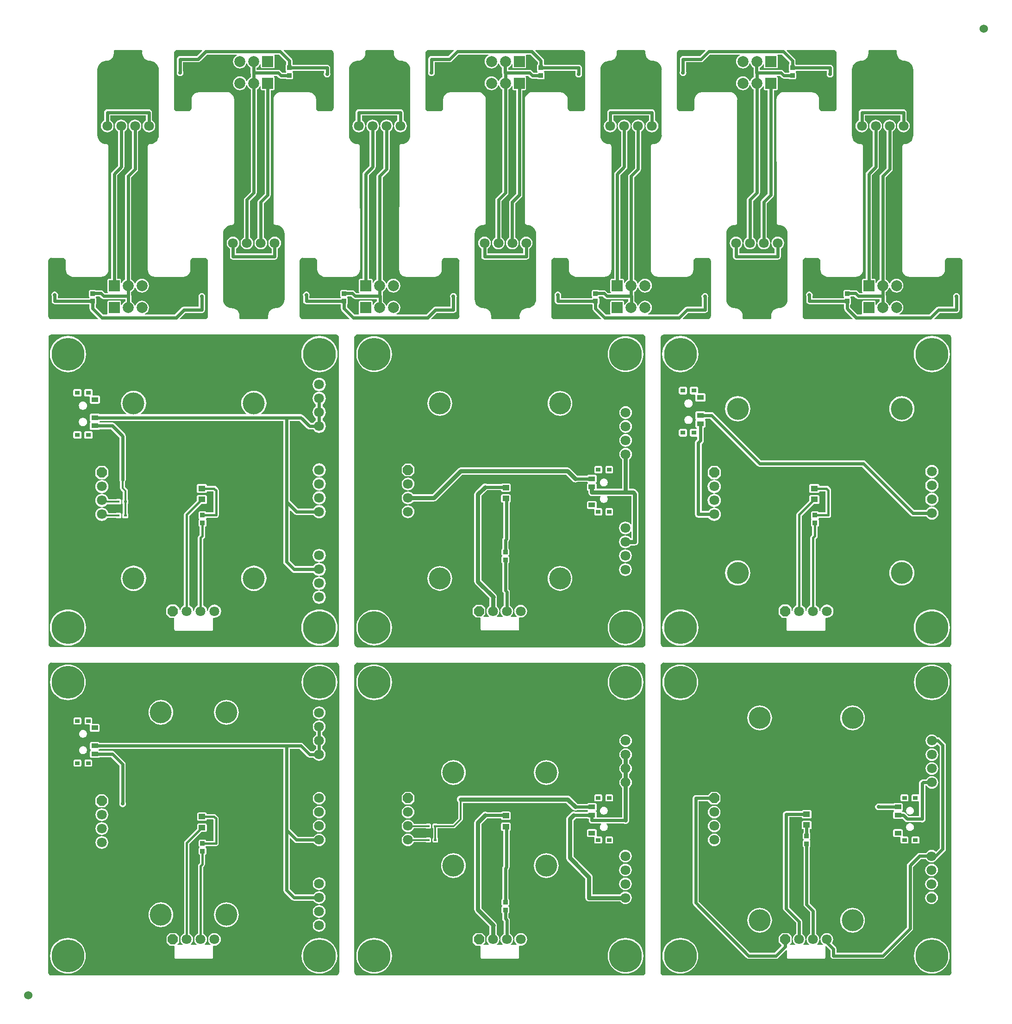
<source format=gtl>
G04 Layer_Physical_Order=1*
G04 Layer_Color=255*
%FSLAX44Y44*%
%MOMM*%
G71*
G01*
G75*
%ADD10R,0.8500X0.8500*%
%ADD11C,0.6000*%
%ADD12R,1.2500X1.0000*%
%ADD13R,0.8500X0.8500*%
%ADD14R,0.9000X0.8000*%
%ADD15R,1.2500X0.9000*%
%ADD16R,0.5000X0.4000*%
%ADD17C,0.8000*%
%ADD18C,0.3000*%
%ADD19C,0.4000*%
%ADD20C,1.5240*%
%ADD21C,1.8000*%
%ADD22C,2.0000*%
%ADD23R,2.0000X2.0000*%
%ADD24C,0.7000*%
%ADD25P,1.9483X8X22.5*%
%ADD26P,1.9483X8X292.5*%
%ADD27C,6.0000*%
%ADD28C,4.0000*%
G36*
X1601942Y1746106D02*
X1603179Y1746091D01*
X1603934Y1745985D01*
X1604427Y1745913D01*
X1604388Y1745921D01*
X1603934Y1745985D01*
X1603243Y1746085D01*
X1604388Y1745921D01*
X1604578Y1745883D01*
X1605603Y1745198D01*
X1606207Y1744295D01*
X1606141Y1741231D01*
X1606071Y1739990D01*
Y1739990D01*
X1606071Y1739990D01*
X1606545Y1736385D01*
X1607937Y1733026D01*
X1610150Y1730141D01*
X1613035Y1727927D01*
X1616395Y1726536D01*
X1618778Y1726222D01*
X1620000Y1726061D01*
X1621248Y1726008D01*
X1623149Y1725821D01*
X1626177Y1724902D01*
X1628967Y1723411D01*
X1631413Y1721404D01*
X1633420Y1718958D01*
X1634912Y1716167D01*
X1635830Y1713139D01*
X1636132Y1710076D01*
X1636115Y1709990D01*
Y1589990D01*
X1636132Y1589905D01*
X1635830Y1586841D01*
X1634912Y1583814D01*
X1633420Y1581023D01*
X1631413Y1578577D01*
X1628967Y1576570D01*
X1626177Y1575078D01*
X1623149Y1574160D01*
X1621230Y1573971D01*
X1620000Y1573875D01*
X1619261Y1573728D01*
X1618517Y1573581D01*
X1618515Y1573580D01*
X1618513Y1573579D01*
X1617886Y1573160D01*
X1617256Y1572740D01*
X1617254Y1572738D01*
X1617253Y1572737D01*
X1616834Y1572110D01*
X1616412Y1571480D01*
X1616412Y1571479D01*
X1616411Y1571477D01*
X1616263Y1570736D01*
X1616115Y1569994D01*
X1615900Y1344994D01*
X1615856Y1344991D01*
X1616330Y1341385D01*
X1617722Y1338026D01*
X1619935Y1335141D01*
X1622820Y1332927D01*
X1626180Y1331536D01*
X1629785Y1331061D01*
X1629794Y1331106D01*
X1678695Y1331214D01*
X1679961Y1331191D01*
X1680098Y1331173D01*
X1681176Y1331315D01*
X1683678Y1331644D01*
X1687013Y1333026D01*
X1689878Y1335224D01*
X1692076Y1338088D01*
X1693457Y1341424D01*
X1693911Y1344866D01*
X1693911D01*
X1693885Y1346121D01*
X1693885Y1358635D01*
X1693885Y1359905D01*
X1694057Y1361104D01*
X1694289Y1362271D01*
X1695629Y1364276D01*
X1697634Y1365616D01*
X1698801Y1365848D01*
X1700000Y1366020D01*
Y1366021D01*
X1720000Y1366020D01*
X1720167Y1366054D01*
X1722366Y1365616D01*
X1724371Y1364276D01*
X1725711Y1362271D01*
X1726149Y1360072D01*
X1726115Y1359905D01*
Y1259905D01*
X1726149Y1259738D01*
X1725711Y1257539D01*
X1724371Y1255534D01*
X1722366Y1254194D01*
X1720381Y1253799D01*
X1720000Y1253875D01*
X1674722D01*
X1674236Y1255048D01*
X1684279Y1265092D01*
X1715000D01*
X1717161Y1265522D01*
X1718994Y1266746D01*
X1720218Y1268579D01*
X1720648Y1270740D01*
Y1293072D01*
X1720689Y1293134D01*
X1721158Y1295490D01*
X1720689Y1297847D01*
X1719354Y1299845D01*
X1717357Y1301180D01*
X1715000Y1301649D01*
X1712643Y1301180D01*
X1710645Y1299845D01*
X1709310Y1297847D01*
X1708841Y1295490D01*
X1709310Y1293134D01*
X1709351Y1293072D01*
Y1276389D01*
X1681940D01*
X1681940Y1276389D01*
X1679778Y1275959D01*
X1677946Y1274734D01*
X1665660Y1262449D01*
X1611209D01*
X1610957Y1263719D01*
X1611724Y1264037D01*
X1614343Y1266047D01*
X1616353Y1268666D01*
X1617617Y1271717D01*
X1618048Y1274990D01*
X1617617Y1278264D01*
X1616353Y1281315D01*
X1614343Y1283934D01*
X1611724Y1285944D01*
X1608673Y1287208D01*
X1605400Y1287639D01*
X1602126Y1287208D01*
X1599076Y1285944D01*
X1596456Y1283934D01*
X1594446Y1281315D01*
X1593387Y1278758D01*
X1592012D01*
X1590953Y1281315D01*
X1588943Y1283934D01*
X1586324Y1285944D01*
X1586148Y1286017D01*
Y1295990D01*
X1586148Y1295990D01*
X1585718Y1298152D01*
X1585648Y1298257D01*
Y1303757D01*
X1586324Y1304037D01*
X1588943Y1306047D01*
X1590953Y1308666D01*
X1592012Y1311223D01*
X1593387D01*
X1594446Y1308666D01*
X1596456Y1306047D01*
X1599076Y1304037D01*
X1602126Y1302773D01*
X1605400Y1302342D01*
X1608673Y1302773D01*
X1611724Y1304037D01*
X1614343Y1306047D01*
X1616353Y1308666D01*
X1617617Y1311717D01*
X1618048Y1314990D01*
X1617617Y1318264D01*
X1616353Y1321315D01*
X1614343Y1323934D01*
X1611724Y1325944D01*
X1608673Y1327208D01*
X1605400Y1327639D01*
X1602126Y1327208D01*
X1599076Y1325944D01*
X1596456Y1323934D01*
X1594446Y1321315D01*
X1593387Y1318758D01*
X1592012D01*
X1590953Y1321315D01*
X1588943Y1323934D01*
X1586324Y1325944D01*
X1585648Y1326224D01*
Y1512901D01*
X1596694Y1523946D01*
X1597918Y1525779D01*
X1598348Y1527940D01*
X1598348Y1527941D01*
Y1596839D01*
X1598519Y1596910D01*
X1600930Y1598760D01*
X1602780Y1601171D01*
X1603943Y1603978D01*
X1604339Y1606990D01*
X1603943Y1610003D01*
X1602780Y1612810D01*
X1600930Y1615221D01*
X1598519Y1617071D01*
X1595712Y1618233D01*
X1592700Y1618630D01*
X1589687Y1618233D01*
X1586880Y1617071D01*
X1584469Y1615221D01*
X1582620Y1612810D01*
X1581457Y1610003D01*
X1581060Y1606990D01*
X1581457Y1603978D01*
X1582620Y1601171D01*
X1584469Y1598760D01*
X1586880Y1596910D01*
X1587051Y1596839D01*
Y1530280D01*
X1576006Y1519235D01*
X1576006Y1519234D01*
X1574781Y1517402D01*
X1574351Y1515240D01*
X1574351Y1515240D01*
Y1326224D01*
X1573676Y1325944D01*
X1571056Y1323934D01*
X1569046Y1321315D01*
X1568459Y1319898D01*
X1567189Y1320151D01*
Y1324990D01*
X1566992Y1325981D01*
X1566431Y1326822D01*
X1565591Y1327383D01*
X1564600Y1327580D01*
X1560248D01*
Y1517001D01*
X1571494Y1528246D01*
X1572718Y1530079D01*
X1573148Y1532240D01*
X1573148Y1532240D01*
Y1596932D01*
X1575530Y1598760D01*
X1577380Y1601171D01*
X1578543Y1603978D01*
X1578939Y1606990D01*
X1578543Y1610003D01*
X1577380Y1612810D01*
X1575530Y1615221D01*
X1573120Y1617071D01*
X1570312Y1618233D01*
X1567300Y1618630D01*
X1564287Y1618233D01*
X1561480Y1617071D01*
X1559069Y1615221D01*
X1557220Y1612810D01*
X1556057Y1610003D01*
X1555660Y1606990D01*
X1556057Y1603978D01*
X1557220Y1601171D01*
X1559069Y1598760D01*
X1561480Y1596910D01*
X1561851Y1596756D01*
Y1534580D01*
X1550606Y1523335D01*
X1550606Y1523335D01*
X1549381Y1521502D01*
X1548951Y1519340D01*
Y1327580D01*
X1544600D01*
X1543609Y1327383D01*
X1542769Y1326822D01*
X1542207Y1325981D01*
X1542010Y1324990D01*
Y1304990D01*
X1542207Y1303999D01*
X1542769Y1303159D01*
X1543143Y1302909D01*
X1542758Y1301639D01*
X1537839D01*
X1534494Y1304984D01*
X1534494Y1304984D01*
X1532661Y1306209D01*
X1530500Y1306639D01*
X1530500Y1306639D01*
X1521203D01*
X1521081Y1306822D01*
X1520241Y1307383D01*
X1519250Y1307580D01*
X1510750D01*
X1509759Y1307383D01*
X1508918Y1306822D01*
X1508357Y1305981D01*
X1508160Y1304990D01*
Y1296490D01*
X1508357Y1295499D01*
X1508918Y1294659D01*
X1508995Y1294608D01*
X1509081Y1293297D01*
X1508191Y1292389D01*
X1451648D01*
Y1295822D01*
X1451689Y1295884D01*
X1452158Y1298240D01*
X1451689Y1300597D01*
X1450354Y1302595D01*
X1448356Y1303930D01*
X1446000Y1304399D01*
X1443643Y1303930D01*
X1441645Y1302595D01*
X1440310Y1300597D01*
X1439841Y1298240D01*
X1440310Y1295884D01*
X1440351Y1295822D01*
Y1286740D01*
X1440781Y1284579D01*
X1442006Y1282746D01*
X1443838Y1281522D01*
X1446000Y1281092D01*
X1508629D01*
X1508918Y1280659D01*
X1509351Y1280370D01*
Y1273491D01*
X1509351Y1273490D01*
X1509781Y1271329D01*
X1511006Y1269496D01*
X1511006Y1269496D01*
X1525453Y1255048D01*
X1524967Y1253875D01*
X1440000Y1253875D01*
X1439833Y1253842D01*
X1437634Y1254279D01*
X1435629Y1255619D01*
X1434288Y1257625D01*
X1433851Y1259823D01*
X1433884Y1259990D01*
Y1359990D01*
X1433851Y1360157D01*
X1434288Y1362356D01*
X1435629Y1364362D01*
X1437634Y1365702D01*
X1439833Y1366139D01*
X1440000Y1366106D01*
X1460000Y1366106D01*
X1460000Y1366106D01*
X1460000Y1366106D01*
X1461198Y1365934D01*
X1462365Y1365702D01*
X1464371Y1364362D01*
X1465711Y1362356D01*
X1466148Y1360157D01*
X1466115Y1359990D01*
X1466115Y1346206D01*
X1466089Y1344951D01*
Y1344951D01*
X1466089Y1344951D01*
X1466542Y1341509D01*
X1467924Y1338174D01*
X1470122Y1335309D01*
X1472986Y1333111D01*
X1476322Y1331729D01*
X1478814Y1331401D01*
X1479902Y1331258D01*
X1480039Y1331276D01*
X1481304Y1331299D01*
X1529781Y1331192D01*
X1530215Y1331106D01*
Y1331061D01*
X1533820Y1331536D01*
X1537179Y1332927D01*
X1540064Y1335141D01*
X1542278Y1338026D01*
X1543669Y1341385D01*
X1544144Y1344991D01*
X1544099Y1344994D01*
X1543884Y1569994D01*
X1543736Y1570736D01*
X1543589Y1571477D01*
X1543588Y1571479D01*
X1543587Y1571480D01*
X1543165Y1572110D01*
X1542747Y1572737D01*
X1542745Y1572738D01*
X1542744Y1572740D01*
X1542114Y1573160D01*
X1541486Y1573579D01*
X1541485Y1573580D01*
X1541483Y1573581D01*
X1540738Y1573728D01*
X1540000Y1573875D01*
X1538769Y1573971D01*
X1536851Y1574160D01*
X1533823Y1575078D01*
X1531032Y1576570D01*
X1528586Y1578577D01*
X1526579Y1581023D01*
X1525088Y1583814D01*
X1524169Y1586841D01*
X1523867Y1589905D01*
X1523884Y1589990D01*
X1523884Y1709990D01*
X1523867Y1710076D01*
X1524169Y1713139D01*
X1525088Y1716167D01*
X1526579Y1718958D01*
X1528586Y1721404D01*
X1531032Y1723411D01*
X1533823Y1724902D01*
X1536851Y1725821D01*
X1538752Y1726008D01*
X1540000Y1726061D01*
Y1726061D01*
X1543605Y1726536D01*
X1546964Y1727927D01*
X1549849Y1730141D01*
X1552063Y1733026D01*
X1553454Y1736385D01*
X1553929Y1739990D01*
X1553929D01*
X1553859Y1741231D01*
X1553793Y1744295D01*
X1554396Y1745198D01*
X1555422Y1745883D01*
X1555611Y1745921D01*
X1556756Y1746085D01*
X1556065Y1745985D01*
X1555611Y1745921D01*
X1555573Y1745913D01*
X1556065Y1745985D01*
X1556820Y1746091D01*
X1558058Y1746106D01*
X1558236Y1746106D01*
X1601763D01*
X1601942Y1746106D01*
D02*
G37*
G36*
X1141942D02*
X1143179Y1746091D01*
X1143934Y1745985D01*
X1144427Y1745913D01*
X1144388Y1745921D01*
X1143934Y1745985D01*
X1143243Y1746085D01*
X1144388Y1745921D01*
X1144578Y1745883D01*
X1145603Y1745198D01*
X1146207Y1744295D01*
X1146141Y1741231D01*
X1146071Y1739990D01*
Y1739990D01*
X1146071Y1739990D01*
X1146545Y1736385D01*
X1147937Y1733026D01*
X1150150Y1730141D01*
X1153035Y1727927D01*
X1156395Y1726536D01*
X1158778Y1726222D01*
X1160000Y1726061D01*
X1161248Y1726008D01*
X1163149Y1725821D01*
X1166177Y1724902D01*
X1168967Y1723411D01*
X1171413Y1721404D01*
X1173420Y1718958D01*
X1174912Y1716167D01*
X1175830Y1713139D01*
X1176132Y1710076D01*
X1176115Y1709990D01*
Y1589990D01*
X1176132Y1589905D01*
X1175830Y1586841D01*
X1174912Y1583814D01*
X1173420Y1581023D01*
X1171413Y1578577D01*
X1168967Y1576570D01*
X1166177Y1575078D01*
X1163149Y1574160D01*
X1161230Y1573971D01*
X1160000Y1573875D01*
X1159261Y1573728D01*
X1158517Y1573581D01*
X1158515Y1573580D01*
X1158513Y1573579D01*
X1157886Y1573160D01*
X1157255Y1572740D01*
X1157254Y1572738D01*
X1157253Y1572737D01*
X1156834Y1572110D01*
X1156412Y1571480D01*
X1156412Y1571479D01*
X1156411Y1571477D01*
X1156263Y1570736D01*
X1156115Y1569994D01*
X1155900Y1344994D01*
X1155856Y1344991D01*
X1156330Y1341385D01*
X1157722Y1338026D01*
X1159936Y1335141D01*
X1162820Y1332927D01*
X1166180Y1331536D01*
X1169785Y1331061D01*
X1169793Y1331106D01*
X1218695Y1331214D01*
X1219961Y1331191D01*
X1220098Y1331173D01*
X1221176Y1331315D01*
X1223678Y1331644D01*
X1227013Y1333026D01*
X1229878Y1335224D01*
X1232076Y1338088D01*
X1233457Y1341424D01*
X1233911Y1344866D01*
X1233911D01*
X1233885Y1346121D01*
X1233885Y1358635D01*
X1233885Y1359905D01*
X1234057Y1361104D01*
X1234289Y1362271D01*
X1235629Y1364276D01*
X1237634Y1365616D01*
X1238801Y1365848D01*
X1240000Y1366020D01*
Y1366021D01*
X1260000Y1366020D01*
X1260167Y1366054D01*
X1262366Y1365616D01*
X1264371Y1364276D01*
X1265711Y1362271D01*
X1266149Y1360072D01*
X1266115Y1359905D01*
Y1259905D01*
X1266149Y1259738D01*
X1265711Y1257539D01*
X1264371Y1255534D01*
X1262366Y1254194D01*
X1260381Y1253799D01*
X1260000Y1253875D01*
X1214722D01*
X1214236Y1255048D01*
X1224279Y1265092D01*
X1255000D01*
X1257161Y1265522D01*
X1258994Y1266746D01*
X1260218Y1268579D01*
X1260648Y1270740D01*
Y1293072D01*
X1260689Y1293134D01*
X1261158Y1295490D01*
X1260689Y1297847D01*
X1259354Y1299845D01*
X1257356Y1301180D01*
X1255000Y1301649D01*
X1252643Y1301180D01*
X1250645Y1299845D01*
X1249310Y1297847D01*
X1248841Y1295490D01*
X1249310Y1293134D01*
X1249351Y1293072D01*
Y1276389D01*
X1221940D01*
X1221940Y1276389D01*
X1219778Y1275959D01*
X1217946Y1274734D01*
X1205660Y1262449D01*
X1151209D01*
X1150957Y1263719D01*
X1151724Y1264037D01*
X1154343Y1266047D01*
X1156353Y1268666D01*
X1157617Y1271717D01*
X1158048Y1274990D01*
X1157617Y1278264D01*
X1156353Y1281315D01*
X1154343Y1283934D01*
X1151724Y1285944D01*
X1148673Y1287208D01*
X1145400Y1287639D01*
X1142126Y1287208D01*
X1139076Y1285944D01*
X1136456Y1283934D01*
X1134446Y1281315D01*
X1133387Y1278758D01*
X1132012D01*
X1130953Y1281315D01*
X1128943Y1283934D01*
X1126324Y1285944D01*
X1126148Y1286017D01*
Y1295990D01*
X1126148Y1295990D01*
X1125718Y1298152D01*
X1125648Y1298257D01*
Y1303757D01*
X1126324Y1304037D01*
X1128943Y1306047D01*
X1130953Y1308666D01*
X1132012Y1311223D01*
X1133387D01*
X1134446Y1308666D01*
X1136456Y1306047D01*
X1139076Y1304037D01*
X1142126Y1302773D01*
X1145400Y1302342D01*
X1148673Y1302773D01*
X1151724Y1304037D01*
X1154343Y1306047D01*
X1156353Y1308666D01*
X1157617Y1311717D01*
X1158048Y1314990D01*
X1157617Y1318264D01*
X1156353Y1321315D01*
X1154343Y1323934D01*
X1151724Y1325944D01*
X1148673Y1327208D01*
X1145400Y1327639D01*
X1142126Y1327208D01*
X1139076Y1325944D01*
X1136456Y1323934D01*
X1134446Y1321315D01*
X1133387Y1318758D01*
X1132012D01*
X1130953Y1321315D01*
X1128943Y1323934D01*
X1126324Y1325944D01*
X1125648Y1326224D01*
Y1512901D01*
X1136694Y1523946D01*
X1137918Y1525779D01*
X1138348Y1527940D01*
X1138348Y1527941D01*
Y1596839D01*
X1138520Y1596910D01*
X1140930Y1598760D01*
X1142780Y1601171D01*
X1143943Y1603978D01*
X1144339Y1606990D01*
X1143943Y1610003D01*
X1142780Y1612810D01*
X1140930Y1615221D01*
X1138520Y1617071D01*
X1135712Y1618233D01*
X1132700Y1618630D01*
X1129687Y1618233D01*
X1126880Y1617071D01*
X1124469Y1615221D01*
X1122620Y1612810D01*
X1121457Y1610003D01*
X1121060Y1606990D01*
X1121457Y1603978D01*
X1122620Y1601171D01*
X1124469Y1598760D01*
X1126880Y1596910D01*
X1127051Y1596839D01*
Y1530280D01*
X1116006Y1519235D01*
X1116006Y1519234D01*
X1114781Y1517402D01*
X1114351Y1515240D01*
X1114351Y1515240D01*
Y1326224D01*
X1113676Y1325944D01*
X1111056Y1323934D01*
X1109046Y1321315D01*
X1108459Y1319898D01*
X1107189Y1320151D01*
Y1324990D01*
X1106992Y1325981D01*
X1106431Y1326822D01*
X1105591Y1327383D01*
X1104600Y1327580D01*
X1100248D01*
Y1517001D01*
X1111494Y1528246D01*
X1112718Y1530079D01*
X1113148Y1532240D01*
X1113148Y1532240D01*
Y1596932D01*
X1115530Y1598760D01*
X1117380Y1601171D01*
X1118543Y1603978D01*
X1118939Y1606990D01*
X1118543Y1610003D01*
X1117380Y1612810D01*
X1115530Y1615221D01*
X1113120Y1617071D01*
X1110312Y1618233D01*
X1107300Y1618630D01*
X1104287Y1618233D01*
X1101480Y1617071D01*
X1099069Y1615221D01*
X1097220Y1612810D01*
X1096057Y1610003D01*
X1095660Y1606990D01*
X1096057Y1603978D01*
X1097220Y1601171D01*
X1099069Y1598760D01*
X1101480Y1596910D01*
X1101851Y1596756D01*
Y1534580D01*
X1090606Y1523335D01*
X1090606Y1523335D01*
X1089381Y1521502D01*
X1088951Y1519340D01*
Y1327580D01*
X1084600D01*
X1083609Y1327383D01*
X1082768Y1326822D01*
X1082207Y1325981D01*
X1082010Y1324990D01*
Y1304990D01*
X1082207Y1303999D01*
X1082768Y1303159D01*
X1083143Y1302909D01*
X1082758Y1301639D01*
X1077839D01*
X1074494Y1304984D01*
X1074494Y1304984D01*
X1072661Y1306209D01*
X1070500Y1306639D01*
X1070500Y1306639D01*
X1061203D01*
X1061081Y1306822D01*
X1060241Y1307383D01*
X1059250Y1307580D01*
X1050750D01*
X1049759Y1307383D01*
X1048919Y1306822D01*
X1048357Y1305981D01*
X1048160Y1304990D01*
Y1296490D01*
X1048357Y1295499D01*
X1048919Y1294659D01*
X1048995Y1294608D01*
X1049081Y1293297D01*
X1048191Y1292389D01*
X991648D01*
Y1295822D01*
X991689Y1295884D01*
X992158Y1298240D01*
X991689Y1300597D01*
X990354Y1302595D01*
X988356Y1303930D01*
X986000Y1304399D01*
X983643Y1303930D01*
X981645Y1302595D01*
X980310Y1300597D01*
X979841Y1298240D01*
X980310Y1295884D01*
X980351Y1295822D01*
Y1286740D01*
X980781Y1284579D01*
X982006Y1282746D01*
X983838Y1281522D01*
X986000Y1281092D01*
X1048629D01*
X1048919Y1280659D01*
X1049351Y1280370D01*
Y1273491D01*
X1049351Y1273490D01*
X1049781Y1271329D01*
X1051006Y1269496D01*
X1051006Y1269496D01*
X1065453Y1255048D01*
X1064967Y1253875D01*
X980000Y1253875D01*
X979833Y1253842D01*
X977634Y1254279D01*
X975629Y1255619D01*
X974289Y1257625D01*
X973851Y1259823D01*
X973884Y1259990D01*
Y1359990D01*
X973851Y1360157D01*
X974289Y1362356D01*
X975629Y1364362D01*
X977634Y1365702D01*
X979833Y1366139D01*
X980000Y1366106D01*
X1000000Y1366106D01*
X1000000Y1366106D01*
X1000000Y1366106D01*
X1001199Y1365934D01*
X1002365Y1365702D01*
X1004371Y1364362D01*
X1005711Y1362356D01*
X1006148Y1360157D01*
X1006115Y1359990D01*
X1006115Y1346206D01*
X1006089Y1344951D01*
Y1344951D01*
X1006089Y1344951D01*
X1006542Y1341509D01*
X1007924Y1338174D01*
X1010122Y1335309D01*
X1012986Y1333111D01*
X1016322Y1331729D01*
X1018814Y1331401D01*
X1019902Y1331258D01*
X1020039Y1331276D01*
X1021304Y1331299D01*
X1069781Y1331192D01*
X1070215Y1331106D01*
Y1331061D01*
X1073820Y1331536D01*
X1077179Y1332927D01*
X1080064Y1335141D01*
X1082278Y1338026D01*
X1083669Y1341385D01*
X1084144Y1344991D01*
X1084099Y1344994D01*
X1083884Y1569994D01*
X1083736Y1570736D01*
X1083589Y1571477D01*
X1083588Y1571479D01*
X1083587Y1571480D01*
X1083166Y1572110D01*
X1082747Y1572737D01*
X1082745Y1572738D01*
X1082744Y1572740D01*
X1082114Y1573160D01*
X1081486Y1573579D01*
X1081485Y1573580D01*
X1081483Y1573581D01*
X1080738Y1573728D01*
X1080000Y1573875D01*
X1078769Y1573971D01*
X1076851Y1574160D01*
X1073823Y1575078D01*
X1071032Y1576570D01*
X1068587Y1578577D01*
X1066579Y1581023D01*
X1065088Y1583814D01*
X1064169Y1586841D01*
X1063867Y1589905D01*
X1063884Y1589990D01*
X1063884Y1709990D01*
X1063867Y1710076D01*
X1064169Y1713139D01*
X1065088Y1716167D01*
X1066579Y1718958D01*
X1068587Y1721404D01*
X1071032Y1723411D01*
X1073823Y1724902D01*
X1076851Y1725821D01*
X1078752Y1726008D01*
X1080000Y1726061D01*
Y1726061D01*
X1083605Y1726536D01*
X1086964Y1727927D01*
X1089849Y1730141D01*
X1092063Y1733026D01*
X1093454Y1736385D01*
X1093929Y1739990D01*
X1093929D01*
X1093859Y1741231D01*
X1093793Y1744295D01*
X1094396Y1745198D01*
X1095422Y1745883D01*
X1095611Y1745921D01*
X1096756Y1746085D01*
X1096065Y1745985D01*
X1095611Y1745921D01*
X1095573Y1745913D01*
X1096065Y1745985D01*
X1096820Y1746091D01*
X1098058Y1746106D01*
X1098236Y1746106D01*
X1141763D01*
X1141942Y1746106D01*
D02*
G37*
G36*
X681942D02*
X683179Y1746091D01*
X683934Y1745985D01*
X684427Y1745913D01*
X684388Y1745921D01*
X683934Y1745985D01*
X683243Y1746085D01*
X684388Y1745921D01*
X684578Y1745883D01*
X685603Y1745198D01*
X686207Y1744295D01*
X686141Y1741231D01*
X686071Y1739990D01*
Y1739990D01*
X686071Y1739990D01*
X686545Y1736385D01*
X687937Y1733026D01*
X690150Y1730141D01*
X693035Y1727927D01*
X696395Y1726536D01*
X698778Y1726222D01*
X700000Y1726061D01*
X701248Y1726008D01*
X703149Y1725821D01*
X706177Y1724902D01*
X708967Y1723411D01*
X711413Y1721404D01*
X713420Y1718958D01*
X714912Y1716167D01*
X715830Y1713139D01*
X716132Y1710076D01*
X716115Y1709990D01*
Y1589990D01*
X716132Y1589905D01*
X715830Y1586841D01*
X714912Y1583814D01*
X713420Y1581023D01*
X711413Y1578577D01*
X708967Y1576570D01*
X706177Y1575078D01*
X703149Y1574160D01*
X701230Y1573971D01*
X700000Y1573875D01*
X699261Y1573728D01*
X698517Y1573581D01*
X698515Y1573580D01*
X698513Y1573579D01*
X697886Y1573160D01*
X697255Y1572740D01*
X697254Y1572738D01*
X697253Y1572737D01*
X696834Y1572110D01*
X696412Y1571480D01*
X696412Y1571479D01*
X696411Y1571477D01*
X696263Y1570736D01*
X696115Y1569994D01*
X695900Y1344994D01*
X695856Y1344991D01*
X696330Y1341385D01*
X697722Y1338026D01*
X699936Y1335141D01*
X702820Y1332927D01*
X706180Y1331536D01*
X709785Y1331061D01*
X709793Y1331106D01*
X758695Y1331214D01*
X759961Y1331191D01*
X760098Y1331173D01*
X761176Y1331315D01*
X763678Y1331644D01*
X767013Y1333026D01*
X769878Y1335224D01*
X772076Y1338088D01*
X773457Y1341424D01*
X773911Y1344866D01*
X773911D01*
X773885Y1346121D01*
X773885Y1358635D01*
X773885Y1359905D01*
X774057Y1361104D01*
X774289Y1362271D01*
X775629Y1364276D01*
X777634Y1365616D01*
X778801Y1365848D01*
X780000Y1366020D01*
Y1366021D01*
X800000Y1366020D01*
X800167Y1366054D01*
X802366Y1365616D01*
X804371Y1364276D01*
X805711Y1362271D01*
X806149Y1360072D01*
X806115Y1359905D01*
Y1259905D01*
X806149Y1259738D01*
X805711Y1257539D01*
X804371Y1255534D01*
X802366Y1254194D01*
X800381Y1253799D01*
X800000Y1253875D01*
X754722D01*
X754236Y1255048D01*
X764279Y1265092D01*
X795000D01*
X797161Y1265522D01*
X798994Y1266746D01*
X800218Y1268579D01*
X800648Y1270740D01*
Y1293072D01*
X800689Y1293134D01*
X801158Y1295490D01*
X800689Y1297847D01*
X799354Y1299845D01*
X797356Y1301180D01*
X795000Y1301649D01*
X792643Y1301180D01*
X790645Y1299845D01*
X789310Y1297847D01*
X788841Y1295490D01*
X789310Y1293134D01*
X789351Y1293072D01*
Y1276389D01*
X761940D01*
X761940Y1276389D01*
X759778Y1275959D01*
X757946Y1274734D01*
X745660Y1262449D01*
X691209D01*
X690957Y1263719D01*
X691724Y1264037D01*
X694343Y1266047D01*
X696353Y1268666D01*
X697617Y1271717D01*
X698048Y1274990D01*
X697617Y1278264D01*
X696353Y1281315D01*
X694343Y1283934D01*
X691724Y1285944D01*
X688673Y1287208D01*
X685400Y1287639D01*
X682126Y1287208D01*
X679076Y1285944D01*
X676456Y1283934D01*
X674446Y1281315D01*
X673387Y1278758D01*
X672012D01*
X670953Y1281315D01*
X668943Y1283934D01*
X666324Y1285944D01*
X666148Y1286017D01*
Y1295990D01*
X666148Y1295990D01*
X665718Y1298152D01*
X665648Y1298257D01*
Y1303757D01*
X666324Y1304037D01*
X668943Y1306047D01*
X670953Y1308666D01*
X672012Y1311223D01*
X673387D01*
X674446Y1308666D01*
X676456Y1306047D01*
X679076Y1304037D01*
X682126Y1302773D01*
X685400Y1302342D01*
X688673Y1302773D01*
X691724Y1304037D01*
X694343Y1306047D01*
X696353Y1308666D01*
X697617Y1311717D01*
X698048Y1314990D01*
X697617Y1318264D01*
X696353Y1321315D01*
X694343Y1323934D01*
X691724Y1325944D01*
X688673Y1327208D01*
X685400Y1327639D01*
X682126Y1327208D01*
X679076Y1325944D01*
X676456Y1323934D01*
X674446Y1321315D01*
X673387Y1318758D01*
X672012D01*
X670953Y1321315D01*
X668943Y1323934D01*
X666324Y1325944D01*
X665648Y1326224D01*
Y1512901D01*
X676694Y1523946D01*
X677918Y1525779D01*
X678348Y1527940D01*
X678348Y1527941D01*
Y1596839D01*
X678520Y1596910D01*
X680930Y1598760D01*
X682780Y1601171D01*
X683943Y1603978D01*
X684339Y1606990D01*
X683943Y1610003D01*
X682780Y1612810D01*
X680930Y1615221D01*
X678520Y1617071D01*
X675712Y1618233D01*
X672700Y1618630D01*
X669687Y1618233D01*
X666880Y1617071D01*
X664469Y1615221D01*
X662620Y1612810D01*
X661457Y1610003D01*
X661060Y1606990D01*
X661457Y1603978D01*
X662620Y1601171D01*
X664469Y1598760D01*
X666880Y1596910D01*
X667051Y1596839D01*
Y1530280D01*
X656006Y1519235D01*
X656006Y1519234D01*
X654781Y1517402D01*
X654351Y1515240D01*
X654351Y1515240D01*
Y1326224D01*
X653676Y1325944D01*
X651056Y1323934D01*
X649046Y1321315D01*
X648459Y1319898D01*
X647189Y1320151D01*
Y1324990D01*
X646992Y1325981D01*
X646431Y1326822D01*
X645591Y1327383D01*
X644600Y1327580D01*
X640248D01*
Y1517001D01*
X651494Y1528246D01*
X652718Y1530079D01*
X653148Y1532240D01*
X653148Y1532240D01*
Y1596932D01*
X655530Y1598760D01*
X657380Y1601171D01*
X658543Y1603978D01*
X658939Y1606990D01*
X658543Y1610003D01*
X657380Y1612810D01*
X655530Y1615221D01*
X653120Y1617071D01*
X650312Y1618233D01*
X647300Y1618630D01*
X644287Y1618233D01*
X641480Y1617071D01*
X639069Y1615221D01*
X637220Y1612810D01*
X636057Y1610003D01*
X635660Y1606990D01*
X636057Y1603978D01*
X637220Y1601171D01*
X639069Y1598760D01*
X641480Y1596910D01*
X641851Y1596756D01*
Y1534580D01*
X630606Y1523335D01*
X630606Y1523335D01*
X629381Y1521502D01*
X628951Y1519340D01*
Y1327580D01*
X624600D01*
X623609Y1327383D01*
X622769Y1326822D01*
X622207Y1325981D01*
X622010Y1324990D01*
Y1304990D01*
X622207Y1303999D01*
X622769Y1303159D01*
X623143Y1302909D01*
X622758Y1301639D01*
X617840D01*
X614494Y1304984D01*
X614494Y1304984D01*
X612661Y1306209D01*
X610500Y1306639D01*
X610500Y1306639D01*
X601203D01*
X601081Y1306822D01*
X600241Y1307383D01*
X599250Y1307580D01*
X590750D01*
X589759Y1307383D01*
X588918Y1306822D01*
X588357Y1305981D01*
X588160Y1304990D01*
Y1296490D01*
X588357Y1295499D01*
X588918Y1294659D01*
X588995Y1294608D01*
X589081Y1293297D01*
X588191Y1292389D01*
X531648D01*
Y1295822D01*
X531689Y1295884D01*
X532158Y1298240D01*
X531689Y1300597D01*
X530354Y1302595D01*
X528357Y1303930D01*
X526000Y1304399D01*
X523643Y1303930D01*
X521645Y1302595D01*
X520310Y1300597D01*
X519841Y1298240D01*
X520310Y1295884D01*
X520351Y1295822D01*
Y1286740D01*
X520781Y1284579D01*
X522006Y1282746D01*
X523838Y1281522D01*
X526000Y1281092D01*
X588629D01*
X588918Y1280659D01*
X589351Y1280370D01*
Y1273491D01*
X589351Y1273490D01*
X589781Y1271329D01*
X591006Y1269496D01*
X591006Y1269496D01*
X605453Y1255048D01*
X604967Y1253875D01*
X520000Y1253875D01*
X519833Y1253842D01*
X517634Y1254279D01*
X515629Y1255619D01*
X514289Y1257625D01*
X513851Y1259823D01*
X513884Y1259990D01*
Y1359990D01*
X513851Y1360157D01*
X514289Y1362356D01*
X515629Y1364362D01*
X517634Y1365702D01*
X519833Y1366139D01*
X520000Y1366106D01*
X540000Y1366106D01*
X540000Y1366106D01*
X540000Y1366106D01*
X541199Y1365934D01*
X542365Y1365702D01*
X544371Y1364362D01*
X545711Y1362356D01*
X546148Y1360157D01*
X546115Y1359990D01*
X546115Y1346206D01*
X546089Y1344951D01*
Y1344951D01*
X546089Y1344951D01*
X546542Y1341509D01*
X547924Y1338174D01*
X550122Y1335309D01*
X552986Y1333111D01*
X556322Y1331729D01*
X558814Y1331401D01*
X559902Y1331258D01*
X560039Y1331276D01*
X561305Y1331299D01*
X609781Y1331192D01*
X610215Y1331106D01*
Y1331061D01*
X613820Y1331536D01*
X617179Y1332927D01*
X620064Y1335141D01*
X622278Y1338026D01*
X623669Y1341385D01*
X624144Y1344991D01*
X624099Y1344994D01*
X623884Y1569994D01*
X623736Y1570736D01*
X623589Y1571477D01*
X623588Y1571479D01*
X623587Y1571480D01*
X623166Y1572110D01*
X622747Y1572737D01*
X622745Y1572738D01*
X622744Y1572740D01*
X622114Y1573160D01*
X621486Y1573579D01*
X621484Y1573580D01*
X621483Y1573581D01*
X620738Y1573728D01*
X620000Y1573875D01*
X618769Y1573971D01*
X616851Y1574160D01*
X613823Y1575078D01*
X611032Y1576570D01*
X608587Y1578577D01*
X606579Y1581023D01*
X605088Y1583814D01*
X604169Y1586841D01*
X603867Y1589905D01*
X603884Y1589990D01*
X603884Y1709990D01*
X603867Y1710076D01*
X604169Y1713139D01*
X605088Y1716167D01*
X606579Y1718958D01*
X608587Y1721404D01*
X611032Y1723411D01*
X613823Y1724902D01*
X616851Y1725821D01*
X618752Y1726008D01*
X620000Y1726061D01*
Y1726061D01*
X623605Y1726536D01*
X626964Y1727927D01*
X629849Y1730141D01*
X632063Y1733026D01*
X633454Y1736385D01*
X633929Y1739990D01*
X633929D01*
X633859Y1741231D01*
X633793Y1744295D01*
X634396Y1745198D01*
X635422Y1745883D01*
X635611Y1745921D01*
X636756Y1746085D01*
X636065Y1745985D01*
X635611Y1745921D01*
X635573Y1745913D01*
X636065Y1745985D01*
X636820Y1746091D01*
X638058Y1746106D01*
X638236Y1746106D01*
X681763D01*
X681942Y1746106D01*
D02*
G37*
G36*
X221942D02*
X223179Y1746091D01*
X223934Y1745985D01*
X224427Y1745913D01*
X224388Y1745921D01*
X223934Y1745985D01*
X223243Y1746085D01*
X224388Y1745921D01*
X224578Y1745883D01*
X225604Y1745198D01*
X226207Y1744295D01*
X226141Y1741231D01*
X226071Y1739990D01*
Y1739990D01*
X226071Y1739990D01*
X226545Y1736385D01*
X227937Y1733026D01*
X230150Y1730141D01*
X233035Y1727927D01*
X236395Y1726536D01*
X238778Y1726222D01*
X240000Y1726061D01*
X241248Y1726008D01*
X243149Y1725821D01*
X246177Y1724902D01*
X248967Y1723411D01*
X251413Y1721404D01*
X253420Y1718958D01*
X254912Y1716167D01*
X255830Y1713139D01*
X256132Y1710076D01*
X256115Y1709990D01*
Y1589990D01*
X256132Y1589905D01*
X255830Y1586841D01*
X254912Y1583814D01*
X253420Y1581023D01*
X251413Y1578577D01*
X248967Y1576570D01*
X246177Y1575078D01*
X243149Y1574160D01*
X241230Y1573971D01*
X240000Y1573875D01*
X239261Y1573728D01*
X238517Y1573581D01*
X238515Y1573580D01*
X238513Y1573579D01*
X237886Y1573160D01*
X237255Y1572740D01*
X237255Y1572738D01*
X237253Y1572737D01*
X236834Y1572110D01*
X236412Y1571480D01*
X236412Y1571479D01*
X236411Y1571477D01*
X236263Y1570736D01*
X236115Y1569994D01*
X235900Y1344994D01*
X235856Y1344991D01*
X236330Y1341385D01*
X237722Y1338026D01*
X239935Y1335141D01*
X242820Y1332927D01*
X246180Y1331536D01*
X249785Y1331061D01*
X249793Y1331106D01*
X298695Y1331214D01*
X299961Y1331191D01*
X300098Y1331173D01*
X301176Y1331315D01*
X303678Y1331644D01*
X307013Y1333026D01*
X309878Y1335224D01*
X312076Y1338088D01*
X313458Y1341424D01*
X313911Y1344866D01*
X313911D01*
X313885Y1346121D01*
X313885Y1358635D01*
X313885Y1359905D01*
X314057Y1361104D01*
X314289Y1362271D01*
X315629Y1364276D01*
X317634Y1365616D01*
X318801Y1365848D01*
X320000Y1366020D01*
Y1366021D01*
X340000Y1366020D01*
X340167Y1366054D01*
X342366Y1365616D01*
X344371Y1364276D01*
X345711Y1362271D01*
X346148Y1360072D01*
X346115Y1359905D01*
Y1259905D01*
X346148Y1259738D01*
X345711Y1257539D01*
X344371Y1255534D01*
X342366Y1254194D01*
X340381Y1253799D01*
X340000Y1253875D01*
X294722D01*
X294236Y1255048D01*
X304279Y1265092D01*
X335000D01*
X337161Y1265522D01*
X338994Y1266746D01*
X340218Y1268579D01*
X340648Y1270740D01*
Y1293072D01*
X340689Y1293134D01*
X341158Y1295490D01*
X340689Y1297847D01*
X339354Y1299845D01*
X337356Y1301180D01*
X335000Y1301649D01*
X332643Y1301180D01*
X330645Y1299845D01*
X329310Y1297847D01*
X328842Y1295490D01*
X329310Y1293134D01*
X329351Y1293072D01*
Y1276389D01*
X301940D01*
X301940Y1276389D01*
X299778Y1275959D01*
X297946Y1274734D01*
X285660Y1262449D01*
X231209D01*
X230957Y1263719D01*
X231724Y1264037D01*
X234343Y1266047D01*
X236353Y1268666D01*
X237617Y1271717D01*
X238048Y1274990D01*
X237617Y1278264D01*
X236353Y1281315D01*
X234343Y1283934D01*
X231724Y1285944D01*
X228673Y1287208D01*
X225400Y1287639D01*
X222126Y1287208D01*
X219076Y1285944D01*
X216456Y1283934D01*
X214446Y1281315D01*
X213387Y1278758D01*
X212013D01*
X210954Y1281315D01*
X208943Y1283934D01*
X206324Y1285944D01*
X206148Y1286017D01*
Y1295990D01*
X206148Y1295990D01*
X205718Y1298152D01*
X205648Y1298257D01*
Y1303757D01*
X206324Y1304037D01*
X208943Y1306047D01*
X210954Y1308666D01*
X212013Y1311223D01*
X213387D01*
X214446Y1308666D01*
X216456Y1306047D01*
X219076Y1304037D01*
X222126Y1302773D01*
X225400Y1302342D01*
X228673Y1302773D01*
X231724Y1304037D01*
X234343Y1306047D01*
X236353Y1308666D01*
X237617Y1311717D01*
X238048Y1314990D01*
X237617Y1318264D01*
X236353Y1321315D01*
X234343Y1323934D01*
X231724Y1325944D01*
X228673Y1327208D01*
X225400Y1327639D01*
X222126Y1327208D01*
X219076Y1325944D01*
X216456Y1323934D01*
X214446Y1321315D01*
X213387Y1318758D01*
X212013D01*
X210954Y1321315D01*
X208943Y1323934D01*
X206324Y1325944D01*
X205648Y1326224D01*
Y1512901D01*
X216694Y1523946D01*
X217918Y1525779D01*
X218348Y1527940D01*
X218348Y1527941D01*
Y1596839D01*
X218520Y1596910D01*
X220930Y1598760D01*
X222780Y1601171D01*
X223943Y1603978D01*
X224339Y1606990D01*
X223943Y1610003D01*
X222780Y1612810D01*
X220930Y1615221D01*
X218520Y1617071D01*
X215712Y1618233D01*
X212700Y1618630D01*
X209687Y1618233D01*
X206880Y1617071D01*
X204469Y1615221D01*
X202620Y1612810D01*
X201457Y1610003D01*
X201060Y1606990D01*
X201457Y1603978D01*
X202620Y1601171D01*
X204469Y1598760D01*
X206880Y1596910D01*
X207051Y1596839D01*
Y1530280D01*
X196006Y1519235D01*
X196006Y1519234D01*
X194781Y1517402D01*
X194351Y1515240D01*
X194351Y1515240D01*
Y1326224D01*
X193676Y1325944D01*
X191056Y1323934D01*
X189046Y1321315D01*
X188459Y1319898D01*
X187190Y1320151D01*
Y1324990D01*
X186992Y1325981D01*
X186431Y1326822D01*
X185591Y1327383D01*
X184600Y1327580D01*
X180248D01*
Y1517001D01*
X191494Y1528246D01*
X192718Y1530079D01*
X193148Y1532240D01*
X193148Y1532240D01*
Y1596932D01*
X195530Y1598760D01*
X197380Y1601171D01*
X198543Y1603978D01*
X198939Y1606990D01*
X198543Y1610003D01*
X197380Y1612810D01*
X195530Y1615221D01*
X193120Y1617071D01*
X190312Y1618233D01*
X187300Y1618630D01*
X184287Y1618233D01*
X181480Y1617071D01*
X179069Y1615221D01*
X177220Y1612810D01*
X176057Y1610003D01*
X175660Y1606990D01*
X176057Y1603978D01*
X177220Y1601171D01*
X179069Y1598760D01*
X181480Y1596910D01*
X181851Y1596756D01*
Y1534580D01*
X170606Y1523335D01*
X170606Y1523335D01*
X169381Y1521502D01*
X168951Y1519340D01*
Y1327580D01*
X164600D01*
X163609Y1327383D01*
X162768Y1326822D01*
X162207Y1325981D01*
X162010Y1324990D01*
Y1304990D01*
X162207Y1303999D01*
X162768Y1303159D01*
X163143Y1302909D01*
X162758Y1301639D01*
X157839D01*
X154494Y1304984D01*
X154494Y1304984D01*
X152661Y1306209D01*
X150500Y1306639D01*
X150500Y1306639D01*
X141203D01*
X141081Y1306822D01*
X140241Y1307383D01*
X139250Y1307580D01*
X130750D01*
X129759Y1307383D01*
X128919Y1306822D01*
X128357Y1305981D01*
X128160Y1304990D01*
Y1296490D01*
X128357Y1295499D01*
X128919Y1294659D01*
X128995Y1294608D01*
X129081Y1293297D01*
X128191Y1292389D01*
X71648D01*
Y1295822D01*
X71689Y1295884D01*
X72158Y1298240D01*
X71689Y1300597D01*
X70354Y1302595D01*
X68356Y1303930D01*
X66000Y1304399D01*
X63643Y1303930D01*
X61645Y1302595D01*
X60310Y1300597D01*
X59841Y1298240D01*
X60310Y1295884D01*
X60351Y1295822D01*
Y1286740D01*
X60781Y1284579D01*
X62006Y1282746D01*
X63838Y1281522D01*
X66000Y1281092D01*
X128629D01*
X128919Y1280659D01*
X129351Y1280370D01*
Y1273491D01*
X129351Y1273490D01*
X129781Y1271329D01*
X131006Y1269496D01*
X131006Y1269496D01*
X145454Y1255048D01*
X144967Y1253875D01*
X60000Y1253875D01*
X59833Y1253842D01*
X57634Y1254279D01*
X55629Y1255619D01*
X54289Y1257625D01*
X53851Y1259823D01*
X53884Y1259990D01*
Y1359990D01*
X53851Y1360157D01*
X54289Y1362356D01*
X55629Y1364362D01*
X57634Y1365702D01*
X59833Y1366139D01*
X60000Y1366106D01*
X80000Y1366106D01*
X80000Y1366106D01*
X80000Y1366106D01*
X81199Y1365934D01*
X82365Y1365702D01*
X84371Y1364362D01*
X85711Y1362356D01*
X86148Y1360157D01*
X86115Y1359990D01*
X86115Y1346206D01*
X86089Y1344951D01*
Y1344951D01*
X86089Y1344951D01*
X86542Y1341509D01*
X87924Y1338174D01*
X90122Y1335309D01*
X92986Y1333111D01*
X96322Y1331729D01*
X98814Y1331401D01*
X99902Y1331258D01*
X100039Y1331276D01*
X101305Y1331299D01*
X149781Y1331192D01*
X150215Y1331106D01*
Y1331061D01*
X153820Y1331536D01*
X157179Y1332927D01*
X160064Y1335141D01*
X162278Y1338026D01*
X163669Y1341385D01*
X164144Y1344991D01*
X164099Y1344994D01*
X163884Y1569994D01*
X163736Y1570736D01*
X163589Y1571477D01*
X163588Y1571479D01*
X163587Y1571480D01*
X163165Y1572110D01*
X162747Y1572737D01*
X162745Y1572738D01*
X162744Y1572740D01*
X162114Y1573160D01*
X161486Y1573579D01*
X161485Y1573580D01*
X161483Y1573581D01*
X160738Y1573728D01*
X160000Y1573875D01*
X158770Y1573971D01*
X156851Y1574160D01*
X153823Y1575078D01*
X151032Y1576570D01*
X148587Y1578577D01*
X146579Y1581023D01*
X145088Y1583814D01*
X144169Y1586841D01*
X143867Y1589905D01*
X143884Y1589990D01*
X143884Y1709990D01*
X143867Y1710076D01*
X144169Y1713139D01*
X145088Y1716167D01*
X146579Y1718958D01*
X148587Y1721404D01*
X151032Y1723411D01*
X153823Y1724902D01*
X156851Y1725821D01*
X158752Y1726008D01*
X160000Y1726061D01*
Y1726061D01*
X163605Y1726536D01*
X166964Y1727927D01*
X169849Y1730141D01*
X172063Y1733026D01*
X173454Y1736385D01*
X173929Y1739990D01*
X173929D01*
X173859Y1741231D01*
X173793Y1744295D01*
X174396Y1745198D01*
X175422Y1745883D01*
X175611Y1745921D01*
X176756Y1746085D01*
X176065Y1745985D01*
X175611Y1745921D01*
X175573Y1745913D01*
X176065Y1745985D01*
X176820Y1746091D01*
X178058Y1746106D01*
X178236Y1746106D01*
X221763D01*
X221942Y1746106D01*
D02*
G37*
G36*
X1409352Y1724170D02*
Y1719630D01*
X1408919Y1719341D01*
X1408357Y1718501D01*
X1408160Y1717510D01*
Y1709010D01*
X1408357Y1708019D01*
X1408919Y1707178D01*
X1409204Y1706988D01*
Y1705621D01*
X1408974Y1705378D01*
X1408919Y1705341D01*
X1408869Y1705267D01*
X1408295Y1704658D01*
X1401840D01*
X1398494Y1708004D01*
X1396662Y1709228D01*
X1394500Y1709658D01*
X1394500Y1709658D01*
X1355149D01*
Y1713569D01*
X1356324Y1714056D01*
X1358944Y1716066D01*
X1360954Y1718685D01*
X1361540Y1720102D01*
X1362810Y1719849D01*
Y1715010D01*
X1363007Y1714019D01*
X1363569Y1713178D01*
X1364409Y1712617D01*
X1365400Y1712420D01*
X1385400D01*
X1386391Y1712617D01*
X1387231Y1713178D01*
X1387793Y1714019D01*
X1387990Y1715010D01*
Y1735010D01*
X1387793Y1736001D01*
X1387605Y1736281D01*
X1388280Y1737551D01*
X1395970D01*
X1409352Y1724170D01*
D02*
G37*
G36*
X949352D02*
Y1719630D01*
X948919Y1719341D01*
X948357Y1718501D01*
X948160Y1717510D01*
Y1709010D01*
X948357Y1708019D01*
X948919Y1707178D01*
X949204Y1706988D01*
Y1705621D01*
X948974Y1705378D01*
X948919Y1705341D01*
X948869Y1705267D01*
X948295Y1704658D01*
X941840D01*
X938494Y1708004D01*
X936662Y1709228D01*
X934500Y1709658D01*
X934500Y1709658D01*
X895149D01*
Y1713569D01*
X896324Y1714056D01*
X898944Y1716066D01*
X900954Y1718685D01*
X901540Y1720102D01*
X902810Y1719849D01*
Y1715010D01*
X903007Y1714019D01*
X903569Y1713178D01*
X904409Y1712617D01*
X905400Y1712420D01*
X925400D01*
X926391Y1712617D01*
X927231Y1713178D01*
X927793Y1714019D01*
X927990Y1715010D01*
Y1735010D01*
X927793Y1736001D01*
X927605Y1736281D01*
X928280Y1737551D01*
X935970D01*
X949352Y1724170D01*
D02*
G37*
G36*
X489352D02*
Y1719630D01*
X488919Y1719341D01*
X488357Y1718501D01*
X488160Y1717510D01*
Y1709010D01*
X488357Y1708019D01*
X488919Y1707178D01*
X489204Y1706988D01*
Y1705621D01*
X488974Y1705378D01*
X488919Y1705341D01*
X488870Y1705267D01*
X488295Y1704658D01*
X481840D01*
X478494Y1708004D01*
X476662Y1709228D01*
X474500Y1709658D01*
X474500Y1709658D01*
X435149D01*
Y1713569D01*
X436324Y1714056D01*
X438944Y1716066D01*
X440954Y1718685D01*
X441540Y1720102D01*
X442810Y1719849D01*
Y1715010D01*
X443007Y1714019D01*
X443569Y1713178D01*
X444409Y1712617D01*
X445400Y1712420D01*
X465400D01*
X466391Y1712617D01*
X467231Y1713178D01*
X467793Y1714019D01*
X467990Y1715010D01*
Y1735010D01*
X467793Y1736001D01*
X467605Y1736281D01*
X468280Y1737551D01*
X475970D01*
X489352Y1724170D01*
D02*
G37*
G36*
X1210000Y1746125D02*
X1255278D01*
X1255764Y1744952D01*
X1245720Y1734908D01*
X1215000D01*
X1212839Y1734478D01*
X1211006Y1733254D01*
X1209781Y1731421D01*
X1209352Y1729260D01*
Y1706928D01*
X1209311Y1706866D01*
X1208842Y1704510D01*
X1209311Y1702153D01*
X1210646Y1700155D01*
X1212643Y1698820D01*
X1215000Y1698351D01*
X1217357Y1698820D01*
X1219355Y1700155D01*
X1220690Y1702153D01*
X1221158Y1704510D01*
X1220690Y1706866D01*
X1220649Y1706928D01*
Y1723611D01*
X1248060D01*
X1248060Y1723611D01*
X1250222Y1724041D01*
X1252054Y1725266D01*
X1264340Y1737551D01*
X1318790D01*
X1319043Y1736281D01*
X1318276Y1735963D01*
X1315656Y1733953D01*
X1313646Y1731334D01*
X1312383Y1728283D01*
X1311952Y1725010D01*
X1312383Y1721736D01*
X1313646Y1718685D01*
X1315656Y1716066D01*
X1318276Y1714056D01*
X1321326Y1712792D01*
X1324600Y1712361D01*
X1327874Y1712792D01*
X1330924Y1714056D01*
X1333544Y1716066D01*
X1335554Y1718685D01*
X1336613Y1721242D01*
X1337987D01*
X1339046Y1718685D01*
X1341056Y1716066D01*
X1343676Y1714056D01*
X1343851Y1713983D01*
Y1704010D01*
X1343851Y1704010D01*
X1344281Y1701848D01*
X1344352Y1701743D01*
Y1696243D01*
X1343676Y1695963D01*
X1341056Y1693953D01*
X1339046Y1691334D01*
X1337987Y1688777D01*
X1336613D01*
X1335554Y1691334D01*
X1333544Y1693953D01*
X1330924Y1695963D01*
X1327874Y1697227D01*
X1324600Y1697658D01*
X1321326Y1697227D01*
X1318276Y1695963D01*
X1315656Y1693953D01*
X1313646Y1691334D01*
X1312383Y1688283D01*
X1311952Y1685010D01*
X1312383Y1681736D01*
X1313646Y1678685D01*
X1315656Y1676066D01*
X1318276Y1674056D01*
X1321326Y1672792D01*
X1324600Y1672361D01*
X1327874Y1672792D01*
X1330924Y1674056D01*
X1333544Y1676066D01*
X1335554Y1678685D01*
X1336613Y1681242D01*
X1337987D01*
X1339046Y1678685D01*
X1341056Y1676066D01*
X1343676Y1674056D01*
X1344352Y1673776D01*
Y1487099D01*
X1333306Y1476054D01*
X1332081Y1474221D01*
X1331651Y1472060D01*
X1331651Y1472059D01*
Y1403161D01*
X1331480Y1403090D01*
X1329070Y1401240D01*
X1327220Y1398829D01*
X1326057Y1396022D01*
X1325661Y1393010D01*
X1326057Y1389997D01*
X1327220Y1387190D01*
X1329070Y1384779D01*
X1331480Y1382930D01*
X1334288Y1381767D01*
X1337300Y1381370D01*
X1340313Y1381767D01*
X1343120Y1382930D01*
X1345531Y1384779D01*
X1347380Y1387190D01*
X1348543Y1389997D01*
X1348940Y1393010D01*
X1348543Y1396022D01*
X1347380Y1398829D01*
X1345531Y1401240D01*
X1343120Y1403090D01*
X1342949Y1403161D01*
Y1469720D01*
X1353994Y1480766D01*
X1353994Y1480766D01*
X1355219Y1482598D01*
X1355649Y1484760D01*
X1355649Y1484760D01*
Y1673776D01*
X1356324Y1674056D01*
X1358944Y1676066D01*
X1360954Y1678685D01*
X1361540Y1680102D01*
X1362810Y1679849D01*
Y1675010D01*
X1363007Y1674019D01*
X1363569Y1673178D01*
X1364409Y1672617D01*
X1365400Y1672420D01*
X1369751D01*
Y1482999D01*
X1358506Y1471754D01*
X1357281Y1469921D01*
X1356852Y1467760D01*
X1356852Y1467760D01*
Y1403068D01*
X1354470Y1401240D01*
X1352620Y1398829D01*
X1351457Y1396022D01*
X1351060Y1393010D01*
X1351457Y1389997D01*
X1352620Y1387190D01*
X1354470Y1384779D01*
X1356880Y1382930D01*
X1359688Y1381767D01*
X1362700Y1381370D01*
X1365713Y1381767D01*
X1368520Y1382930D01*
X1370930Y1384779D01*
X1372780Y1387190D01*
X1373943Y1389997D01*
X1374340Y1393010D01*
X1373943Y1396022D01*
X1372780Y1398829D01*
X1370930Y1401240D01*
X1368520Y1403090D01*
X1368149Y1403244D01*
Y1465420D01*
X1379394Y1476665D01*
X1379394Y1476665D01*
X1380619Y1478498D01*
X1381049Y1480660D01*
Y1672420D01*
X1385400D01*
X1386391Y1672617D01*
X1387231Y1673178D01*
X1387793Y1674019D01*
X1387990Y1675010D01*
Y1695010D01*
X1387793Y1696001D01*
X1387231Y1696841D01*
X1386857Y1697091D01*
X1387242Y1698361D01*
X1392160D01*
X1395506Y1695016D01*
X1395506Y1695016D01*
X1397339Y1693791D01*
X1399500Y1693361D01*
X1399500Y1693361D01*
X1408797D01*
X1408919Y1693178D01*
X1409759Y1692617D01*
X1410750Y1692420D01*
X1419250D01*
X1420241Y1692617D01*
X1421081Y1693178D01*
X1421643Y1694019D01*
X1421840Y1695010D01*
Y1703510D01*
X1421643Y1704501D01*
X1421081Y1705341D01*
X1421005Y1705392D01*
X1420918Y1706703D01*
X1421808Y1707611D01*
X1478351D01*
Y1704178D01*
X1478311Y1704116D01*
X1477842Y1701760D01*
X1478311Y1699403D01*
X1479646Y1697405D01*
X1481643Y1696070D01*
X1484000Y1695601D01*
X1486357Y1696070D01*
X1488355Y1697405D01*
X1489690Y1699403D01*
X1490158Y1701760D01*
X1489690Y1704116D01*
X1489649Y1704178D01*
Y1713260D01*
X1489219Y1715421D01*
X1487994Y1717254D01*
X1486162Y1718478D01*
X1484000Y1718908D01*
X1421370D01*
X1421081Y1719341D01*
X1420649Y1719630D01*
Y1726510D01*
X1420649Y1726510D01*
X1420219Y1728671D01*
X1418994Y1730504D01*
X1418994Y1730504D01*
X1404546Y1744952D01*
X1405032Y1746125D01*
X1490000Y1746125D01*
X1490167Y1746158D01*
X1492366Y1745721D01*
X1494371Y1744381D01*
X1495711Y1742375D01*
X1496149Y1740177D01*
X1496115Y1740010D01*
Y1640010D01*
X1496149Y1639843D01*
X1495711Y1637644D01*
X1494371Y1635638D01*
X1492366Y1634299D01*
X1490167Y1633861D01*
X1490000Y1633894D01*
X1470000Y1633894D01*
X1470000Y1633894D01*
X1470000Y1633894D01*
X1468801Y1634066D01*
X1467634Y1634298D01*
X1465629Y1635638D01*
X1464289Y1637644D01*
X1463851Y1639843D01*
X1463885Y1640010D01*
X1463885Y1653794D01*
X1463911Y1655049D01*
Y1655049D01*
X1463911Y1655049D01*
X1463458Y1658491D01*
X1462076Y1661826D01*
X1459878Y1664691D01*
X1457014Y1666889D01*
X1453678Y1668271D01*
X1451186Y1668599D01*
X1450098Y1668742D01*
X1449961Y1668724D01*
X1448695Y1668701D01*
X1400219Y1668808D01*
X1399785Y1668894D01*
Y1668939D01*
X1396180Y1668464D01*
X1392821Y1667073D01*
X1389936Y1664859D01*
X1387722Y1661974D01*
X1386331Y1658615D01*
X1385856Y1655010D01*
X1385901Y1655006D01*
X1386115Y1430006D01*
X1386264Y1429264D01*
X1386411Y1428523D01*
X1386412Y1428522D01*
X1386413Y1428520D01*
X1386834Y1427890D01*
X1387253Y1427263D01*
X1387255Y1427262D01*
X1387256Y1427260D01*
X1387886Y1426840D01*
X1388513Y1426421D01*
X1388515Y1426420D01*
X1388517Y1426419D01*
X1389262Y1426272D01*
X1390000Y1426125D01*
X1391230Y1426029D01*
X1393149Y1425840D01*
X1396177Y1424922D01*
X1398967Y1423430D01*
X1401413Y1421423D01*
X1403421Y1418977D01*
X1404912Y1416186D01*
X1405831Y1413159D01*
X1406132Y1410095D01*
X1406115Y1410010D01*
X1406116Y1290010D01*
X1406132Y1289924D01*
X1405831Y1286861D01*
X1404912Y1283833D01*
X1403421Y1281042D01*
X1401413Y1278596D01*
X1398967Y1276589D01*
X1396177Y1275098D01*
X1393149Y1274179D01*
X1391248Y1273992D01*
X1390000Y1273939D01*
Y1273939D01*
X1386395Y1273464D01*
X1383035Y1272073D01*
X1380151Y1269859D01*
X1377937Y1266974D01*
X1376546Y1263615D01*
X1376071Y1260010D01*
X1376071D01*
X1376141Y1258769D01*
X1376207Y1255705D01*
X1375604Y1254802D01*
X1374578Y1254117D01*
X1374389Y1254079D01*
X1373244Y1253915D01*
X1373934Y1254015D01*
X1374388Y1254079D01*
X1374427Y1254087D01*
X1373934Y1254015D01*
X1373179Y1253909D01*
X1371942Y1253894D01*
X1371764Y1253894D01*
X1328237D01*
X1328058Y1253894D01*
X1326821Y1253909D01*
X1326066Y1254015D01*
X1325573Y1254087D01*
X1325612Y1254079D01*
X1326066Y1254015D01*
X1326756Y1253915D01*
X1325612Y1254079D01*
X1325422Y1254117D01*
X1324396Y1254802D01*
X1323793Y1255705D01*
X1323859Y1258769D01*
X1323929Y1260010D01*
Y1260010D01*
X1323929Y1260010D01*
X1323455Y1263615D01*
X1322063Y1266974D01*
X1319850Y1269859D01*
X1316965Y1272073D01*
X1313605Y1273464D01*
X1311222Y1273778D01*
X1310000Y1273939D01*
X1308752Y1273992D01*
X1306851Y1274179D01*
X1303823Y1275098D01*
X1301033Y1276589D01*
X1298587Y1278596D01*
X1296579Y1281042D01*
X1295088Y1283833D01*
X1294169Y1286861D01*
X1293868Y1289924D01*
X1293885Y1290010D01*
Y1410010D01*
X1293868Y1410095D01*
X1294169Y1413159D01*
X1295088Y1416186D01*
X1296580Y1418977D01*
X1298587Y1421423D01*
X1301033Y1423430D01*
X1303823Y1424922D01*
X1306851Y1425840D01*
X1308770Y1426029D01*
X1310000Y1426125D01*
X1310739Y1426272D01*
X1311483Y1426419D01*
X1311485Y1426420D01*
X1311487Y1426421D01*
X1312114Y1426840D01*
X1312744Y1427260D01*
X1312745Y1427262D01*
X1312747Y1427263D01*
X1313166Y1427890D01*
X1313588Y1428520D01*
X1313588Y1428522D01*
X1313589Y1428523D01*
X1313736Y1429264D01*
X1313885Y1430006D01*
X1314100Y1655006D01*
X1314144Y1655010D01*
X1313669Y1658615D01*
X1312278Y1661974D01*
X1310064Y1664859D01*
X1307180Y1667073D01*
X1303820Y1668464D01*
X1300215Y1668939D01*
X1300206Y1668894D01*
X1251305Y1668786D01*
X1250039Y1668809D01*
X1249902Y1668827D01*
X1248824Y1668685D01*
X1246322Y1668356D01*
X1242987Y1666974D01*
X1240122Y1664776D01*
X1237924Y1661912D01*
X1236542Y1658576D01*
X1236089Y1655134D01*
X1236089D01*
X1236115Y1653879D01*
X1236115Y1641365D01*
X1236115Y1640095D01*
X1235943Y1638896D01*
X1235711Y1637729D01*
X1234371Y1635724D01*
X1232365Y1634384D01*
X1231199Y1634152D01*
X1230000Y1633980D01*
Y1633980D01*
X1210000Y1633980D01*
X1209833Y1633946D01*
X1207634Y1634384D01*
X1205629Y1635724D01*
X1204289Y1637729D01*
X1203851Y1639928D01*
X1203885Y1640095D01*
Y1740095D01*
X1203851Y1740262D01*
X1204289Y1742461D01*
X1205629Y1744466D01*
X1207634Y1745806D01*
X1209618Y1746201D01*
X1210000Y1746125D01*
D02*
G37*
G36*
X750000D02*
X795278D01*
X795764Y1744952D01*
X785720Y1734908D01*
X755000D01*
X752839Y1734478D01*
X751006Y1733254D01*
X749781Y1731421D01*
X749352Y1729260D01*
Y1706928D01*
X749311Y1706866D01*
X748842Y1704510D01*
X749311Y1702153D01*
X750646Y1700155D01*
X752643Y1698820D01*
X755000Y1698351D01*
X757357Y1698820D01*
X759355Y1700155D01*
X760690Y1702153D01*
X761158Y1704510D01*
X760690Y1706866D01*
X760649Y1706928D01*
Y1723611D01*
X788060D01*
X788060Y1723611D01*
X790222Y1724041D01*
X792054Y1725266D01*
X804340Y1737551D01*
X858791D01*
X859043Y1736281D01*
X858276Y1735963D01*
X855656Y1733953D01*
X853646Y1731334D01*
X852383Y1728283D01*
X851952Y1725010D01*
X852383Y1721736D01*
X853646Y1718685D01*
X855656Y1716066D01*
X858276Y1714056D01*
X861327Y1712792D01*
X864600Y1712361D01*
X867874Y1712792D01*
X870924Y1714056D01*
X873544Y1716066D01*
X875554Y1718685D01*
X876613Y1721242D01*
X877987D01*
X879046Y1718685D01*
X881056Y1716066D01*
X883676Y1714056D01*
X883851Y1713983D01*
Y1704010D01*
X883851Y1704010D01*
X884281Y1701848D01*
X884352Y1701743D01*
Y1696243D01*
X883676Y1695963D01*
X881056Y1693953D01*
X879046Y1691334D01*
X877987Y1688777D01*
X876613D01*
X875554Y1691334D01*
X873544Y1693953D01*
X870924Y1695963D01*
X867874Y1697227D01*
X864600Y1697658D01*
X861327Y1697227D01*
X858276Y1695963D01*
X855656Y1693953D01*
X853646Y1691334D01*
X852383Y1688283D01*
X851952Y1685010D01*
X852383Y1681736D01*
X853646Y1678685D01*
X855656Y1676066D01*
X858276Y1674056D01*
X861327Y1672792D01*
X864600Y1672361D01*
X867874Y1672792D01*
X870924Y1674056D01*
X873544Y1676066D01*
X875554Y1678685D01*
X876613Y1681242D01*
X877987D01*
X879046Y1678685D01*
X881056Y1676066D01*
X883676Y1674056D01*
X884352Y1673776D01*
Y1487099D01*
X873306Y1476054D01*
X872082Y1474221D01*
X871652Y1472060D01*
X871652Y1472059D01*
Y1403161D01*
X871480Y1403090D01*
X869070Y1401240D01*
X867220Y1398829D01*
X866057Y1396022D01*
X865660Y1393010D01*
X866057Y1389997D01*
X867220Y1387190D01*
X869070Y1384779D01*
X871480Y1382930D01*
X874287Y1381767D01*
X877300Y1381370D01*
X880313Y1381767D01*
X883120Y1382930D01*
X885530Y1384779D01*
X887380Y1387190D01*
X888543Y1389997D01*
X888940Y1393010D01*
X888543Y1396022D01*
X887380Y1398829D01*
X885530Y1401240D01*
X883120Y1403090D01*
X882949Y1403161D01*
Y1469720D01*
X893994Y1480766D01*
X893994Y1480766D01*
X895219Y1482598D01*
X895649Y1484760D01*
X895649Y1484760D01*
Y1673776D01*
X896324Y1674056D01*
X898944Y1676066D01*
X900954Y1678685D01*
X901540Y1680102D01*
X902810Y1679849D01*
Y1675010D01*
X903007Y1674019D01*
X903569Y1673178D01*
X904409Y1672617D01*
X905400Y1672420D01*
X909752D01*
Y1482999D01*
X898506Y1471754D01*
X897281Y1469921D01*
X896852Y1467760D01*
X896852Y1467760D01*
Y1403068D01*
X894470Y1401240D01*
X892620Y1398829D01*
X891457Y1396022D01*
X891060Y1393010D01*
X891457Y1389997D01*
X892620Y1387190D01*
X894470Y1384779D01*
X896880Y1382930D01*
X899688Y1381767D01*
X902700Y1381370D01*
X905713Y1381767D01*
X908520Y1382930D01*
X910930Y1384779D01*
X912780Y1387190D01*
X913943Y1389997D01*
X914340Y1393010D01*
X913943Y1396022D01*
X912780Y1398829D01*
X910930Y1401240D01*
X908520Y1403090D01*
X908149Y1403244D01*
Y1465420D01*
X919394Y1476665D01*
X919394Y1476665D01*
X920619Y1478498D01*
X921049Y1480660D01*
Y1672420D01*
X925400D01*
X926391Y1672617D01*
X927231Y1673178D01*
X927793Y1674019D01*
X927990Y1675010D01*
Y1695010D01*
X927793Y1696001D01*
X927231Y1696841D01*
X926857Y1697091D01*
X927242Y1698361D01*
X932160D01*
X935506Y1695016D01*
X935506Y1695016D01*
X937338Y1693791D01*
X939500Y1693361D01*
X939500Y1693361D01*
X948797D01*
X948919Y1693178D01*
X949759Y1692617D01*
X950750Y1692420D01*
X959250D01*
X960241Y1692617D01*
X961081Y1693178D01*
X961643Y1694019D01*
X961840Y1695010D01*
Y1703510D01*
X961643Y1704501D01*
X961081Y1705341D01*
X961005Y1705392D01*
X960919Y1706703D01*
X961808Y1707611D01*
X1018352D01*
Y1704178D01*
X1018310Y1704116D01*
X1017842Y1701760D01*
X1018310Y1699403D01*
X1019645Y1697405D01*
X1021643Y1696070D01*
X1024000Y1695601D01*
X1026357Y1696070D01*
X1028355Y1697405D01*
X1029690Y1699403D01*
X1030158Y1701760D01*
X1029690Y1704116D01*
X1029649Y1704178D01*
Y1713260D01*
X1029219Y1715421D01*
X1027994Y1717254D01*
X1026162Y1718478D01*
X1024000Y1718908D01*
X961370D01*
X961081Y1719341D01*
X960649Y1719630D01*
Y1726510D01*
X960649Y1726510D01*
X960219Y1728671D01*
X958994Y1730504D01*
X958994Y1730504D01*
X944546Y1744952D01*
X945032Y1746125D01*
X1030000Y1746125D01*
X1030167Y1746158D01*
X1032366Y1745721D01*
X1034371Y1744381D01*
X1035711Y1742375D01*
X1036149Y1740177D01*
X1036115Y1740010D01*
Y1640010D01*
X1036149Y1639843D01*
X1035711Y1637644D01*
X1034371Y1635638D01*
X1032366Y1634299D01*
X1030167Y1633861D01*
X1030000Y1633894D01*
X1010000Y1633894D01*
X1010000Y1633894D01*
X1010000Y1633894D01*
X1008801Y1634066D01*
X1007634Y1634298D01*
X1005629Y1635638D01*
X1004289Y1637644D01*
X1003851Y1639843D01*
X1003885Y1640010D01*
X1003885Y1653794D01*
X1003911Y1655049D01*
Y1655049D01*
X1003911Y1655049D01*
X1003458Y1658491D01*
X1002076Y1661826D01*
X999878Y1664691D01*
X997013Y1666889D01*
X993678Y1668271D01*
X991186Y1668599D01*
X990098Y1668742D01*
X989961Y1668724D01*
X988695Y1668701D01*
X940219Y1668808D01*
X939785Y1668894D01*
Y1668939D01*
X936180Y1668464D01*
X932821Y1667073D01*
X929936Y1664859D01*
X927722Y1661974D01*
X926331Y1658615D01*
X925856Y1655010D01*
X925900Y1655006D01*
X926115Y1430006D01*
X926264Y1429264D01*
X926411Y1428523D01*
X926412Y1428522D01*
X926413Y1428520D01*
X926834Y1427890D01*
X927253Y1427263D01*
X927255Y1427262D01*
X927256Y1427260D01*
X927886Y1426840D01*
X928513Y1426421D01*
X928515Y1426420D01*
X928517Y1426419D01*
X929262Y1426272D01*
X930000Y1426125D01*
X931230Y1426029D01*
X933149Y1425840D01*
X936177Y1424922D01*
X938967Y1423430D01*
X941413Y1421423D01*
X943421Y1418977D01*
X944912Y1416186D01*
X945831Y1413159D01*
X946132Y1410095D01*
X946115Y1410010D01*
X946115Y1290010D01*
X946132Y1289924D01*
X945831Y1286861D01*
X944912Y1283833D01*
X943421Y1281042D01*
X941413Y1278596D01*
X938967Y1276589D01*
X936177Y1275098D01*
X933149Y1274179D01*
X931248Y1273992D01*
X930000Y1273939D01*
Y1273939D01*
X926395Y1273464D01*
X923036Y1272073D01*
X920151Y1269859D01*
X917937Y1266974D01*
X916545Y1263615D01*
X916071Y1260010D01*
X916071D01*
X916141Y1258769D01*
X916207Y1255705D01*
X915604Y1254802D01*
X914578Y1254117D01*
X914389Y1254079D01*
X913244Y1253915D01*
X913934Y1254015D01*
X914389Y1254079D01*
X914427Y1254087D01*
X913934Y1254015D01*
X913179Y1253909D01*
X911942Y1253894D01*
X911764Y1253894D01*
X868237D01*
X868058Y1253894D01*
X866821Y1253909D01*
X866066Y1254015D01*
X865573Y1254087D01*
X865612Y1254079D01*
X866066Y1254015D01*
X866757Y1253915D01*
X865612Y1254079D01*
X865422Y1254117D01*
X864396Y1254802D01*
X863793Y1255705D01*
X863859Y1258769D01*
X863929Y1260010D01*
Y1260010D01*
X863929Y1260010D01*
X863455Y1263615D01*
X862063Y1266974D01*
X859849Y1269859D01*
X856965Y1272073D01*
X853605Y1273464D01*
X851222Y1273778D01*
X850000Y1273939D01*
X848752Y1273992D01*
X846851Y1274179D01*
X843823Y1275098D01*
X841033Y1276589D01*
X838587Y1278596D01*
X836580Y1281042D01*
X835088Y1283833D01*
X834169Y1286861D01*
X833868Y1289924D01*
X833885Y1290010D01*
Y1410010D01*
X833868Y1410095D01*
X834169Y1413159D01*
X835088Y1416186D01*
X836580Y1418977D01*
X838587Y1421423D01*
X841033Y1423430D01*
X843823Y1424922D01*
X846851Y1425840D01*
X848770Y1426029D01*
X850000Y1426125D01*
X850739Y1426272D01*
X851483Y1426419D01*
X851485Y1426420D01*
X851487Y1426421D01*
X852114Y1426840D01*
X852744Y1427260D01*
X852745Y1427262D01*
X852747Y1427263D01*
X853166Y1427890D01*
X853588Y1428520D01*
X853588Y1428522D01*
X853589Y1428523D01*
X853736Y1429264D01*
X853885Y1430006D01*
X854100Y1655006D01*
X854144Y1655010D01*
X853670Y1658615D01*
X852278Y1661974D01*
X850064Y1664859D01*
X847179Y1667073D01*
X843820Y1668464D01*
X840215Y1668939D01*
X840206Y1668894D01*
X791305Y1668786D01*
X790039Y1668809D01*
X789902Y1668827D01*
X788824Y1668685D01*
X786322Y1668356D01*
X782987Y1666974D01*
X780122Y1664776D01*
X777924Y1661912D01*
X776542Y1658576D01*
X776089Y1655134D01*
X776089D01*
X776115Y1653879D01*
X776115Y1641365D01*
X776115Y1640095D01*
X775943Y1638896D01*
X775711Y1637729D01*
X774371Y1635724D01*
X772365Y1634384D01*
X771199Y1634152D01*
X770000Y1633980D01*
Y1633980D01*
X750000Y1633980D01*
X749833Y1633946D01*
X747634Y1634384D01*
X745629Y1635724D01*
X744289Y1637729D01*
X743851Y1639928D01*
X743885Y1640095D01*
Y1740095D01*
X743851Y1740262D01*
X744289Y1742461D01*
X745629Y1744466D01*
X747634Y1745806D01*
X749618Y1746201D01*
X750000Y1746125D01*
D02*
G37*
G36*
X290000D02*
X335278D01*
X335764Y1744952D01*
X325720Y1734908D01*
X295000D01*
X292838Y1734478D01*
X291006Y1733254D01*
X289781Y1731421D01*
X289352Y1729260D01*
Y1706928D01*
X289310Y1706866D01*
X288842Y1704510D01*
X289310Y1702153D01*
X290646Y1700155D01*
X292643Y1698820D01*
X295000Y1698351D01*
X297357Y1698820D01*
X299355Y1700155D01*
X300690Y1702153D01*
X301158Y1704510D01*
X300690Y1706866D01*
X300649Y1706928D01*
Y1723611D01*
X328060D01*
X328060Y1723611D01*
X330222Y1724041D01*
X332054Y1725266D01*
X344340Y1737551D01*
X398791D01*
X399043Y1736281D01*
X398276Y1735963D01*
X395656Y1733953D01*
X393646Y1731334D01*
X392383Y1728283D01*
X391952Y1725010D01*
X392383Y1721736D01*
X393646Y1718685D01*
X395656Y1716066D01*
X398276Y1714056D01*
X401326Y1712792D01*
X404600Y1712361D01*
X407874Y1712792D01*
X410924Y1714056D01*
X413544Y1716066D01*
X415554Y1718685D01*
X416613Y1721242D01*
X417987D01*
X419046Y1718685D01*
X421056Y1716066D01*
X423676Y1714056D01*
X423852Y1713983D01*
Y1704010D01*
X423852Y1704010D01*
X424282Y1701848D01*
X424352Y1701743D01*
Y1696243D01*
X423676Y1695963D01*
X421056Y1693953D01*
X419046Y1691334D01*
X417987Y1688777D01*
X416613D01*
X415554Y1691334D01*
X413544Y1693953D01*
X410924Y1695963D01*
X407874Y1697227D01*
X404600Y1697658D01*
X401326Y1697227D01*
X398276Y1695963D01*
X395656Y1693953D01*
X393646Y1691334D01*
X392383Y1688283D01*
X391952Y1685010D01*
X392383Y1681736D01*
X393646Y1678685D01*
X395656Y1676066D01*
X398276Y1674056D01*
X401326Y1672792D01*
X404600Y1672361D01*
X407874Y1672792D01*
X410924Y1674056D01*
X413544Y1676066D01*
X415554Y1678685D01*
X416613Y1681242D01*
X417987D01*
X419046Y1678685D01*
X421056Y1676066D01*
X423676Y1674056D01*
X424352Y1673776D01*
Y1487099D01*
X413306Y1476054D01*
X412081Y1474221D01*
X411651Y1472060D01*
X411652Y1472059D01*
Y1403161D01*
X411480Y1403090D01*
X409070Y1401240D01*
X407220Y1398829D01*
X406057Y1396022D01*
X405661Y1393010D01*
X406057Y1389997D01*
X407220Y1387190D01*
X409070Y1384779D01*
X411480Y1382930D01*
X414287Y1381767D01*
X417300Y1381370D01*
X420313Y1381767D01*
X423120Y1382930D01*
X425531Y1384779D01*
X427380Y1387190D01*
X428543Y1389997D01*
X428940Y1393010D01*
X428543Y1396022D01*
X427380Y1398829D01*
X425531Y1401240D01*
X423120Y1403090D01*
X422949Y1403161D01*
Y1469720D01*
X433994Y1480766D01*
X433994Y1480766D01*
X435219Y1482598D01*
X435649Y1484760D01*
X435649Y1484760D01*
Y1673776D01*
X436324Y1674056D01*
X438944Y1676066D01*
X440954Y1678685D01*
X441540Y1680102D01*
X442810Y1679849D01*
Y1675010D01*
X443007Y1674019D01*
X443569Y1673178D01*
X444409Y1672617D01*
X445400Y1672420D01*
X449752D01*
Y1482999D01*
X438506Y1471754D01*
X437281Y1469921D01*
X436852Y1467760D01*
X436852Y1467760D01*
Y1403068D01*
X434470Y1401240D01*
X432620Y1398829D01*
X431457Y1396022D01*
X431060Y1393010D01*
X431457Y1389997D01*
X432620Y1387190D01*
X434470Y1384779D01*
X436880Y1382930D01*
X439688Y1381767D01*
X442700Y1381370D01*
X445713Y1381767D01*
X448520Y1382930D01*
X450930Y1384779D01*
X452780Y1387190D01*
X453943Y1389997D01*
X454340Y1393010D01*
X453943Y1396022D01*
X452780Y1398829D01*
X450930Y1401240D01*
X448520Y1403090D01*
X448149Y1403244D01*
Y1465420D01*
X459394Y1476665D01*
X459394Y1476665D01*
X460619Y1478498D01*
X461049Y1480660D01*
Y1672420D01*
X465400D01*
X466391Y1672617D01*
X467231Y1673178D01*
X467793Y1674019D01*
X467990Y1675010D01*
Y1695010D01*
X467793Y1696001D01*
X467231Y1696841D01*
X466857Y1697091D01*
X467242Y1698361D01*
X472160D01*
X475506Y1695016D01*
X475506Y1695016D01*
X477338Y1693791D01*
X479500Y1693361D01*
X479500Y1693361D01*
X488797D01*
X488919Y1693178D01*
X489759Y1692617D01*
X490750Y1692420D01*
X499250D01*
X500241Y1692617D01*
X501081Y1693178D01*
X501643Y1694019D01*
X501840Y1695010D01*
Y1703510D01*
X501643Y1704501D01*
X501081Y1705341D01*
X501005Y1705392D01*
X500919Y1706703D01*
X501809Y1707611D01*
X558352D01*
Y1704178D01*
X558311Y1704116D01*
X557842Y1701760D01*
X558311Y1699403D01*
X559646Y1697405D01*
X561643Y1696070D01*
X564000Y1695601D01*
X566357Y1696070D01*
X568355Y1697405D01*
X569690Y1699403D01*
X570158Y1701760D01*
X569690Y1704116D01*
X569649Y1704178D01*
Y1713260D01*
X569219Y1715421D01*
X567994Y1717254D01*
X566162Y1718478D01*
X564000Y1718908D01*
X501370D01*
X501081Y1719341D01*
X500649Y1719630D01*
Y1726510D01*
X500649Y1726510D01*
X500219Y1728671D01*
X498994Y1730504D01*
X498994Y1730504D01*
X484546Y1744952D01*
X485032Y1746125D01*
X570000Y1746125D01*
X570167Y1746158D01*
X572366Y1745721D01*
X574371Y1744381D01*
X575711Y1742375D01*
X576149Y1740177D01*
X576115Y1740010D01*
Y1640010D01*
X576149Y1639843D01*
X575711Y1637644D01*
X574371Y1635638D01*
X572366Y1634299D01*
X570167Y1633861D01*
X570000Y1633894D01*
X550000Y1633894D01*
X550000Y1633894D01*
X550000Y1633894D01*
X548801Y1634066D01*
X547634Y1634298D01*
X545629Y1635638D01*
X544289Y1637644D01*
X543852Y1639843D01*
X543885Y1640010D01*
X543885Y1653794D01*
X543911Y1655049D01*
Y1655049D01*
X543911Y1655049D01*
X543458Y1658491D01*
X542076Y1661826D01*
X539878Y1664691D01*
X537014Y1666889D01*
X533678Y1668271D01*
X531186Y1668599D01*
X530098Y1668742D01*
X529961Y1668724D01*
X528695Y1668701D01*
X480219Y1668808D01*
X479785Y1668894D01*
Y1668939D01*
X476180Y1668464D01*
X472821Y1667073D01*
X469936Y1664859D01*
X467722Y1661974D01*
X466331Y1658615D01*
X465856Y1655010D01*
X465900Y1655006D01*
X466115Y1430006D01*
X466264Y1429264D01*
X466411Y1428523D01*
X466412Y1428522D01*
X466413Y1428520D01*
X466834Y1427890D01*
X467253Y1427263D01*
X467255Y1427262D01*
X467256Y1427260D01*
X467886Y1426840D01*
X468513Y1426421D01*
X468515Y1426420D01*
X468517Y1426419D01*
X469262Y1426272D01*
X470000Y1426125D01*
X471230Y1426029D01*
X473149Y1425840D01*
X476177Y1424922D01*
X478967Y1423430D01*
X481413Y1421423D01*
X483421Y1418977D01*
X484912Y1416186D01*
X485831Y1413159D01*
X486132Y1410095D01*
X486115Y1410010D01*
X486115Y1290010D01*
X486132Y1289924D01*
X485831Y1286861D01*
X484912Y1283833D01*
X483421Y1281042D01*
X481413Y1278596D01*
X478967Y1276589D01*
X476177Y1275098D01*
X473149Y1274179D01*
X471248Y1273992D01*
X470000Y1273939D01*
Y1273939D01*
X466395Y1273464D01*
X463036Y1272073D01*
X460151Y1269859D01*
X457937Y1266974D01*
X456545Y1263615D01*
X456071Y1260010D01*
X456071D01*
X456141Y1258769D01*
X456207Y1255705D01*
X455604Y1254802D01*
X454578Y1254117D01*
X454389Y1254079D01*
X453244Y1253915D01*
X453934Y1254015D01*
X454389Y1254079D01*
X454427Y1254087D01*
X453934Y1254015D01*
X453180Y1253909D01*
X451942Y1253894D01*
X451764Y1253894D01*
X408237D01*
X408058Y1253894D01*
X406821Y1253909D01*
X406066Y1254015D01*
X405573Y1254087D01*
X405612Y1254079D01*
X406066Y1254015D01*
X406757Y1253915D01*
X405612Y1254079D01*
X405422Y1254117D01*
X404396Y1254802D01*
X403793Y1255705D01*
X403859Y1258769D01*
X403929Y1260010D01*
Y1260010D01*
X403929Y1260010D01*
X403455Y1263615D01*
X402063Y1266974D01*
X399850Y1269859D01*
X396965Y1272073D01*
X393605Y1273464D01*
X391222Y1273778D01*
X390000Y1273939D01*
X388752Y1273992D01*
X386851Y1274179D01*
X383823Y1275098D01*
X381033Y1276589D01*
X378587Y1278596D01*
X376580Y1281042D01*
X375088Y1283833D01*
X374170Y1286861D01*
X373868Y1289924D01*
X373885Y1290010D01*
Y1410010D01*
X373868Y1410095D01*
X374170Y1413159D01*
X375088Y1416186D01*
X376580Y1418977D01*
X378587Y1421423D01*
X381033Y1423430D01*
X383823Y1424922D01*
X386851Y1425840D01*
X388770Y1426029D01*
X390000Y1426125D01*
X390738Y1426272D01*
X391483Y1426419D01*
X391485Y1426420D01*
X391487Y1426421D01*
X392114Y1426840D01*
X392744Y1427260D01*
X392745Y1427262D01*
X392747Y1427263D01*
X393166Y1427890D01*
X393588Y1428520D01*
X393588Y1428522D01*
X393589Y1428523D01*
X393736Y1429264D01*
X393885Y1430006D01*
X394100Y1655006D01*
X394144Y1655010D01*
X393670Y1658615D01*
X392278Y1661974D01*
X390064Y1664859D01*
X387179Y1667073D01*
X383820Y1668464D01*
X380215Y1668939D01*
X380206Y1668894D01*
X331305Y1668786D01*
X330039Y1668809D01*
X329902Y1668827D01*
X328824Y1668685D01*
X326322Y1668356D01*
X322986Y1666974D01*
X320122Y1664776D01*
X317924Y1661912D01*
X316542Y1658576D01*
X316089Y1655134D01*
X316089D01*
X316115Y1653879D01*
X316115Y1641365D01*
X316115Y1640095D01*
X315943Y1638896D01*
X315711Y1637729D01*
X314371Y1635724D01*
X312365Y1634384D01*
X311199Y1634152D01*
X310000Y1633980D01*
Y1633980D01*
X290000Y1633980D01*
X289833Y1633946D01*
X287634Y1634384D01*
X285629Y1635724D01*
X284289Y1637729D01*
X283851Y1639928D01*
X283885Y1640095D01*
Y1740095D01*
X283851Y1740262D01*
X284289Y1742461D01*
X285629Y1744466D01*
X287634Y1745806D01*
X289618Y1746201D01*
X290000Y1746125D01*
D02*
G37*
G36*
X1531506Y1291996D02*
X1533338Y1290772D01*
X1535500Y1290342D01*
X1535500Y1290342D01*
X1574851D01*
Y1286431D01*
X1573676Y1285944D01*
X1571056Y1283934D01*
X1569046Y1281315D01*
X1568459Y1279898D01*
X1567189Y1280151D01*
Y1284990D01*
X1566992Y1285981D01*
X1566431Y1286822D01*
X1565591Y1287383D01*
X1564600Y1287580D01*
X1544600D01*
X1543609Y1287383D01*
X1542769Y1286822D01*
X1542207Y1285981D01*
X1542010Y1284990D01*
Y1264990D01*
X1542207Y1263999D01*
X1542395Y1263719D01*
X1541720Y1262449D01*
X1534029D01*
X1520648Y1275830D01*
Y1280370D01*
X1521081Y1280659D01*
X1521642Y1281499D01*
X1521839Y1282490D01*
Y1290990D01*
X1521642Y1291982D01*
X1521081Y1292822D01*
X1520796Y1293012D01*
Y1294379D01*
X1521026Y1294622D01*
X1521081Y1294659D01*
X1521130Y1294733D01*
X1521705Y1295342D01*
X1528160D01*
X1531506Y1291996D01*
D02*
G37*
G36*
X1071506D02*
X1073338Y1290772D01*
X1075500Y1290342D01*
X1075500Y1290342D01*
X1114851D01*
Y1286431D01*
X1113676Y1285944D01*
X1111056Y1283934D01*
X1109046Y1281315D01*
X1108459Y1279898D01*
X1107189Y1280151D01*
Y1284990D01*
X1106992Y1285981D01*
X1106431Y1286822D01*
X1105591Y1287383D01*
X1104600Y1287580D01*
X1084600D01*
X1083609Y1287383D01*
X1082768Y1286822D01*
X1082207Y1285981D01*
X1082010Y1284990D01*
Y1264990D01*
X1082207Y1263999D01*
X1082394Y1263719D01*
X1081720Y1262449D01*
X1074029D01*
X1060648Y1275830D01*
Y1280370D01*
X1061081Y1280659D01*
X1061642Y1281499D01*
X1061840Y1282490D01*
Y1290990D01*
X1061642Y1291982D01*
X1061081Y1292822D01*
X1060796Y1293012D01*
Y1294379D01*
X1061026Y1294622D01*
X1061081Y1294659D01*
X1061130Y1294733D01*
X1061705Y1295342D01*
X1068160D01*
X1071506Y1291996D01*
D02*
G37*
G36*
X611506D02*
X613338Y1290772D01*
X615500Y1290342D01*
X615500Y1290342D01*
X654851D01*
Y1286431D01*
X653676Y1285944D01*
X651056Y1283934D01*
X649046Y1281315D01*
X648459Y1279898D01*
X647189Y1280151D01*
Y1284990D01*
X646992Y1285981D01*
X646431Y1286822D01*
X645591Y1287383D01*
X644600Y1287580D01*
X624600D01*
X623609Y1287383D01*
X622769Y1286822D01*
X622207Y1285981D01*
X622010Y1284990D01*
Y1264990D01*
X622207Y1263999D01*
X622394Y1263719D01*
X621720Y1262449D01*
X614030D01*
X600648Y1275830D01*
Y1280370D01*
X601081Y1280659D01*
X601642Y1281499D01*
X601839Y1282490D01*
Y1290990D01*
X601642Y1291982D01*
X601081Y1292822D01*
X600796Y1293012D01*
Y1294379D01*
X601026Y1294622D01*
X601081Y1294659D01*
X601130Y1294733D01*
X601705Y1295342D01*
X608160D01*
X611506Y1291996D01*
D02*
G37*
G36*
X151506D02*
X153338Y1290772D01*
X155500Y1290342D01*
X155500Y1290342D01*
X194851D01*
Y1286431D01*
X193676Y1285944D01*
X191056Y1283934D01*
X189046Y1281315D01*
X188459Y1279898D01*
X187190Y1280151D01*
Y1284990D01*
X186992Y1285981D01*
X186431Y1286822D01*
X185591Y1287383D01*
X184600Y1287580D01*
X164600D01*
X163609Y1287383D01*
X162768Y1286822D01*
X162207Y1285981D01*
X162010Y1284990D01*
Y1264990D01*
X162207Y1263999D01*
X162395Y1263719D01*
X161719Y1262449D01*
X154030D01*
X140648Y1275830D01*
Y1280370D01*
X141081Y1280659D01*
X141642Y1281499D01*
X141840Y1282490D01*
Y1290990D01*
X141642Y1291982D01*
X141081Y1292822D01*
X140796Y1293012D01*
Y1294379D01*
X141026Y1294622D01*
X141081Y1294659D01*
X141130Y1294733D01*
X141705Y1295342D01*
X148160D01*
X151506Y1291996D01*
D02*
G37*
G36*
X1142366Y1225711D02*
X1144371Y1224371D01*
X1145711Y1222366D01*
X1146149Y1220167D01*
X1146115Y1220000D01*
Y660000D01*
X1146149Y659833D01*
X1145711Y657634D01*
X1144371Y655629D01*
X1142366Y654289D01*
X1141199Y654057D01*
X1140000Y653885D01*
Y653885D01*
X620000D01*
X619833Y653851D01*
X617634Y654289D01*
X615629Y655629D01*
X614289Y657634D01*
X614057Y658801D01*
X613885Y660000D01*
X613885D01*
Y1220000D01*
X613851Y1220167D01*
X614289Y1222366D01*
X615629Y1224371D01*
X617634Y1225711D01*
X619833Y1226149D01*
X620000Y1226115D01*
X1140000D01*
X1140167Y1226149D01*
X1142366Y1225711D01*
D02*
G37*
G36*
X1702186Y1225278D02*
X1704039Y1224040D01*
X1705278Y1222186D01*
X1705680Y1220167D01*
X1705646Y1220000D01*
Y660000D01*
X1705680Y659833D01*
X1705278Y657814D01*
X1704040Y655960D01*
X1702186Y654722D01*
X1701199Y654526D01*
X1700000Y654354D01*
Y654354D01*
X1180000D01*
X1179833Y654320D01*
X1177814Y654722D01*
X1175960Y655960D01*
X1174722Y657814D01*
X1174526Y658801D01*
X1174354Y660000D01*
X1174354D01*
Y1220000D01*
X1174320Y1220167D01*
X1174722Y1222186D01*
X1175960Y1224040D01*
X1177814Y1225278D01*
X1179833Y1225680D01*
X1180000Y1225646D01*
X1700000D01*
X1700167Y1225680D01*
X1702186Y1225278D01*
D02*
G37*
G36*
X582186D02*
X584039Y1224040D01*
X585278Y1222186D01*
X585680Y1220167D01*
X585646Y1220000D01*
Y660000D01*
X585680Y659833D01*
X585278Y657814D01*
X584040Y655960D01*
X582186Y654722D01*
X581199Y654526D01*
X580000Y654354D01*
Y654354D01*
X60000D01*
X59833Y654320D01*
X57814Y654722D01*
X55960Y655960D01*
X54722Y657814D01*
X54526Y658801D01*
X54354Y660000D01*
X54354D01*
Y1220000D01*
X54320Y1220167D01*
X54722Y1222186D01*
X55960Y1224040D01*
X57814Y1225278D01*
X59833Y1225680D01*
X60000Y1225646D01*
X580000D01*
X580167Y1225680D01*
X582186Y1225278D01*
D02*
G37*
G36*
X1702366Y625711D02*
X1704371Y624371D01*
X1705711Y622366D01*
X1706149Y620167D01*
X1706115Y620000D01*
Y60000D01*
X1706149Y59833D01*
X1705711Y57634D01*
X1704371Y55629D01*
X1702366Y54289D01*
X1701199Y54057D01*
X1700000Y53885D01*
Y53885D01*
X1180000D01*
X1179833Y53851D01*
X1177634Y54289D01*
X1175629Y55629D01*
X1174289Y57634D01*
X1174057Y58801D01*
X1173885Y60000D01*
X1173885D01*
Y620000D01*
X1173851Y620167D01*
X1174289Y622366D01*
X1175629Y624371D01*
X1177634Y625711D01*
X1179833Y626149D01*
X1180000Y626115D01*
X1700000D01*
X1700167Y626149D01*
X1702366Y625711D01*
D02*
G37*
G36*
X1142366D02*
X1144371Y624371D01*
X1145711Y622366D01*
X1146149Y620167D01*
X1146115Y620000D01*
Y60000D01*
X1146149Y59833D01*
X1145711Y57634D01*
X1144371Y55629D01*
X1142366Y54289D01*
X1141199Y54057D01*
X1140000Y53885D01*
Y53885D01*
X620000D01*
X619833Y53851D01*
X617634Y54289D01*
X615629Y55629D01*
X614289Y57634D01*
X614057Y58801D01*
X613885Y60000D01*
X613885D01*
Y620000D01*
X613851Y620167D01*
X614289Y622366D01*
X615629Y624371D01*
X617634Y625711D01*
X619833Y626149D01*
X620000Y626115D01*
X1140000D01*
X1140167Y626149D01*
X1142366Y625711D01*
D02*
G37*
G36*
X582366D02*
X584371Y624371D01*
X585711Y622366D01*
X586149Y620167D01*
X586115Y620000D01*
Y60000D01*
X586149Y59833D01*
X585711Y57634D01*
X584371Y55629D01*
X582366Y54289D01*
X581199Y54057D01*
X580000Y53885D01*
Y53885D01*
X60000D01*
X59833Y53851D01*
X57634Y54289D01*
X55629Y55629D01*
X54289Y57634D01*
X54057Y58801D01*
X53885Y60000D01*
X53885D01*
Y620000D01*
X53851Y620167D01*
X54289Y622366D01*
X55629Y624371D01*
X57634Y625711D01*
X59833Y626149D01*
X60000Y626115D01*
X580000D01*
X580167Y626149D01*
X582366Y625711D01*
D02*
G37*
%LPC*%
G36*
X1618100Y1637539D02*
X1541900D01*
X1539738Y1637109D01*
X1537906Y1635885D01*
X1536681Y1634052D01*
X1536251Y1631890D01*
Y1617142D01*
X1536080Y1617071D01*
X1533669Y1615221D01*
X1531820Y1612810D01*
X1530657Y1610003D01*
X1530260Y1606990D01*
X1530657Y1603978D01*
X1531820Y1601171D01*
X1533669Y1598760D01*
X1536080Y1596910D01*
X1538887Y1595748D01*
X1541900Y1595351D01*
X1544912Y1595748D01*
X1547720Y1596910D01*
X1550130Y1598760D01*
X1551980Y1601171D01*
X1553143Y1603978D01*
X1553539Y1606990D01*
X1553143Y1610003D01*
X1551980Y1612810D01*
X1550130Y1615221D01*
X1547720Y1617071D01*
X1547548Y1617142D01*
Y1626242D01*
X1612451D01*
Y1617142D01*
X1612280Y1617071D01*
X1609869Y1615221D01*
X1608020Y1612810D01*
X1606857Y1610003D01*
X1606460Y1606990D01*
X1606857Y1603978D01*
X1608020Y1601171D01*
X1609869Y1598760D01*
X1612280Y1596910D01*
X1615087Y1595748D01*
X1618100Y1595351D01*
X1621112Y1595748D01*
X1623920Y1596910D01*
X1626330Y1598760D01*
X1628180Y1601171D01*
X1629343Y1603978D01*
X1629739Y1606990D01*
X1629343Y1610003D01*
X1628180Y1612810D01*
X1626330Y1615221D01*
X1623920Y1617071D01*
X1623748Y1617142D01*
Y1631890D01*
X1623318Y1634052D01*
X1622094Y1635885D01*
X1620261Y1637109D01*
X1618100Y1637539D01*
D02*
G37*
G36*
X1158100D02*
X1081900D01*
X1079738Y1637109D01*
X1077906Y1635885D01*
X1076681Y1634052D01*
X1076251Y1631890D01*
Y1617142D01*
X1076080Y1617071D01*
X1073669Y1615221D01*
X1071820Y1612810D01*
X1070657Y1610003D01*
X1070260Y1606990D01*
X1070657Y1603978D01*
X1071820Y1601171D01*
X1073669Y1598760D01*
X1076080Y1596910D01*
X1078887Y1595748D01*
X1081900Y1595351D01*
X1084912Y1595748D01*
X1087719Y1596910D01*
X1090130Y1598760D01*
X1091980Y1601171D01*
X1093143Y1603978D01*
X1093539Y1606990D01*
X1093143Y1610003D01*
X1091980Y1612810D01*
X1090130Y1615221D01*
X1087719Y1617071D01*
X1087548Y1617142D01*
Y1626242D01*
X1152451D01*
Y1617142D01*
X1152280Y1617071D01*
X1149869Y1615221D01*
X1148020Y1612810D01*
X1146857Y1610003D01*
X1146460Y1606990D01*
X1146857Y1603978D01*
X1148020Y1601171D01*
X1149869Y1598760D01*
X1152280Y1596910D01*
X1155087Y1595748D01*
X1158100Y1595351D01*
X1161112Y1595748D01*
X1163920Y1596910D01*
X1166330Y1598760D01*
X1168180Y1601171D01*
X1169343Y1603978D01*
X1169739Y1606990D01*
X1169343Y1610003D01*
X1168180Y1612810D01*
X1166330Y1615221D01*
X1163920Y1617071D01*
X1163748Y1617142D01*
Y1631890D01*
X1163318Y1634052D01*
X1162094Y1635885D01*
X1160261Y1637109D01*
X1158100Y1637539D01*
D02*
G37*
G36*
X698100D02*
X621900D01*
X619738Y1637109D01*
X617906Y1635885D01*
X616681Y1634052D01*
X616251Y1631890D01*
Y1617142D01*
X616080Y1617071D01*
X613669Y1615221D01*
X611820Y1612810D01*
X610657Y1610003D01*
X610260Y1606990D01*
X610657Y1603978D01*
X611820Y1601171D01*
X613669Y1598760D01*
X616080Y1596910D01*
X618887Y1595748D01*
X621900Y1595351D01*
X624912Y1595748D01*
X627719Y1596910D01*
X630130Y1598760D01*
X631980Y1601171D01*
X633143Y1603978D01*
X633539Y1606990D01*
X633143Y1610003D01*
X631980Y1612810D01*
X630130Y1615221D01*
X627719Y1617071D01*
X627548Y1617142D01*
Y1626242D01*
X692451D01*
Y1617142D01*
X692280Y1617071D01*
X689869Y1615221D01*
X688020Y1612810D01*
X686857Y1610003D01*
X686460Y1606990D01*
X686857Y1603978D01*
X688020Y1601171D01*
X689869Y1598760D01*
X692280Y1596910D01*
X695087Y1595748D01*
X698100Y1595351D01*
X701112Y1595748D01*
X703920Y1596910D01*
X706330Y1598760D01*
X708180Y1601171D01*
X709343Y1603978D01*
X709739Y1606990D01*
X709343Y1610003D01*
X708180Y1612810D01*
X706330Y1615221D01*
X703920Y1617071D01*
X703748Y1617142D01*
Y1631890D01*
X703318Y1634052D01*
X702094Y1635885D01*
X700261Y1637109D01*
X698100Y1637539D01*
D02*
G37*
G36*
X238100D02*
X161900D01*
X159738Y1637109D01*
X157906Y1635885D01*
X156681Y1634052D01*
X156251Y1631890D01*
Y1617142D01*
X156080Y1617071D01*
X153669Y1615221D01*
X151820Y1612810D01*
X150657Y1610003D01*
X150260Y1606990D01*
X150657Y1603978D01*
X151820Y1601171D01*
X153669Y1598760D01*
X156080Y1596910D01*
X158887Y1595748D01*
X161900Y1595351D01*
X164912Y1595748D01*
X167720Y1596910D01*
X170130Y1598760D01*
X171980Y1601171D01*
X173143Y1603978D01*
X173539Y1606990D01*
X173143Y1610003D01*
X171980Y1612810D01*
X170130Y1615221D01*
X167720Y1617071D01*
X167548Y1617142D01*
Y1626242D01*
X232451D01*
Y1617142D01*
X232280Y1617071D01*
X229869Y1615221D01*
X228020Y1612810D01*
X226857Y1610003D01*
X226460Y1606990D01*
X226857Y1603978D01*
X228020Y1601171D01*
X229869Y1598760D01*
X232280Y1596910D01*
X235087Y1595748D01*
X238100Y1595351D01*
X241112Y1595748D01*
X243920Y1596910D01*
X246330Y1598760D01*
X248180Y1601171D01*
X249343Y1603978D01*
X249739Y1606990D01*
X249343Y1610003D01*
X248180Y1612810D01*
X246330Y1615221D01*
X243920Y1617071D01*
X243748Y1617142D01*
Y1631890D01*
X243318Y1634052D01*
X242094Y1635885D01*
X240261Y1637109D01*
X238100Y1637539D01*
D02*
G37*
G36*
X1388100Y1404649D02*
X1385087Y1404253D01*
X1382280Y1403090D01*
X1379870Y1401240D01*
X1378020Y1398829D01*
X1376857Y1396022D01*
X1376461Y1393010D01*
X1376857Y1389997D01*
X1378020Y1387190D01*
X1379870Y1384779D01*
X1382280Y1382930D01*
X1382452Y1382858D01*
Y1373758D01*
X1317549D01*
Y1382858D01*
X1317720Y1382930D01*
X1320130Y1384779D01*
X1321980Y1387190D01*
X1323143Y1389997D01*
X1323540Y1393010D01*
X1323143Y1396022D01*
X1321980Y1398829D01*
X1320130Y1401240D01*
X1317720Y1403090D01*
X1314913Y1404253D01*
X1311900Y1404649D01*
X1308887Y1404253D01*
X1306080Y1403090D01*
X1303670Y1401240D01*
X1301820Y1398829D01*
X1300657Y1396022D01*
X1300260Y1393010D01*
X1300657Y1389997D01*
X1301820Y1387190D01*
X1303670Y1384779D01*
X1306080Y1382930D01*
X1306252Y1382858D01*
Y1368110D01*
X1306682Y1365948D01*
X1307906Y1364115D01*
X1309738Y1362891D01*
X1311900Y1362461D01*
X1388100D01*
X1390262Y1362891D01*
X1392094Y1364115D01*
X1393319Y1365948D01*
X1393749Y1368110D01*
Y1382859D01*
X1393920Y1382930D01*
X1396331Y1384779D01*
X1398180Y1387190D01*
X1399343Y1389997D01*
X1399740Y1393010D01*
X1399343Y1396022D01*
X1398180Y1398829D01*
X1396331Y1401240D01*
X1393920Y1403090D01*
X1391113Y1404253D01*
X1388100Y1404649D01*
D02*
G37*
G36*
X928100D02*
X925088Y1404253D01*
X922280Y1403090D01*
X919870Y1401240D01*
X918020Y1398829D01*
X916857Y1396022D01*
X916460Y1393010D01*
X916857Y1389997D01*
X918020Y1387190D01*
X919870Y1384779D01*
X922280Y1382930D01*
X922452Y1382858D01*
Y1373758D01*
X857549D01*
Y1382858D01*
X857720Y1382930D01*
X860130Y1384779D01*
X861980Y1387190D01*
X863143Y1389997D01*
X863540Y1393010D01*
X863143Y1396022D01*
X861980Y1398829D01*
X860130Y1401240D01*
X857720Y1403090D01*
X854913Y1404253D01*
X851900Y1404649D01*
X848887Y1404253D01*
X846080Y1403090D01*
X843670Y1401240D01*
X841820Y1398829D01*
X840657Y1396022D01*
X840260Y1393010D01*
X840657Y1389997D01*
X841820Y1387190D01*
X843670Y1384779D01*
X846080Y1382930D01*
X846252Y1382858D01*
Y1368110D01*
X846682Y1365948D01*
X847906Y1364115D01*
X849738Y1362891D01*
X851900Y1362461D01*
X928100D01*
X930262Y1362891D01*
X932094Y1364115D01*
X933319Y1365948D01*
X933749Y1368110D01*
Y1382859D01*
X933920Y1382930D01*
X936330Y1384779D01*
X938180Y1387190D01*
X939343Y1389997D01*
X939740Y1393010D01*
X939343Y1396022D01*
X938180Y1398829D01*
X936330Y1401240D01*
X933920Y1403090D01*
X931113Y1404253D01*
X928100Y1404649D01*
D02*
G37*
G36*
X468100D02*
X465088Y1404253D01*
X462280Y1403090D01*
X459870Y1401240D01*
X458020Y1398829D01*
X456857Y1396022D01*
X456460Y1393010D01*
X456857Y1389997D01*
X458020Y1387190D01*
X459870Y1384779D01*
X462280Y1382930D01*
X462452Y1382858D01*
Y1373758D01*
X397549D01*
Y1382858D01*
X397720Y1382930D01*
X400131Y1384779D01*
X401980Y1387190D01*
X403143Y1389997D01*
X403540Y1393010D01*
X403143Y1396022D01*
X401980Y1398829D01*
X400131Y1401240D01*
X397720Y1403090D01*
X394913Y1404253D01*
X391900Y1404649D01*
X388887Y1404253D01*
X386080Y1403090D01*
X383670Y1401240D01*
X381820Y1398829D01*
X380657Y1396022D01*
X380261Y1393010D01*
X380657Y1389997D01*
X381820Y1387190D01*
X383670Y1384779D01*
X386080Y1382930D01*
X386252Y1382858D01*
Y1368110D01*
X386682Y1365948D01*
X387906Y1364115D01*
X389739Y1362891D01*
X391900Y1362461D01*
X468100D01*
X470262Y1362891D01*
X472094Y1364115D01*
X473319Y1365948D01*
X473749Y1368110D01*
Y1382859D01*
X473920Y1382930D01*
X476330Y1384779D01*
X478180Y1387190D01*
X479343Y1389997D01*
X479740Y1393010D01*
X479343Y1396022D01*
X478180Y1398829D01*
X476330Y1401240D01*
X473920Y1403090D01*
X471113Y1404253D01*
X468100Y1404649D01*
D02*
G37*
G36*
X1110000Y1222641D02*
X1104894Y1222239D01*
X1099913Y1221043D01*
X1095182Y1219083D01*
X1090814Y1216407D01*
X1086920Y1213080D01*
X1083593Y1209186D01*
X1080917Y1204818D01*
X1078957Y1200087D01*
X1077761Y1195106D01*
X1077359Y1190000D01*
X1077761Y1184894D01*
X1078957Y1179913D01*
X1080917Y1175182D01*
X1083593Y1170814D01*
X1086920Y1166920D01*
X1090814Y1163593D01*
X1095182Y1160917D01*
X1099913Y1158957D01*
X1104894Y1157761D01*
X1110000Y1157359D01*
X1115106Y1157761D01*
X1120087Y1158957D01*
X1124818Y1160917D01*
X1129186Y1163593D01*
X1133080Y1166920D01*
X1136407Y1170814D01*
X1139083Y1175182D01*
X1141043Y1179913D01*
X1142239Y1184894D01*
X1142641Y1190000D01*
X1142239Y1195106D01*
X1141043Y1200087D01*
X1139083Y1204818D01*
X1136407Y1209186D01*
X1133080Y1213080D01*
X1129186Y1216407D01*
X1124818Y1219083D01*
X1120087Y1221043D01*
X1115106Y1222239D01*
X1110000Y1222641D01*
D02*
G37*
G36*
X650000D02*
X644894Y1222239D01*
X639913Y1221043D01*
X635182Y1219083D01*
X630814Y1216407D01*
X626920Y1213080D01*
X623593Y1209186D01*
X620917Y1204818D01*
X618957Y1200087D01*
X617761Y1195106D01*
X617359Y1190000D01*
X617761Y1184894D01*
X618957Y1179913D01*
X620917Y1175182D01*
X623593Y1170814D01*
X626920Y1166920D01*
X630814Y1163593D01*
X635182Y1160917D01*
X639913Y1158957D01*
X644894Y1157761D01*
X650000Y1157359D01*
X655106Y1157761D01*
X660087Y1158957D01*
X664818Y1160917D01*
X669186Y1163593D01*
X673080Y1166920D01*
X676407Y1170814D01*
X679083Y1175182D01*
X681043Y1179913D01*
X682239Y1184894D01*
X682641Y1190000D01*
X682239Y1195106D01*
X681043Y1200087D01*
X679083Y1204818D01*
X676407Y1209186D01*
X673080Y1213080D01*
X669186Y1216407D01*
X664818Y1219083D01*
X660087Y1221043D01*
X655106Y1222239D01*
X650000Y1222641D01*
D02*
G37*
G36*
X990000Y1122649D02*
X985581Y1122214D01*
X981333Y1120925D01*
X977417Y1118832D01*
X973985Y1116015D01*
X971168Y1112583D01*
X969075Y1108667D01*
X967786Y1104419D01*
X967351Y1100000D01*
X967786Y1095581D01*
X969075Y1091333D01*
X971168Y1087417D01*
X973985Y1083985D01*
X977417Y1081168D01*
X981333Y1079075D01*
X985581Y1077786D01*
X990000Y1077351D01*
X994419Y1077786D01*
X998667Y1079075D01*
X1002583Y1081168D01*
X1006015Y1083985D01*
X1008832Y1087417D01*
X1010925Y1091333D01*
X1012214Y1095581D01*
X1012649Y1100000D01*
X1012214Y1104419D01*
X1010925Y1108667D01*
X1008832Y1112583D01*
X1006015Y1116015D01*
X1002583Y1118832D01*
X998667Y1120925D01*
X994419Y1122214D01*
X990000Y1122649D01*
D02*
G37*
G36*
X770000D02*
X765581Y1122214D01*
X761333Y1120925D01*
X757417Y1118832D01*
X753985Y1116015D01*
X751168Y1112583D01*
X749075Y1108667D01*
X747786Y1104419D01*
X747351Y1100000D01*
X747786Y1095581D01*
X749075Y1091333D01*
X751168Y1087417D01*
X753985Y1083985D01*
X757417Y1081168D01*
X761333Y1079075D01*
X765581Y1077786D01*
X770000Y1077351D01*
X774419Y1077786D01*
X778667Y1079075D01*
X782583Y1081168D01*
X786015Y1083985D01*
X788832Y1087417D01*
X790925Y1091333D01*
X792214Y1095581D01*
X792649Y1100000D01*
X792214Y1104419D01*
X790925Y1108667D01*
X788832Y1112583D01*
X786015Y1116015D01*
X782583Y1118832D01*
X778667Y1120925D01*
X774419Y1122214D01*
X770000Y1122649D01*
D02*
G37*
G36*
X1110000Y1094740D02*
X1106987Y1094343D01*
X1104180Y1093180D01*
X1101770Y1091330D01*
X1099920Y1088920D01*
X1098757Y1086113D01*
X1098360Y1083100D01*
X1098757Y1080088D01*
X1099920Y1077280D01*
X1101770Y1074870D01*
X1104180Y1073020D01*
X1106987Y1071857D01*
X1110000Y1071460D01*
X1113012Y1071857D01*
X1115820Y1073020D01*
X1118230Y1074870D01*
X1120080Y1077280D01*
X1121243Y1080088D01*
X1121639Y1083100D01*
X1121243Y1086113D01*
X1120080Y1088920D01*
X1118230Y1091330D01*
X1115820Y1093180D01*
X1113012Y1094343D01*
X1110000Y1094740D01*
D02*
G37*
G36*
Y1069340D02*
X1106987Y1068943D01*
X1104180Y1067780D01*
X1101770Y1065930D01*
X1099920Y1063520D01*
X1098757Y1060713D01*
X1098360Y1057700D01*
X1098757Y1054688D01*
X1099920Y1051880D01*
X1101770Y1049470D01*
X1104180Y1047620D01*
X1106987Y1046457D01*
X1110000Y1046060D01*
X1113012Y1046457D01*
X1115820Y1047620D01*
X1118230Y1049470D01*
X1120080Y1051880D01*
X1121243Y1054688D01*
X1121639Y1057700D01*
X1121243Y1060713D01*
X1120080Y1063520D01*
X1118230Y1065930D01*
X1115820Y1067780D01*
X1113012Y1068943D01*
X1110000Y1069340D01*
D02*
G37*
G36*
Y1043940D02*
X1106987Y1043543D01*
X1104180Y1042380D01*
X1101770Y1040530D01*
X1099920Y1038120D01*
X1098757Y1035312D01*
X1098360Y1032300D01*
X1098757Y1029287D01*
X1099920Y1026480D01*
X1101770Y1024070D01*
X1104180Y1022220D01*
X1106987Y1021057D01*
X1110000Y1020660D01*
X1113012Y1021057D01*
X1115820Y1022220D01*
X1118230Y1024070D01*
X1120080Y1026480D01*
X1121243Y1029287D01*
X1121639Y1032300D01*
X1121243Y1035312D01*
X1120080Y1038120D01*
X1118230Y1040530D01*
X1115820Y1042380D01*
X1113012Y1043543D01*
X1110000Y1043940D01*
D02*
G37*
G36*
X1084500Y985330D02*
X1075500D01*
X1074509Y985133D01*
X1073669Y984571D01*
X1073107Y983731D01*
X1072910Y982740D01*
Y974740D01*
X1073107Y973749D01*
X1073669Y972909D01*
X1074509Y972347D01*
X1075500Y972150D01*
X1084500D01*
X1085491Y972347D01*
X1086331Y972909D01*
X1086893Y973749D01*
X1087090Y974740D01*
Y982740D01*
X1086893Y983731D01*
X1086331Y984571D01*
X1085491Y985133D01*
X1084500Y985330D01*
D02*
G37*
G36*
X1064500D02*
X1055500D01*
X1054509Y985133D01*
X1053669Y984571D01*
X1053107Y983731D01*
X1052910Y982740D01*
Y974740D01*
X1053107Y973749D01*
X1053669Y972909D01*
X1054509Y972347D01*
X1055500Y972150D01*
X1064500D01*
X1065491Y972347D01*
X1066331Y972909D01*
X1066893Y973749D01*
X1067090Y974740D01*
Y982740D01*
X1066893Y983731D01*
X1066331Y984571D01*
X1065491Y985133D01*
X1064500Y985330D01*
D02*
G37*
G36*
X716500Y989690D02*
X707500D01*
X706509Y989493D01*
X705669Y988931D01*
X701169Y984431D01*
X700607Y983591D01*
X700410Y982600D01*
Y973600D01*
X700607Y972609D01*
X701169Y971769D01*
X705669Y967269D01*
X706509Y966707D01*
X707500Y966510D01*
X716500D01*
X717491Y966707D01*
X718331Y967269D01*
X722831Y971769D01*
X723393Y972609D01*
X723590Y973600D01*
Y982600D01*
X723393Y983591D01*
X722831Y984431D01*
X718331Y988931D01*
X717491Y989493D01*
X716500Y989690D01*
D02*
G37*
G36*
X1070505Y962368D02*
X1069495D01*
X1067739Y962019D01*
X1066805Y961632D01*
X1065317Y960638D01*
X1065317Y960638D01*
X1064602Y959923D01*
X1064602Y959923D01*
X1063608Y958435D01*
X1063221Y957501D01*
X1062872Y955745D01*
Y955490D01*
X1062822Y955240D01*
X1062872Y954990D01*
Y954735D01*
X1063221Y952979D01*
X1063608Y952045D01*
X1064602Y950557D01*
X1064602Y950557D01*
X1065317Y949842D01*
X1065317Y949842D01*
X1066805Y948848D01*
X1067739Y948461D01*
X1069495Y948112D01*
X1070505D01*
X1072261Y948461D01*
X1073195Y948848D01*
X1074683Y949842D01*
X1074683Y949842D01*
X1075398Y950557D01*
X1075398Y950557D01*
X1076392Y952045D01*
X1076779Y952979D01*
X1077128Y954735D01*
Y954990D01*
X1077178Y955240D01*
X1077128Y955490D01*
Y955745D01*
X1076779Y957501D01*
X1076392Y958435D01*
X1075398Y959923D01*
X1075398Y959923D01*
X1074683Y960638D01*
X1074683Y960638D01*
X1073195Y961632D01*
X1072261Y962019D01*
X1070505Y962368D01*
D02*
G37*
G36*
X1110000Y1018540D02*
X1106987Y1018143D01*
X1104180Y1016980D01*
X1101770Y1015130D01*
X1099920Y1012720D01*
X1098757Y1009912D01*
X1098360Y1006900D01*
X1098757Y1003887D01*
X1099920Y1001080D01*
X1101770Y998670D01*
X1103404Y997416D01*
Y943846D01*
X1057090D01*
Y951740D01*
X1056893Y952731D01*
X1056331Y953571D01*
X1055583Y954071D01*
X1055510Y954740D01*
X1055583Y955409D01*
X1056331Y955909D01*
X1056893Y956749D01*
X1057090Y957740D01*
Y966740D01*
X1056893Y967731D01*
X1056331Y968571D01*
X1055491Y969133D01*
X1054500Y969330D01*
X1042000D01*
X1041009Y969133D01*
X1040169Y968571D01*
X1039607Y967731D01*
X1039591Y967648D01*
X1021680D01*
X1008664Y980664D01*
X1007298Y981713D01*
X1005707Y982372D01*
X1004000Y982596D01*
X808000D01*
X806293Y982372D01*
X804702Y981713D01*
X803336Y980664D01*
X756568Y933896D01*
X721484D01*
X720230Y935530D01*
X717820Y937380D01*
X715013Y938543D01*
X712000Y938940D01*
X708988Y938543D01*
X706180Y937380D01*
X703770Y935530D01*
X701920Y933120D01*
X700757Y930312D01*
X700360Y927300D01*
X700757Y924287D01*
X701920Y921480D01*
X703770Y919070D01*
X706180Y917220D01*
X708988Y916057D01*
X712000Y915660D01*
X715013Y916057D01*
X717820Y917220D01*
X720230Y919070D01*
X721484Y920704D01*
X759300D01*
X761007Y920928D01*
X762598Y921587D01*
X763964Y922636D01*
X810732Y969404D01*
X1001268D01*
X1013336Y957336D01*
X1014702Y956287D01*
X1016293Y955628D01*
X1018000Y955404D01*
X1019707Y955628D01*
X1021298Y956287D01*
X1021382Y956351D01*
X1039873D01*
X1040169Y955909D01*
X1040917Y955409D01*
X1040990Y954740D01*
X1040917Y954071D01*
X1040169Y953571D01*
X1039607Y952731D01*
X1039410Y951740D01*
Y942740D01*
X1039607Y941749D01*
X1040169Y940909D01*
X1041009Y940347D01*
X1041654Y940219D01*
Y937250D01*
X1041878Y935543D01*
X1042537Y933952D01*
X1043586Y932586D01*
X1044952Y931537D01*
X1046543Y930878D01*
X1048250Y930654D01*
X1063584D01*
X1064242Y929384D01*
X1063608Y928435D01*
X1063221Y927501D01*
X1062872Y925745D01*
Y925490D01*
X1062822Y925240D01*
X1062872Y924990D01*
Y924735D01*
X1063221Y922979D01*
X1063608Y922045D01*
X1064602Y920557D01*
X1064602Y920557D01*
X1065317Y919842D01*
X1065317Y919842D01*
X1066805Y918848D01*
X1067739Y918461D01*
X1069495Y918112D01*
X1070505D01*
X1072261Y918461D01*
X1073195Y918848D01*
X1074683Y919842D01*
X1074683Y919842D01*
X1075398Y920557D01*
X1075398Y920557D01*
X1076392Y922045D01*
X1076779Y922979D01*
X1077128Y924735D01*
Y924990D01*
X1077178Y925240D01*
X1077128Y925490D01*
Y925745D01*
X1076779Y927501D01*
X1076392Y928435D01*
X1075758Y929384D01*
X1076416Y930654D01*
X1120404D01*
Y878983D01*
X1119134Y878552D01*
X1117730Y880380D01*
X1115320Y882230D01*
X1112513Y883393D01*
X1109500Y883790D01*
X1106487Y883393D01*
X1103680Y882230D01*
X1101270Y880380D01*
X1099420Y877970D01*
X1098257Y875163D01*
X1097860Y872150D01*
X1098257Y869137D01*
X1099420Y866330D01*
X1101270Y863920D01*
X1103680Y862070D01*
X1106487Y860907D01*
X1109500Y860510D01*
X1112513Y860907D01*
X1115320Y862070D01*
X1117730Y863920D01*
X1119134Y865748D01*
X1120404Y865317D01*
Y853346D01*
X1118984D01*
X1117730Y854980D01*
X1115320Y856830D01*
X1112513Y857993D01*
X1109500Y858390D01*
X1106487Y857993D01*
X1103680Y856830D01*
X1101270Y854980D01*
X1099420Y852570D01*
X1098257Y849762D01*
X1097860Y846750D01*
X1098257Y843737D01*
X1099420Y840930D01*
X1101270Y838520D01*
X1103680Y836670D01*
X1106487Y835507D01*
X1109500Y835110D01*
X1112513Y835507D01*
X1115320Y836670D01*
X1117730Y838520D01*
X1118984Y840154D01*
X1126750D01*
X1128457Y840378D01*
X1130048Y841037D01*
X1131414Y842086D01*
X1131664Y842336D01*
X1132713Y843702D01*
X1133372Y845293D01*
X1133596Y847000D01*
Y934000D01*
X1133372Y935707D01*
X1132713Y937298D01*
X1131664Y938664D01*
X1128414Y941914D01*
X1127048Y942963D01*
X1125457Y943622D01*
X1123750Y943846D01*
X1116596D01*
Y997416D01*
X1118230Y998670D01*
X1120080Y1001080D01*
X1121243Y1003887D01*
X1121639Y1006900D01*
X1121243Y1009912D01*
X1120080Y1012720D01*
X1118230Y1015130D01*
X1115820Y1016980D01*
X1113012Y1018143D01*
X1110000Y1018540D01*
D02*
G37*
G36*
X712000Y964340D02*
X708988Y963943D01*
X706180Y962780D01*
X703770Y960930D01*
X701920Y958520D01*
X700757Y955713D01*
X700360Y952700D01*
X700757Y949688D01*
X701920Y946880D01*
X703770Y944470D01*
X706180Y942620D01*
X708988Y941457D01*
X712000Y941060D01*
X715013Y941457D01*
X717820Y942620D01*
X720230Y944470D01*
X722080Y946880D01*
X723243Y949688D01*
X723640Y952700D01*
X723243Y955713D01*
X722080Y958520D01*
X720230Y960930D01*
X717820Y962780D01*
X715013Y963943D01*
X712000Y964340D01*
D02*
G37*
G36*
X853000Y953596D02*
X851293Y953372D01*
X849702Y952713D01*
X848336Y951664D01*
X835146Y938474D01*
X834097Y937108D01*
X833438Y935517D01*
X833214Y933810D01*
Y774190D01*
X833438Y772483D01*
X834097Y770892D01*
X835146Y769526D01*
X860704Y743968D01*
Y729484D01*
X859070Y728230D01*
X857220Y725820D01*
X856057Y723012D01*
X855660Y720000D01*
X856057Y716988D01*
X857220Y714180D01*
X859070Y711770D01*
X859995Y711060D01*
X859564Y709790D01*
X850512D01*
X850025Y710963D01*
X852731Y713669D01*
X853293Y714509D01*
X853490Y715500D01*
Y724500D01*
X853293Y725491D01*
X852731Y726331D01*
X848231Y730831D01*
X847391Y731393D01*
X846400Y731590D01*
X837400D01*
X836409Y731393D01*
X835569Y730831D01*
X831069Y726331D01*
X830507Y725491D01*
X830310Y724500D01*
Y715500D01*
X830507Y714509D01*
X831069Y713669D01*
X835569Y709169D01*
X836409Y708607D01*
X837400Y708410D01*
X843856D01*
X844910Y707200D01*
Y687200D01*
X845107Y686209D01*
X845669Y685369D01*
X846509Y684807D01*
X847500Y684610D01*
X912500D01*
X913491Y684807D01*
X914331Y685369D01*
X914893Y686209D01*
X915090Y687200D01*
Y707200D01*
X915033Y707483D01*
X916006Y708636D01*
X918100Y708361D01*
X921113Y708757D01*
X923920Y709920D01*
X926330Y711770D01*
X928180Y714180D01*
X929343Y716988D01*
X929740Y720000D01*
X929343Y723012D01*
X928180Y725820D01*
X926330Y728230D01*
X923920Y730080D01*
X921113Y731243D01*
X918100Y731640D01*
X915088Y731243D01*
X912280Y730080D01*
X909870Y728230D01*
X908020Y725820D01*
X906857Y723012D01*
X906460Y720000D01*
X906857Y716988D01*
X908020Y714180D01*
X909870Y711770D01*
X910795Y711060D01*
X910363Y709790D01*
X900436D01*
X900005Y711060D01*
X900930Y711770D01*
X902780Y714180D01*
X903943Y716988D01*
X904340Y720000D01*
X903943Y723012D01*
X902780Y725820D01*
X900930Y728230D01*
X898520Y730080D01*
X898348Y730151D01*
Y755300D01*
X898348Y755300D01*
X897918Y757462D01*
X896694Y759294D01*
X896694Y759294D01*
X895648Y760340D01*
Y807630D01*
X896081Y807919D01*
X896643Y808759D01*
X896840Y809750D01*
Y818250D01*
X896643Y819241D01*
X896081Y820081D01*
X895796Y820272D01*
Y821729D01*
X896081Y821919D01*
X896643Y822759D01*
X896840Y823750D01*
Y832250D01*
X896643Y833241D01*
X896081Y834081D01*
X895648Y834370D01*
Y847660D01*
X895994Y848006D01*
X895994Y848006D01*
X897219Y849838D01*
X897648Y852000D01*
X897648Y852000D01*
Y918490D01*
X898241Y918607D01*
X899081Y919169D01*
X899643Y920009D01*
X899840Y921000D01*
Y931000D01*
X899643Y931991D01*
X899081Y932831D01*
X898241Y933393D01*
X897250Y933590D01*
X884750D01*
X883759Y933393D01*
X882919Y932831D01*
X882357Y931991D01*
X882160Y931000D01*
Y921000D01*
X882357Y920009D01*
X882919Y919169D01*
X883759Y918607D01*
X884750Y918410D01*
X886351D01*
Y854340D01*
X886006Y853994D01*
X884781Y852161D01*
X884351Y850000D01*
Y834370D01*
X883919Y834081D01*
X883357Y833241D01*
X883160Y832250D01*
Y823750D01*
X883357Y822759D01*
X883919Y821919D01*
X884203Y821729D01*
Y820272D01*
X883919Y820081D01*
X883357Y819241D01*
X883160Y818250D01*
Y809750D01*
X883357Y808759D01*
X883919Y807919D01*
X884351Y807630D01*
Y758000D01*
X884351Y758000D01*
X884781Y755838D01*
X886006Y754006D01*
X887051Y752960D01*
Y730151D01*
X886880Y730080D01*
X884470Y728230D01*
X882620Y725820D01*
X881457Y723012D01*
X881060Y720000D01*
X881457Y716988D01*
X882620Y714180D01*
X884470Y711770D01*
X885395Y711060D01*
X884964Y709790D01*
X875036D01*
X874605Y711060D01*
X875530Y711770D01*
X877380Y714180D01*
X878543Y716988D01*
X878940Y720000D01*
X878543Y723012D01*
X877380Y725820D01*
X875530Y728230D01*
X873896Y729484D01*
Y743145D01*
X874372Y744293D01*
X874596Y746000D01*
X874372Y747707D01*
X873713Y749298D01*
X872664Y750664D01*
X846406Y776922D01*
Y931078D01*
X856680Y941351D01*
X882160D01*
Y941000D01*
X882357Y940009D01*
X882919Y939169D01*
X883759Y938607D01*
X884750Y938410D01*
X897250D01*
X898241Y938607D01*
X899081Y939169D01*
X899643Y940009D01*
X899840Y941000D01*
Y951000D01*
X899643Y951991D01*
X899081Y952831D01*
X898241Y953393D01*
X897250Y953590D01*
X884750D01*
X883759Y953393D01*
X882919Y952831D01*
X882797Y952648D01*
X856382D01*
X856298Y952713D01*
X854707Y953372D01*
X853000Y953596D01*
D02*
G37*
G36*
X1084500Y908330D02*
X1075500D01*
X1074509Y908133D01*
X1073669Y907571D01*
X1073107Y906731D01*
X1072910Y905740D01*
Y897740D01*
X1073107Y896749D01*
X1073669Y895909D01*
X1074509Y895347D01*
X1075500Y895150D01*
X1084500D01*
X1085491Y895347D01*
X1086331Y895909D01*
X1086893Y896749D01*
X1087090Y897740D01*
Y905740D01*
X1086893Y906731D01*
X1086331Y907571D01*
X1085491Y908133D01*
X1084500Y908330D01*
D02*
G37*
G36*
X1054500Y921330D02*
X1042000D01*
X1041009Y921133D01*
X1040169Y920571D01*
X1039607Y919731D01*
X1039410Y918740D01*
Y909740D01*
X1039607Y908749D01*
X1040169Y907909D01*
X1041009Y907347D01*
X1042000Y907150D01*
X1051976D01*
X1052938Y905880D01*
X1052910Y905740D01*
Y897740D01*
X1053107Y896749D01*
X1053669Y895909D01*
X1054509Y895347D01*
X1055500Y895150D01*
X1064500D01*
X1065491Y895347D01*
X1066331Y895909D01*
X1066893Y896749D01*
X1067090Y897740D01*
Y905740D01*
X1066893Y906731D01*
X1066331Y907571D01*
X1065491Y908133D01*
X1064500Y908330D01*
X1058024D01*
X1057062Y909600D01*
X1057090Y909740D01*
Y918740D01*
X1056893Y919731D01*
X1056331Y920571D01*
X1055491Y921133D01*
X1054500Y921330D01*
D02*
G37*
G36*
X712000Y913540D02*
X708988Y913143D01*
X706180Y911980D01*
X703770Y910130D01*
X701920Y907720D01*
X700757Y904912D01*
X700360Y901900D01*
X700757Y898887D01*
X701920Y896080D01*
X703770Y893670D01*
X706180Y891820D01*
X708988Y890657D01*
X712000Y890260D01*
X715013Y890657D01*
X717820Y891820D01*
X720230Y893670D01*
X722080Y896080D01*
X723243Y898887D01*
X723640Y901900D01*
X723243Y904912D01*
X722080Y907720D01*
X720230Y910130D01*
X717820Y911980D01*
X715013Y913143D01*
X712000Y913540D01*
D02*
G37*
G36*
X1109500Y832990D02*
X1106487Y832593D01*
X1103680Y831430D01*
X1101270Y829580D01*
X1099420Y827170D01*
X1098257Y824362D01*
X1097860Y821350D01*
X1098257Y818337D01*
X1099420Y815530D01*
X1101270Y813120D01*
X1103680Y811270D01*
X1106487Y810107D01*
X1109500Y809710D01*
X1112513Y810107D01*
X1115320Y811270D01*
X1117730Y813120D01*
X1119580Y815530D01*
X1120743Y818337D01*
X1121140Y821350D01*
X1120743Y824362D01*
X1119580Y827170D01*
X1117730Y829580D01*
X1115320Y831430D01*
X1112513Y832593D01*
X1109500Y832990D01*
D02*
G37*
G36*
Y807589D02*
X1106487Y807193D01*
X1103680Y806030D01*
X1101270Y804180D01*
X1099420Y801770D01*
X1098257Y798962D01*
X1097860Y795950D01*
X1098257Y792937D01*
X1099420Y790130D01*
X1101270Y787720D01*
X1103680Y785870D01*
X1106487Y784707D01*
X1109500Y784310D01*
X1112513Y784707D01*
X1115320Y785870D01*
X1117730Y787720D01*
X1119580Y790130D01*
X1120743Y792937D01*
X1121140Y795950D01*
X1120743Y798962D01*
X1119580Y801770D01*
X1117730Y804180D01*
X1115320Y806030D01*
X1112513Y807193D01*
X1109500Y807589D01*
D02*
G37*
G36*
X990000Y802649D02*
X985581Y802214D01*
X981333Y800925D01*
X977417Y798832D01*
X973985Y796015D01*
X971168Y792583D01*
X969075Y788667D01*
X967786Y784419D01*
X967351Y780000D01*
X967786Y775581D01*
X969075Y771333D01*
X971168Y767417D01*
X973985Y763985D01*
X977417Y761168D01*
X981333Y759075D01*
X985581Y757786D01*
X990000Y757351D01*
X994419Y757786D01*
X998667Y759075D01*
X1002583Y761168D01*
X1006015Y763985D01*
X1008832Y767417D01*
X1010925Y771333D01*
X1012214Y775581D01*
X1012649Y780000D01*
X1012214Y784419D01*
X1010925Y788667D01*
X1008832Y792583D01*
X1006015Y796015D01*
X1002583Y798832D01*
X998667Y800925D01*
X994419Y802214D01*
X990000Y802649D01*
D02*
G37*
G36*
X770000D02*
X765581Y802214D01*
X761333Y800925D01*
X757417Y798832D01*
X753985Y796015D01*
X751168Y792583D01*
X749075Y788667D01*
X747786Y784419D01*
X747351Y780000D01*
X747786Y775581D01*
X749075Y771333D01*
X751168Y767417D01*
X753985Y763985D01*
X757417Y761168D01*
X761333Y759075D01*
X765581Y757786D01*
X770000Y757351D01*
X774419Y757786D01*
X778667Y759075D01*
X782583Y761168D01*
X786015Y763985D01*
X788832Y767417D01*
X790925Y771333D01*
X792214Y775581D01*
X792649Y780000D01*
X792214Y784419D01*
X790925Y788667D01*
X788832Y792583D01*
X786015Y796015D01*
X782583Y798832D01*
X778667Y800925D01*
X774419Y802214D01*
X770000Y802649D01*
D02*
G37*
G36*
X1110000Y722641D02*
X1104894Y722239D01*
X1099913Y721043D01*
X1095182Y719083D01*
X1090814Y716407D01*
X1086920Y713080D01*
X1083593Y709186D01*
X1080917Y704818D01*
X1078957Y700087D01*
X1077761Y695106D01*
X1077359Y690000D01*
X1077761Y684894D01*
X1078957Y679913D01*
X1080917Y675182D01*
X1083593Y670814D01*
X1086920Y666920D01*
X1090814Y663593D01*
X1095182Y660917D01*
X1099913Y658957D01*
X1104894Y657761D01*
X1110000Y657359D01*
X1115106Y657761D01*
X1120087Y658957D01*
X1124818Y660917D01*
X1129186Y663593D01*
X1133080Y666920D01*
X1136407Y670814D01*
X1139083Y675182D01*
X1141043Y679913D01*
X1142239Y684894D01*
X1142641Y690000D01*
X1142239Y695106D01*
X1141043Y700087D01*
X1139083Y704818D01*
X1136407Y709186D01*
X1133080Y713080D01*
X1129186Y716407D01*
X1124818Y719083D01*
X1120087Y721043D01*
X1115106Y722239D01*
X1110000Y722641D01*
D02*
G37*
G36*
X650000D02*
X644894Y722239D01*
X639913Y721043D01*
X635182Y719083D01*
X630814Y716407D01*
X626920Y713080D01*
X623593Y709186D01*
X620917Y704818D01*
X618957Y700087D01*
X617761Y695106D01*
X617359Y690000D01*
X617761Y684894D01*
X618957Y679913D01*
X620917Y675182D01*
X623593Y670814D01*
X626920Y666920D01*
X630814Y663593D01*
X635182Y660917D01*
X639913Y658957D01*
X644894Y657761D01*
X650000Y657359D01*
X655106Y657761D01*
X660087Y658957D01*
X664818Y660917D01*
X669186Y663593D01*
X673080Y666920D01*
X676407Y670814D01*
X679083Y675182D01*
X681043Y679913D01*
X682239Y684894D01*
X682641Y690000D01*
X682239Y695106D01*
X681043Y700087D01*
X679083Y704818D01*
X676407Y709186D01*
X673080Y713080D01*
X669186Y716407D01*
X664818Y719083D01*
X660087Y721043D01*
X655106Y722239D01*
X650000Y722641D01*
D02*
G37*
G36*
X1670000Y1223102D02*
X1664822Y1222694D01*
X1659771Y1221482D01*
X1654972Y1219494D01*
X1650543Y1216780D01*
X1646593Y1213407D01*
X1643220Y1209457D01*
X1640506Y1205028D01*
X1638518Y1200229D01*
X1637305Y1195178D01*
X1636898Y1190000D01*
X1637305Y1184822D01*
X1638518Y1179771D01*
X1640506Y1174972D01*
X1643220Y1170543D01*
X1646593Y1166593D01*
X1650543Y1163220D01*
X1654972Y1160506D01*
X1659771Y1158518D01*
X1664822Y1157306D01*
X1670000Y1156898D01*
X1675178Y1157306D01*
X1680229Y1158518D01*
X1685028Y1160506D01*
X1689457Y1163220D01*
X1693407Y1166593D01*
X1696780Y1170543D01*
X1699494Y1174972D01*
X1701482Y1179771D01*
X1702695Y1184822D01*
X1703102Y1190000D01*
X1702695Y1195178D01*
X1701482Y1200229D01*
X1699494Y1205028D01*
X1696780Y1209457D01*
X1693407Y1213407D01*
X1689457Y1216780D01*
X1685028Y1219494D01*
X1680229Y1221482D01*
X1675178Y1222694D01*
X1670000Y1223102D01*
D02*
G37*
G36*
X1210000D02*
X1204822Y1222694D01*
X1199771Y1221482D01*
X1194972Y1219494D01*
X1190543Y1216780D01*
X1186593Y1213407D01*
X1183220Y1209457D01*
X1180506Y1205028D01*
X1178518Y1200229D01*
X1177306Y1195178D01*
X1176898Y1190000D01*
X1177306Y1184822D01*
X1178518Y1179771D01*
X1180506Y1174972D01*
X1183220Y1170543D01*
X1186593Y1166593D01*
X1190543Y1163220D01*
X1194972Y1160506D01*
X1199771Y1158518D01*
X1204822Y1157306D01*
X1210000Y1156898D01*
X1215178Y1157306D01*
X1220229Y1158518D01*
X1225028Y1160506D01*
X1229457Y1163220D01*
X1233407Y1166593D01*
X1236780Y1170543D01*
X1239494Y1174972D01*
X1241482Y1179771D01*
X1242694Y1184822D01*
X1243102Y1190000D01*
X1242694Y1195178D01*
X1241482Y1200229D01*
X1239494Y1205028D01*
X1236780Y1209457D01*
X1233407Y1213407D01*
X1229457Y1216780D01*
X1225028Y1219494D01*
X1220229Y1221482D01*
X1215178Y1222694D01*
X1210000Y1223102D01*
D02*
G37*
G36*
X1219500Y1130319D02*
X1210500D01*
X1209330Y1130086D01*
X1208337Y1129423D01*
X1207674Y1128430D01*
X1207441Y1127260D01*
Y1119260D01*
X1207674Y1118090D01*
X1208337Y1117097D01*
X1209330Y1116434D01*
X1210500Y1116201D01*
X1219500D01*
X1220670Y1116434D01*
X1221663Y1117097D01*
X1222326Y1118090D01*
X1222559Y1119260D01*
Y1127260D01*
X1222326Y1128430D01*
X1221663Y1129423D01*
X1220670Y1130086D01*
X1219500Y1130319D01*
D02*
G37*
G36*
X1239500D02*
X1230500D01*
X1229330Y1130086D01*
X1228337Y1129423D01*
X1227674Y1128430D01*
X1227441Y1127260D01*
Y1119260D01*
X1227674Y1118090D01*
X1228337Y1117097D01*
X1229330Y1116434D01*
X1230500Y1116201D01*
X1236669D01*
X1237441Y1115260D01*
Y1106260D01*
X1237674Y1105089D01*
X1238337Y1104097D01*
X1239329Y1103434D01*
X1240500Y1103201D01*
X1253000D01*
X1254171Y1103434D01*
X1255163Y1104097D01*
X1255826Y1105089D01*
X1256059Y1106260D01*
Y1115260D01*
X1255826Y1116431D01*
X1255163Y1117423D01*
X1254171Y1118086D01*
X1253000Y1118319D01*
X1243331D01*
X1242559Y1119260D01*
Y1127260D01*
X1242326Y1128430D01*
X1241663Y1129423D01*
X1240670Y1130086D01*
X1239500Y1130319D01*
D02*
G37*
G36*
X1225597Y1107348D02*
X1224403D01*
X1222647Y1106999D01*
X1221545Y1106542D01*
X1220056Y1105548D01*
X1219212Y1104704D01*
X1218218Y1103215D01*
X1217761Y1102113D01*
X1217412Y1100357D01*
Y1100055D01*
X1217353Y1099760D01*
X1217412Y1099464D01*
Y1099163D01*
X1217761Y1097408D01*
X1218218Y1096305D01*
X1219212Y1094816D01*
X1220056Y1093972D01*
X1221545Y1092978D01*
X1222647Y1092521D01*
X1224403Y1092172D01*
X1225597D01*
X1227353Y1092521D01*
X1228455Y1092978D01*
X1229944Y1093972D01*
X1230788Y1094816D01*
X1231782Y1096305D01*
X1232239Y1097407D01*
X1232588Y1099163D01*
Y1099464D01*
X1232647Y1099760D01*
X1232588Y1100055D01*
Y1100357D01*
X1232239Y1102113D01*
X1231782Y1103215D01*
X1230788Y1104704D01*
X1229944Y1105548D01*
X1228455Y1106542D01*
X1227353Y1106999D01*
X1225597Y1107348D01*
D02*
G37*
G36*
X1615000Y1113111D02*
X1610491Y1112667D01*
X1606156Y1111352D01*
X1602160Y1109216D01*
X1598658Y1106342D01*
X1595784Y1102840D01*
X1593648Y1098844D01*
X1592333Y1094509D01*
X1591889Y1090000D01*
X1592333Y1085491D01*
X1593648Y1081156D01*
X1595784Y1077160D01*
X1598658Y1073658D01*
X1602160Y1070784D01*
X1606156Y1068648D01*
X1610491Y1067333D01*
X1615000Y1066889D01*
X1619509Y1067333D01*
X1623844Y1068648D01*
X1627840Y1070784D01*
X1631342Y1073658D01*
X1634216Y1077160D01*
X1636352Y1081156D01*
X1637667Y1085491D01*
X1638111Y1090000D01*
X1637667Y1094509D01*
X1636352Y1098844D01*
X1634216Y1102840D01*
X1631342Y1106342D01*
X1627840Y1109216D01*
X1623844Y1111352D01*
X1619509Y1112667D01*
X1615000Y1113111D01*
D02*
G37*
G36*
X1315000D02*
X1310491Y1112667D01*
X1306156Y1111352D01*
X1302160Y1109216D01*
X1298658Y1106342D01*
X1295784Y1102840D01*
X1293648Y1098844D01*
X1292333Y1094509D01*
X1291889Y1090000D01*
X1292333Y1085491D01*
X1293648Y1081156D01*
X1295784Y1077160D01*
X1298658Y1073658D01*
X1302160Y1070784D01*
X1306156Y1068648D01*
X1310491Y1067333D01*
X1315000Y1066889D01*
X1319509Y1067333D01*
X1323844Y1068648D01*
X1327840Y1070784D01*
X1331342Y1073658D01*
X1334216Y1077160D01*
X1336352Y1081156D01*
X1337667Y1085491D01*
X1338111Y1090000D01*
X1337667Y1094509D01*
X1336352Y1098844D01*
X1334216Y1102840D01*
X1331342Y1106342D01*
X1327840Y1109216D01*
X1323844Y1111352D01*
X1319509Y1112667D01*
X1315000Y1113111D01*
D02*
G37*
G36*
X1225597Y1077348D02*
X1224403D01*
X1222647Y1076999D01*
X1221545Y1076542D01*
X1220056Y1075548D01*
X1219212Y1074704D01*
X1218218Y1073215D01*
X1217761Y1072113D01*
X1217412Y1070357D01*
Y1070055D01*
X1217353Y1069760D01*
X1217412Y1069464D01*
Y1069163D01*
X1217761Y1067408D01*
X1218218Y1066305D01*
X1219212Y1064816D01*
X1220056Y1063972D01*
X1221545Y1062978D01*
X1222647Y1062521D01*
X1224403Y1062172D01*
X1225597D01*
X1227353Y1062521D01*
X1228455Y1062978D01*
X1229944Y1063972D01*
X1230788Y1064816D01*
X1231782Y1066305D01*
X1232239Y1067407D01*
X1232588Y1069163D01*
Y1069464D01*
X1232647Y1069760D01*
X1232588Y1070055D01*
Y1070357D01*
X1232239Y1072113D01*
X1231782Y1073215D01*
X1230788Y1074704D01*
X1229944Y1075548D01*
X1228455Y1076542D01*
X1227353Y1076999D01*
X1225597Y1077348D01*
D02*
G37*
G36*
X1219500Y1053319D02*
X1210500D01*
X1209330Y1053086D01*
X1208337Y1052423D01*
X1207674Y1051431D01*
X1207441Y1050260D01*
Y1042260D01*
X1207674Y1041089D01*
X1208337Y1040097D01*
X1209330Y1039434D01*
X1210500Y1039201D01*
X1219500D01*
X1220670Y1039434D01*
X1221663Y1040097D01*
X1222326Y1041089D01*
X1222559Y1042260D01*
Y1050260D01*
X1222326Y1051431D01*
X1221663Y1052423D01*
X1220670Y1053086D01*
X1219500Y1053319D01*
D02*
G37*
G36*
X1461300Y952419D02*
X1448800D01*
X1447630Y952186D01*
X1446637Y951523D01*
X1445974Y950530D01*
X1445741Y949360D01*
Y939360D01*
X1445974Y938189D01*
X1446637Y937197D01*
X1447630Y936534D01*
X1448800Y936301D01*
X1461300D01*
X1462471Y936534D01*
X1463463Y937197D01*
X1464126Y938189D01*
X1464339Y939262D01*
X1475208D01*
X1475712Y938758D01*
Y900568D01*
X1463300D01*
X1463236Y900891D01*
X1462573Y901883D01*
X1461581Y902546D01*
X1460410Y902779D01*
X1451910D01*
X1450739Y902546D01*
X1449747Y901883D01*
X1449084Y900891D01*
X1448851Y899720D01*
Y891220D01*
X1449084Y890050D01*
X1449584Y889301D01*
X1449680Y888470D01*
X1449584Y887639D01*
X1449084Y886890D01*
X1448851Y885720D01*
Y877220D01*
X1449084Y876049D01*
X1449747Y875057D01*
X1450739Y874394D01*
X1451062Y874330D01*
Y859522D01*
X1449095Y857555D01*
X1447990Y855901D01*
X1447602Y853950D01*
Y730877D01*
X1446648Y730482D01*
X1444142Y728559D01*
X1442218Y726052D01*
X1441009Y723133D01*
X1440716Y720905D01*
X1440640Y720334D01*
X1439360D01*
X1439284Y720905D01*
X1438991Y723133D01*
X1437782Y726052D01*
X1435858Y728559D01*
X1433352Y730482D01*
X1432398Y730877D01*
Y894498D01*
X1454201Y916301D01*
X1461300D01*
X1462471Y916534D01*
X1463463Y917197D01*
X1464126Y918189D01*
X1464359Y919360D01*
Y929360D01*
X1464126Y930530D01*
X1463463Y931523D01*
X1462471Y932186D01*
X1461300Y932419D01*
X1448800D01*
X1447630Y932186D01*
X1446637Y931523D01*
X1445974Y930530D01*
X1445741Y929360D01*
Y922261D01*
X1423695Y900215D01*
X1422590Y898561D01*
X1422202Y896610D01*
Y730877D01*
X1421248Y730482D01*
X1418741Y728559D01*
X1416818Y726052D01*
X1415609Y723133D01*
X1415362Y721255D01*
X1414656Y720910D01*
X1414029Y720862D01*
X1413959Y720944D01*
Y724500D01*
X1413959Y724500D01*
X1413726Y725670D01*
X1413063Y726663D01*
X1408563Y731163D01*
X1407570Y731826D01*
X1406400Y732059D01*
X1397400D01*
X1397400Y732059D01*
X1396230Y731826D01*
X1395237Y731163D01*
X1390737Y726663D01*
X1390074Y725670D01*
X1389841Y724500D01*
Y715500D01*
X1389841Y715500D01*
X1390074Y714330D01*
X1390737Y713337D01*
X1395237Y708837D01*
X1396230Y708174D01*
X1397400Y707941D01*
X1403833D01*
X1404441Y707200D01*
Y687200D01*
X1404674Y686029D01*
X1405337Y685037D01*
X1406329Y684374D01*
X1407500Y684141D01*
X1472500D01*
X1473671Y684374D01*
X1474663Y685037D01*
X1475326Y686029D01*
X1475559Y687200D01*
Y706950D01*
X1476351Y708046D01*
X1476418Y708118D01*
X1478100Y707896D01*
X1481233Y708309D01*
X1484152Y709518D01*
X1486658Y711441D01*
X1488582Y713948D01*
X1489791Y716867D01*
X1490204Y720000D01*
X1489791Y723133D01*
X1488582Y726052D01*
X1486658Y728559D01*
X1484152Y730482D01*
X1481233Y731691D01*
X1478100Y732104D01*
X1474967Y731691D01*
X1472048Y730482D01*
X1469541Y728559D01*
X1467618Y726052D01*
X1466409Y723133D01*
X1466116Y720905D01*
X1466040Y720334D01*
X1464760D01*
X1464684Y720905D01*
X1464391Y723133D01*
X1463182Y726052D01*
X1461259Y728559D01*
X1458752Y730482D01*
X1457798Y730877D01*
Y851838D01*
X1459765Y853805D01*
X1460870Y855459D01*
X1461258Y857410D01*
Y874330D01*
X1461581Y874394D01*
X1462573Y875057D01*
X1463236Y876049D01*
X1463469Y877220D01*
Y885720D01*
X1463236Y886890D01*
X1462736Y887639D01*
X1462640Y888470D01*
X1462736Y889301D01*
X1463236Y890050D01*
X1463300Y890372D01*
X1480810D01*
X1482761Y890760D01*
X1484415Y891865D01*
X1485520Y893519D01*
X1485908Y895470D01*
Y940870D01*
X1485520Y942821D01*
X1484415Y944475D01*
X1480925Y947965D01*
X1479271Y949070D01*
X1477320Y949458D01*
X1464339D01*
X1464126Y950530D01*
X1463463Y951523D01*
X1462471Y952186D01*
X1461300Y952419D01*
D02*
G37*
G36*
X1253000Y1085319D02*
X1240500D01*
X1239329Y1085086D01*
X1238337Y1084423D01*
X1237674Y1083430D01*
X1237441Y1082260D01*
Y1073260D01*
X1237674Y1072089D01*
X1238337Y1071097D01*
X1238447Y1071024D01*
Y1069496D01*
X1238337Y1069423D01*
X1237674Y1068430D01*
X1237441Y1067260D01*
Y1058260D01*
X1237674Y1057089D01*
X1238337Y1056097D01*
X1239329Y1055434D01*
X1240342Y1055233D01*
X1240471Y1054395D01*
X1240463Y1054157D01*
X1239500Y1053319D01*
X1230500D01*
X1229330Y1053086D01*
X1228337Y1052423D01*
X1227674Y1051431D01*
X1227441Y1050260D01*
Y1042260D01*
X1227674Y1041089D01*
X1228337Y1040097D01*
X1229330Y1039434D01*
X1230500Y1039201D01*
X1239500D01*
X1239651Y1039231D01*
X1240632Y1038426D01*
Y1034284D01*
X1238524Y1032176D01*
X1237198Y1030191D01*
X1236732Y1027850D01*
Y897150D01*
X1237198Y894809D01*
X1238524Y892824D01*
X1240509Y891498D01*
X1242850Y891032D01*
X1261569D01*
X1263441Y888592D01*
X1265948Y886668D01*
X1268867Y885459D01*
X1272000Y885046D01*
X1275133Y885459D01*
X1278052Y886668D01*
X1280558Y888592D01*
X1282482Y891098D01*
X1283691Y894017D01*
X1284104Y897150D01*
X1283691Y900283D01*
X1282482Y903202D01*
X1280558Y905708D01*
X1278052Y907632D01*
X1275133Y908841D01*
X1272905Y909134D01*
X1272334Y909210D01*
Y910490D01*
X1272905Y910566D01*
X1275133Y910859D01*
X1278052Y912068D01*
X1280558Y913991D01*
X1282482Y916498D01*
X1283691Y919417D01*
X1284104Y922550D01*
X1283691Y925683D01*
X1282482Y928602D01*
X1280558Y931108D01*
X1278052Y933032D01*
X1275133Y934241D01*
X1272905Y934534D01*
X1272334Y934610D01*
Y935890D01*
X1272905Y935966D01*
X1275133Y936259D01*
X1278052Y937468D01*
X1280558Y939391D01*
X1282482Y941898D01*
X1283691Y944817D01*
X1284104Y947950D01*
X1283691Y951083D01*
X1282482Y954002D01*
X1280558Y956508D01*
X1278052Y958432D01*
X1275133Y959641D01*
X1272962Y959927D01*
X1272245Y960021D01*
X1272328Y961291D01*
X1276500D01*
X1276500Y961291D01*
X1277671Y961524D01*
X1278663Y962187D01*
X1283163Y966687D01*
X1283826Y967680D01*
X1284059Y968850D01*
Y977850D01*
X1284059Y977850D01*
X1283826Y979020D01*
X1283163Y980013D01*
X1278663Y984513D01*
X1277671Y985176D01*
X1276500Y985409D01*
X1267500D01*
X1267500Y985409D01*
X1266329Y985176D01*
X1265337Y984513D01*
X1260837Y980013D01*
X1260174Y979020D01*
X1259941Y977850D01*
Y968850D01*
X1259941Y968850D01*
X1260174Y967680D01*
X1260837Y966687D01*
X1265337Y962187D01*
X1266329Y961524D01*
X1267500Y961291D01*
X1271672D01*
X1271755Y960021D01*
X1271038Y959927D01*
X1268867Y959641D01*
X1265948Y958432D01*
X1263441Y956508D01*
X1261518Y954002D01*
X1260309Y951083D01*
X1259896Y947950D01*
X1260309Y944817D01*
X1261518Y941898D01*
X1263441Y939391D01*
X1265948Y937468D01*
X1268867Y936259D01*
X1271095Y935966D01*
X1271666Y935890D01*
Y934610D01*
X1271095Y934534D01*
X1268867Y934241D01*
X1265948Y933032D01*
X1263441Y931108D01*
X1261518Y928602D01*
X1260309Y925683D01*
X1259896Y922550D01*
X1260309Y919417D01*
X1261518Y916498D01*
X1263441Y913991D01*
X1265948Y912068D01*
X1268867Y910859D01*
X1271095Y910566D01*
X1271666Y910490D01*
Y909210D01*
X1271095Y909134D01*
X1268867Y908841D01*
X1265948Y907632D01*
X1263441Y905708D01*
X1261569Y903268D01*
X1248968D01*
Y1025316D01*
X1251076Y1027424D01*
X1252402Y1029409D01*
X1252868Y1031750D01*
Y1055201D01*
X1253000D01*
X1254171Y1055434D01*
X1255163Y1056097D01*
X1255826Y1057089D01*
X1256059Y1058260D01*
Y1067260D01*
X1255826Y1068430D01*
X1255163Y1069423D01*
X1255151Y1070673D01*
X1256067Y1071642D01*
X1264706D01*
X1350674Y985674D01*
X1352659Y984348D01*
X1355000Y983883D01*
X1542466D01*
X1631474Y894874D01*
X1633459Y893548D01*
X1635800Y893082D01*
X1659568D01*
X1661441Y890641D01*
X1663948Y888718D01*
X1666867Y887509D01*
X1670000Y887096D01*
X1673133Y887509D01*
X1676052Y888718D01*
X1678559Y890641D01*
X1680482Y893148D01*
X1681691Y896067D01*
X1682103Y899200D01*
X1681691Y902333D01*
X1680482Y905252D01*
X1678559Y907758D01*
X1676052Y909682D01*
X1673133Y910891D01*
X1670905Y911184D01*
X1670334Y911260D01*
Y912540D01*
X1670905Y912616D01*
X1673133Y912909D01*
X1676052Y914118D01*
X1678559Y916041D01*
X1680482Y918548D01*
X1681691Y921467D01*
X1682103Y924600D01*
X1681691Y927733D01*
X1680482Y930652D01*
X1678559Y933158D01*
X1676052Y935082D01*
X1673133Y936291D01*
X1670905Y936584D01*
X1670334Y936659D01*
Y937940D01*
X1670905Y938016D01*
X1673133Y938309D01*
X1676052Y939518D01*
X1678559Y941441D01*
X1680482Y943948D01*
X1681691Y946867D01*
X1682103Y950000D01*
X1681691Y953133D01*
X1680482Y956052D01*
X1678559Y958559D01*
X1676052Y960482D01*
X1673133Y961691D01*
X1670905Y961984D01*
X1670334Y962059D01*
Y963340D01*
X1670905Y963416D01*
X1673133Y963709D01*
X1676052Y964918D01*
X1678559Y966842D01*
X1680482Y969348D01*
X1681691Y972267D01*
X1682103Y975400D01*
X1681691Y978533D01*
X1680482Y981452D01*
X1678559Y983959D01*
X1676052Y985882D01*
X1673133Y987091D01*
X1670000Y987504D01*
X1666867Y987091D01*
X1663948Y985882D01*
X1661441Y983959D01*
X1659518Y981452D01*
X1658309Y978533D01*
X1657897Y975400D01*
X1658309Y972267D01*
X1659518Y969348D01*
X1661441Y966842D01*
X1663948Y964918D01*
X1666867Y963709D01*
X1669095Y963416D01*
X1669666Y963340D01*
Y962059D01*
X1669095Y961984D01*
X1666867Y961691D01*
X1663948Y960482D01*
X1661441Y958559D01*
X1659518Y956052D01*
X1658309Y953133D01*
X1657897Y950000D01*
X1658309Y946867D01*
X1659518Y943948D01*
X1661441Y941441D01*
X1663948Y939518D01*
X1666867Y938309D01*
X1669095Y938016D01*
X1669666Y937940D01*
Y936659D01*
X1669095Y936584D01*
X1666867Y936291D01*
X1663948Y935082D01*
X1661441Y933158D01*
X1659518Y930652D01*
X1658309Y927733D01*
X1657897Y924600D01*
X1658309Y921467D01*
X1659518Y918548D01*
X1661441Y916041D01*
X1663948Y914118D01*
X1666867Y912909D01*
X1669095Y912616D01*
X1669666Y912540D01*
Y911260D01*
X1669095Y911184D01*
X1666867Y910891D01*
X1663948Y909682D01*
X1661441Y907758D01*
X1659568Y905318D01*
X1638334D01*
X1549326Y994326D01*
X1547341Y995652D01*
X1545000Y996117D01*
X1357534D01*
X1271566Y1082086D01*
X1269581Y1083412D01*
X1267240Y1083877D01*
X1255527D01*
X1255163Y1084423D01*
X1254171Y1085086D01*
X1253000Y1085319D01*
D02*
G37*
G36*
X1615000Y813111D02*
X1610491Y812667D01*
X1606156Y811352D01*
X1602160Y809216D01*
X1598658Y806342D01*
X1595784Y802840D01*
X1593648Y798844D01*
X1592333Y794509D01*
X1591889Y790000D01*
X1592333Y785491D01*
X1593648Y781156D01*
X1595784Y777160D01*
X1598658Y773658D01*
X1602160Y770784D01*
X1606156Y768648D01*
X1610491Y767333D01*
X1615000Y766889D01*
X1619509Y767333D01*
X1623844Y768648D01*
X1627840Y770784D01*
X1631342Y773658D01*
X1634216Y777160D01*
X1636352Y781156D01*
X1637667Y785491D01*
X1638111Y790000D01*
X1637667Y794509D01*
X1636352Y798844D01*
X1634216Y802840D01*
X1631342Y806342D01*
X1627840Y809216D01*
X1623844Y811352D01*
X1619509Y812667D01*
X1615000Y813111D01*
D02*
G37*
G36*
X1315000D02*
X1310491Y812667D01*
X1306156Y811352D01*
X1302160Y809216D01*
X1298658Y806342D01*
X1295784Y802840D01*
X1293648Y798844D01*
X1292333Y794509D01*
X1291889Y790000D01*
X1292333Y785491D01*
X1293648Y781156D01*
X1295784Y777160D01*
X1298658Y773658D01*
X1302160Y770784D01*
X1306156Y768648D01*
X1310491Y767333D01*
X1315000Y766889D01*
X1319509Y767333D01*
X1323844Y768648D01*
X1327840Y770784D01*
X1331342Y773658D01*
X1334216Y777160D01*
X1336352Y781156D01*
X1337667Y785491D01*
X1338111Y790000D01*
X1337667Y794509D01*
X1336352Y798844D01*
X1334216Y802840D01*
X1331342Y806342D01*
X1327840Y809216D01*
X1323844Y811352D01*
X1319509Y812667D01*
X1315000Y813111D01*
D02*
G37*
G36*
X1670000Y723102D02*
X1664822Y722694D01*
X1659771Y721482D01*
X1654972Y719494D01*
X1650543Y716780D01*
X1646593Y713407D01*
X1643220Y709457D01*
X1640506Y705028D01*
X1638518Y700229D01*
X1637305Y695178D01*
X1636898Y690000D01*
X1637305Y684822D01*
X1638518Y679771D01*
X1640506Y674972D01*
X1643220Y670543D01*
X1646593Y666593D01*
X1650543Y663220D01*
X1654972Y660506D01*
X1659771Y658518D01*
X1664822Y657306D01*
X1670000Y656898D01*
X1675178Y657306D01*
X1680229Y658518D01*
X1685028Y660506D01*
X1689457Y663220D01*
X1693407Y666593D01*
X1696780Y670543D01*
X1699494Y674972D01*
X1701482Y679771D01*
X1702695Y684822D01*
X1703102Y690000D01*
X1702695Y695178D01*
X1701482Y700229D01*
X1699494Y705028D01*
X1696780Y709457D01*
X1693407Y713407D01*
X1689457Y716780D01*
X1685028Y719494D01*
X1680229Y721482D01*
X1675178Y722694D01*
X1670000Y723102D01*
D02*
G37*
G36*
X1210000D02*
X1204822Y722694D01*
X1199771Y721482D01*
X1194972Y719494D01*
X1190543Y716780D01*
X1186593Y713407D01*
X1183220Y709457D01*
X1180506Y705028D01*
X1178518Y700229D01*
X1177306Y695178D01*
X1176898Y690000D01*
X1177306Y684822D01*
X1178518Y679771D01*
X1180506Y674972D01*
X1183220Y670543D01*
X1186593Y666593D01*
X1190543Y663220D01*
X1194972Y660506D01*
X1199771Y658518D01*
X1204822Y657306D01*
X1210000Y656898D01*
X1215178Y657306D01*
X1220229Y658518D01*
X1225028Y660506D01*
X1229457Y663220D01*
X1233407Y666593D01*
X1236780Y670543D01*
X1239494Y674972D01*
X1241482Y679771D01*
X1242694Y684822D01*
X1243102Y690000D01*
X1242694Y695178D01*
X1241482Y700229D01*
X1239494Y705028D01*
X1236780Y709457D01*
X1233407Y713407D01*
X1229457Y716780D01*
X1225028Y719494D01*
X1220229Y721482D01*
X1215178Y722694D01*
X1210000Y723102D01*
D02*
G37*
G36*
X550000Y1223102D02*
X544822Y1222694D01*
X539771Y1221482D01*
X534972Y1219494D01*
X530543Y1216780D01*
X526593Y1213407D01*
X523220Y1209457D01*
X520506Y1205028D01*
X518518Y1200229D01*
X517305Y1195178D01*
X516898Y1190000D01*
X517305Y1184822D01*
X518518Y1179771D01*
X520506Y1174972D01*
X523220Y1170543D01*
X526593Y1166593D01*
X530543Y1163220D01*
X534972Y1160506D01*
X539771Y1158518D01*
X544822Y1157306D01*
X550000Y1156898D01*
X555178Y1157306D01*
X560229Y1158518D01*
X565028Y1160506D01*
X569457Y1163220D01*
X573407Y1166593D01*
X576780Y1170543D01*
X579494Y1174972D01*
X581482Y1179771D01*
X582695Y1184822D01*
X583102Y1190000D01*
X582695Y1195178D01*
X581482Y1200229D01*
X579494Y1205028D01*
X576780Y1209457D01*
X573407Y1213407D01*
X569457Y1216780D01*
X565028Y1219494D01*
X560229Y1221482D01*
X555178Y1222694D01*
X550000Y1223102D01*
D02*
G37*
G36*
X90000D02*
X84822Y1222694D01*
X79771Y1221482D01*
X74972Y1219494D01*
X70543Y1216780D01*
X66593Y1213407D01*
X63220Y1209457D01*
X60506Y1205028D01*
X58518Y1200229D01*
X57305Y1195178D01*
X56898Y1190000D01*
X57305Y1184822D01*
X58518Y1179771D01*
X60506Y1174972D01*
X63220Y1170543D01*
X66593Y1166593D01*
X70543Y1163220D01*
X74972Y1160506D01*
X79771Y1158518D01*
X84822Y1157306D01*
X90000Y1156898D01*
X95178Y1157306D01*
X100229Y1158518D01*
X105028Y1160506D01*
X109457Y1163220D01*
X113407Y1166593D01*
X116780Y1170543D01*
X119494Y1174972D01*
X121482Y1179771D01*
X122695Y1184822D01*
X123102Y1190000D01*
X122695Y1195178D01*
X121482Y1200229D01*
X119494Y1205028D01*
X116780Y1209457D01*
X113407Y1213407D01*
X109457Y1216780D01*
X105028Y1219494D01*
X100229Y1221482D01*
X95178Y1222694D01*
X90000Y1223102D01*
D02*
G37*
G36*
X111980Y1126409D02*
X102980D01*
X101810Y1126176D01*
X100817Y1125513D01*
X100154Y1124520D01*
X99921Y1123350D01*
Y1115350D01*
X100154Y1114180D01*
X100817Y1113187D01*
X101810Y1112524D01*
X102980Y1112291D01*
X111980D01*
X113151Y1112524D01*
X114143Y1113187D01*
X114806Y1114180D01*
X115039Y1115350D01*
Y1123350D01*
X114806Y1124520D01*
X114143Y1125513D01*
X113151Y1126176D01*
X111980Y1126409D01*
D02*
G37*
G36*
X131980D02*
X122980D01*
X121810Y1126176D01*
X120817Y1125513D01*
X120154Y1124520D01*
X119921Y1123350D01*
Y1115350D01*
X120154Y1114180D01*
X120817Y1113187D01*
X121810Y1112524D01*
X122980Y1112291D01*
X129149D01*
X129921Y1111350D01*
Y1102350D01*
X130154Y1101180D01*
X130817Y1100187D01*
X131810Y1099524D01*
X132980Y1099291D01*
X145480D01*
X146650Y1099524D01*
X147643Y1100187D01*
X148306Y1101180D01*
X148539Y1102350D01*
Y1111350D01*
X148306Y1112521D01*
X147643Y1113513D01*
X146650Y1114176D01*
X145480Y1114409D01*
X135811D01*
X135039Y1115350D01*
Y1123350D01*
X134806Y1124520D01*
X134143Y1125513D01*
X133151Y1126176D01*
X131980Y1126409D01*
D02*
G37*
G36*
X118077Y1103438D02*
X116883D01*
X115127Y1103089D01*
X114025Y1102632D01*
X112536Y1101638D01*
X111692Y1100794D01*
X110698Y1099305D01*
X110241Y1098203D01*
X109892Y1096447D01*
Y1096145D01*
X109833Y1095850D01*
X109892Y1095555D01*
Y1095253D01*
X110241Y1093497D01*
X110698Y1092395D01*
X111692Y1090906D01*
X112536Y1090062D01*
X114025Y1089068D01*
X115127Y1088611D01*
X116883Y1088262D01*
X118077D01*
X119832Y1088611D01*
X120935Y1089068D01*
X122424Y1090062D01*
X123268Y1090906D01*
X124262Y1092395D01*
X124719Y1093497D01*
X125068Y1095253D01*
Y1095555D01*
X125127Y1095850D01*
X125068Y1096145D01*
Y1096447D01*
X124719Y1098203D01*
X124262Y1099305D01*
X123268Y1100794D01*
X122424Y1101638D01*
X120935Y1102632D01*
X119833Y1103089D01*
X118077Y1103438D01*
D02*
G37*
G36*
X549500Y1146423D02*
X546367Y1146011D01*
X543448Y1144802D01*
X540942Y1142878D01*
X539018Y1140372D01*
X537809Y1137453D01*
X537397Y1134320D01*
X537809Y1131187D01*
X539018Y1128268D01*
X540942Y1125761D01*
X543448Y1123838D01*
X546367Y1122629D01*
X548595Y1122336D01*
X549166Y1122260D01*
Y1120980D01*
X548595Y1120904D01*
X546367Y1120611D01*
X543448Y1119402D01*
X540942Y1117478D01*
X539018Y1114972D01*
X537809Y1112053D01*
X537397Y1108920D01*
X537809Y1105787D01*
X539018Y1102868D01*
X540942Y1100361D01*
X543382Y1098488D01*
Y1093951D01*
X540942Y1092078D01*
X539018Y1089572D01*
X537809Y1086653D01*
X537397Y1083520D01*
X537809Y1080387D01*
X539018Y1077468D01*
X540942Y1074961D01*
X543382Y1073089D01*
Y1068551D01*
X540942Y1066678D01*
X539068Y1064238D01*
X534414D01*
X520476Y1078176D01*
X518491Y1079502D01*
X516150Y1079967D01*
X443847D01*
X443393Y1081237D01*
X446342Y1083658D01*
X449216Y1087160D01*
X451352Y1091156D01*
X452667Y1095491D01*
X453111Y1100000D01*
X452667Y1104509D01*
X451352Y1108844D01*
X449216Y1112840D01*
X446342Y1116342D01*
X442840Y1119216D01*
X438844Y1121352D01*
X434509Y1122667D01*
X430000Y1123111D01*
X425491Y1122667D01*
X421156Y1121352D01*
X417160Y1119216D01*
X413658Y1116342D01*
X410784Y1112840D01*
X408648Y1108844D01*
X407333Y1104509D01*
X406889Y1100000D01*
X407333Y1095491D01*
X408648Y1091156D01*
X410784Y1087160D01*
X413658Y1083658D01*
X416607Y1081237D01*
X416153Y1079967D01*
X223847D01*
X223393Y1081237D01*
X226342Y1083658D01*
X229216Y1087160D01*
X231352Y1091156D01*
X232667Y1095491D01*
X233111Y1100000D01*
X232667Y1104509D01*
X231352Y1108844D01*
X229216Y1112840D01*
X226342Y1116342D01*
X222840Y1119216D01*
X218844Y1121352D01*
X214509Y1122667D01*
X210000Y1123111D01*
X205491Y1122667D01*
X201156Y1121352D01*
X197160Y1119216D01*
X193658Y1116342D01*
X190784Y1112840D01*
X188648Y1108844D01*
X187333Y1104509D01*
X186889Y1100000D01*
X187333Y1095491D01*
X188648Y1091156D01*
X190784Y1087160D01*
X193658Y1083658D01*
X196607Y1081237D01*
X196153Y1079967D01*
X148007D01*
X147643Y1080513D01*
X146650Y1081176D01*
X145480Y1081409D01*
X132980D01*
X131810Y1081176D01*
X130817Y1080513D01*
X130154Y1079520D01*
X129921Y1078350D01*
Y1069350D01*
X130154Y1068179D01*
X130817Y1067187D01*
X130927Y1067114D01*
Y1065586D01*
X130817Y1065513D01*
X130154Y1064520D01*
X129921Y1063350D01*
Y1054350D01*
X130154Y1053179D01*
X130817Y1052187D01*
X131810Y1051524D01*
X132980Y1051291D01*
X145480D01*
X146650Y1051524D01*
X147643Y1052187D01*
X148007Y1052732D01*
X168616D01*
X183883Y1037466D01*
Y960550D01*
X184348Y958209D01*
X185412Y956617D01*
Y945000D01*
X185761Y943244D01*
X186756Y941756D01*
X190412Y938100D01*
Y924213D01*
X190337Y924163D01*
X189674Y923170D01*
X189441Y922000D01*
Y918000D01*
X189674Y916830D01*
X190337Y915837D01*
X190412Y915787D01*
Y899213D01*
X190337Y899163D01*
X189674Y898170D01*
X189441Y897000D01*
Y893000D01*
X189674Y891830D01*
X190337Y890837D01*
X191329Y890174D01*
X192500Y889941D01*
X197500D01*
X198671Y890174D01*
X199663Y890837D01*
X200326Y891830D01*
X200559Y893000D01*
Y897000D01*
X200326Y898170D01*
X199663Y899163D01*
X199588Y899213D01*
Y915787D01*
X199663Y915837D01*
X200326Y916830D01*
X200559Y918000D01*
Y922000D01*
X200326Y923170D01*
X199663Y924163D01*
X199588Y924213D01*
Y940000D01*
X199239Y941756D01*
X198244Y943244D01*
X194588Y946900D01*
Y956617D01*
X195652Y958209D01*
X196117Y960550D01*
Y1040000D01*
X195652Y1042341D01*
X194326Y1044326D01*
X175476Y1063176D01*
X173491Y1064502D01*
X171150Y1064967D01*
X148007D01*
X147643Y1065513D01*
X147631Y1066763D01*
X148547Y1067732D01*
X483882D01*
Y920000D01*
Y810000D01*
X484348Y807659D01*
X485674Y805674D01*
X499204Y792144D01*
X501189Y790818D01*
X503530Y790352D01*
X539068D01*
X540942Y787912D01*
X543448Y785988D01*
X546367Y784779D01*
X548595Y784486D01*
X549166Y784410D01*
Y783130D01*
X548595Y783054D01*
X546367Y782761D01*
X543448Y781552D01*
X540942Y779629D01*
X539018Y777122D01*
X537809Y774203D01*
X537397Y771070D01*
X537809Y767937D01*
X539018Y765018D01*
X540942Y762512D01*
X543448Y760588D01*
X546367Y759379D01*
X548595Y759086D01*
X549166Y759010D01*
Y757730D01*
X548595Y757654D01*
X546367Y757361D01*
X543448Y756152D01*
X540942Y754229D01*
X539018Y751722D01*
X537809Y748803D01*
X537397Y745670D01*
X537809Y742537D01*
X539018Y739618D01*
X540942Y737112D01*
X543448Y735188D01*
X546367Y733979D01*
X549500Y733567D01*
X552633Y733979D01*
X555552Y735188D01*
X558059Y737112D01*
X559982Y739618D01*
X561191Y742537D01*
X561604Y745670D01*
X561191Y748803D01*
X559982Y751722D01*
X558059Y754229D01*
X555552Y756152D01*
X552633Y757361D01*
X550405Y757654D01*
X549834Y757730D01*
Y759010D01*
X550405Y759086D01*
X552633Y759379D01*
X555552Y760588D01*
X558059Y762512D01*
X559982Y765018D01*
X561191Y767937D01*
X561604Y771070D01*
X561191Y774203D01*
X559982Y777122D01*
X558059Y779629D01*
X555552Y781552D01*
X552633Y782761D01*
X550405Y783054D01*
X549834Y783130D01*
Y784410D01*
X550405Y784486D01*
X552633Y784779D01*
X555552Y785988D01*
X558059Y787912D01*
X559982Y790418D01*
X561191Y793337D01*
X561604Y796470D01*
X561191Y799603D01*
X559982Y802522D01*
X558059Y805029D01*
X555552Y806952D01*
X552633Y808161D01*
X550405Y808454D01*
X549834Y808530D01*
Y809810D01*
X550405Y809886D01*
X552633Y810179D01*
X555552Y811388D01*
X558059Y813311D01*
X559982Y815818D01*
X561191Y818737D01*
X561604Y821870D01*
X561191Y825003D01*
X559982Y827922D01*
X558059Y830428D01*
X555552Y832352D01*
X552633Y833561D01*
X549500Y833973D01*
X546367Y833561D01*
X543448Y832352D01*
X540942Y830428D01*
X539018Y827922D01*
X537809Y825003D01*
X537397Y821870D01*
X537809Y818737D01*
X539018Y815818D01*
X540942Y813311D01*
X543448Y811388D01*
X546367Y810179D01*
X548595Y809886D01*
X549166Y809810D01*
Y808530D01*
X548595Y808454D01*
X546367Y808161D01*
X543448Y806952D01*
X540942Y805029D01*
X539068Y802588D01*
X506064D01*
X496118Y812534D01*
Y903572D01*
X497291Y904058D01*
X503754Y897594D01*
X505739Y896268D01*
X508080Y895803D01*
X539068D01*
X540942Y893362D01*
X543448Y891438D01*
X546367Y890229D01*
X549500Y889817D01*
X552633Y890229D01*
X555552Y891438D01*
X558059Y893362D01*
X559982Y895868D01*
X561191Y898787D01*
X561604Y901920D01*
X561191Y905053D01*
X559982Y907972D01*
X558059Y910479D01*
X555552Y912402D01*
X552633Y913611D01*
X550405Y913904D01*
X549834Y913980D01*
Y915260D01*
X550405Y915336D01*
X552633Y915629D01*
X555552Y916838D01*
X558059Y918762D01*
X559982Y921268D01*
X561191Y924187D01*
X561604Y927320D01*
X561191Y930453D01*
X559982Y933372D01*
X558059Y935879D01*
X555552Y937802D01*
X552633Y939011D01*
X550405Y939304D01*
X549834Y939380D01*
Y940660D01*
X550405Y940736D01*
X552633Y941029D01*
X555552Y942238D01*
X558059Y944162D01*
X559982Y946668D01*
X561191Y949587D01*
X561604Y952720D01*
X561191Y955853D01*
X559982Y958772D01*
X558059Y961279D01*
X555552Y963202D01*
X552633Y964411D01*
X550405Y964704D01*
X549834Y964780D01*
Y966060D01*
X550405Y966136D01*
X552633Y966429D01*
X555552Y967638D01*
X558059Y969561D01*
X559982Y972068D01*
X561191Y974987D01*
X561604Y978120D01*
X561191Y981253D01*
X559982Y984172D01*
X558059Y986678D01*
X555552Y988602D01*
X552633Y989811D01*
X549500Y990223D01*
X546367Y989811D01*
X543448Y988602D01*
X540942Y986678D01*
X539018Y984172D01*
X537809Y981253D01*
X537397Y978120D01*
X537809Y974987D01*
X539018Y972068D01*
X540942Y969561D01*
X543448Y967638D01*
X546367Y966429D01*
X548595Y966136D01*
X549166Y966060D01*
Y964780D01*
X548595Y964704D01*
X546367Y964411D01*
X543448Y963202D01*
X540942Y961279D01*
X539018Y958772D01*
X537809Y955853D01*
X537397Y952720D01*
X537809Y949587D01*
X539018Y946668D01*
X540942Y944162D01*
X543448Y942238D01*
X546367Y941029D01*
X548595Y940736D01*
X549166Y940660D01*
Y939380D01*
X548595Y939304D01*
X546367Y939011D01*
X543448Y937802D01*
X540942Y935879D01*
X539018Y933372D01*
X537809Y930453D01*
X537397Y927320D01*
X537809Y924187D01*
X539018Y921268D01*
X540942Y918762D01*
X543448Y916838D01*
X546367Y915629D01*
X548595Y915336D01*
X549166Y915260D01*
Y913980D01*
X548595Y913904D01*
X546367Y913611D01*
X543448Y912402D01*
X540942Y910479D01*
X539068Y908038D01*
X510614D01*
X496118Y922534D01*
Y1067732D01*
X513616D01*
X527554Y1053794D01*
X529539Y1052468D01*
X531880Y1052002D01*
X539068D01*
X540942Y1049561D01*
X543448Y1047638D01*
X546367Y1046429D01*
X549500Y1046016D01*
X552633Y1046429D01*
X555552Y1047638D01*
X558059Y1049561D01*
X559982Y1052068D01*
X561191Y1054987D01*
X561604Y1058120D01*
X561191Y1061253D01*
X559982Y1064172D01*
X558059Y1066678D01*
X555617Y1068551D01*
Y1073089D01*
X558059Y1074961D01*
X559982Y1077468D01*
X561191Y1080387D01*
X561604Y1083520D01*
X561191Y1086653D01*
X559982Y1089572D01*
X558059Y1092078D01*
X555617Y1093951D01*
Y1098488D01*
X558059Y1100361D01*
X559982Y1102868D01*
X561191Y1105787D01*
X561604Y1108920D01*
X561191Y1112053D01*
X559982Y1114972D01*
X558059Y1117478D01*
X555552Y1119402D01*
X552633Y1120611D01*
X550405Y1120904D01*
X549834Y1120980D01*
Y1122260D01*
X550405Y1122336D01*
X552633Y1122629D01*
X555552Y1123838D01*
X558059Y1125761D01*
X559982Y1128268D01*
X561191Y1131187D01*
X561604Y1134320D01*
X561191Y1137453D01*
X559982Y1140372D01*
X558059Y1142878D01*
X555552Y1144802D01*
X552633Y1146011D01*
X549500Y1146423D01*
D02*
G37*
G36*
X118077Y1073438D02*
X116883D01*
X115127Y1073089D01*
X114025Y1072632D01*
X112536Y1071638D01*
X111692Y1070794D01*
X110698Y1069305D01*
X110241Y1068203D01*
X109892Y1066447D01*
Y1066145D01*
X109833Y1065850D01*
X109892Y1065555D01*
Y1065253D01*
X110241Y1063497D01*
X110698Y1062395D01*
X111692Y1060906D01*
X112536Y1060062D01*
X114025Y1059068D01*
X115127Y1058611D01*
X116883Y1058262D01*
X118077D01*
X119832Y1058611D01*
X120935Y1059068D01*
X122424Y1060062D01*
X123268Y1060906D01*
X124262Y1062395D01*
X124719Y1063497D01*
X125068Y1065253D01*
Y1065555D01*
X125127Y1065850D01*
X125068Y1066145D01*
Y1066447D01*
X124719Y1068203D01*
X124262Y1069305D01*
X123268Y1070794D01*
X122424Y1071638D01*
X120935Y1072632D01*
X119833Y1073089D01*
X118077Y1073438D01*
D02*
G37*
G36*
X131980Y1049409D02*
X122980D01*
X121810Y1049176D01*
X120817Y1048513D01*
X120154Y1047521D01*
X119921Y1046350D01*
Y1038350D01*
X120154Y1037179D01*
X120817Y1036187D01*
X121810Y1035524D01*
X122980Y1035291D01*
X131980D01*
X133151Y1035524D01*
X134143Y1036187D01*
X134806Y1037179D01*
X135039Y1038350D01*
Y1046350D01*
X134806Y1047521D01*
X134143Y1048513D01*
X133151Y1049176D01*
X131980Y1049409D01*
D02*
G37*
G36*
X111980D02*
X102980D01*
X101810Y1049176D01*
X100817Y1048513D01*
X100154Y1047521D01*
X99921Y1046350D01*
Y1038350D01*
X100154Y1037179D01*
X100817Y1036187D01*
X101810Y1035524D01*
X102980Y1035291D01*
X111980D01*
X113151Y1035524D01*
X114143Y1036187D01*
X114806Y1037179D01*
X115039Y1038350D01*
Y1046350D01*
X114806Y1047521D01*
X114143Y1048513D01*
X113151Y1049176D01*
X111980Y1049409D01*
D02*
G37*
G36*
X147500Y985409D02*
X146329Y985176D01*
X145337Y984513D01*
X140837Y980013D01*
X140174Y979020D01*
X139941Y977850D01*
Y968850D01*
X139941Y968850D01*
X140174Y967680D01*
X140837Y966687D01*
X145337Y962187D01*
X146329Y961524D01*
X147500Y961291D01*
X151671D01*
X151755Y960021D01*
X151038Y959927D01*
X148867Y959641D01*
X145948Y958432D01*
X143441Y956508D01*
X141518Y954002D01*
X140309Y951083D01*
X139896Y947950D01*
X140309Y944817D01*
X141518Y941898D01*
X143441Y939391D01*
X145948Y937468D01*
X148867Y936259D01*
X151095Y935966D01*
X151666Y935890D01*
Y934610D01*
X151095Y934534D01*
X148867Y934241D01*
X145948Y933032D01*
X143441Y931108D01*
X141518Y928602D01*
X140309Y925683D01*
X139896Y922550D01*
X140309Y919417D01*
X141518Y916498D01*
X143441Y913991D01*
X145948Y912068D01*
X148867Y910859D01*
X151095Y910566D01*
X151666Y910490D01*
Y909210D01*
X151095Y909134D01*
X148867Y908841D01*
X145948Y907632D01*
X143441Y905708D01*
X141518Y903202D01*
X140309Y900283D01*
X139896Y897150D01*
X140309Y894017D01*
X141518Y891098D01*
X143441Y888592D01*
X145948Y886668D01*
X148867Y885459D01*
X152000Y885046D01*
X155133Y885459D01*
X158052Y886668D01*
X160558Y888592D01*
X161955Y890412D01*
X177974D01*
X178330Y890174D01*
X179500Y889941D01*
X184500D01*
X185671Y890174D01*
X186663Y890837D01*
X187326Y891830D01*
X187559Y893000D01*
Y897000D01*
X187326Y898170D01*
X186663Y899163D01*
X185671Y899826D01*
X184500Y900059D01*
X179500D01*
X178330Y899826D01*
X177974Y899588D01*
X163783D01*
X163691Y900283D01*
X162482Y903202D01*
X160558Y905708D01*
X158052Y907632D01*
X155133Y908841D01*
X152905Y909134D01*
X152334Y909210D01*
Y910490D01*
X152905Y910566D01*
X155133Y910859D01*
X158052Y912068D01*
X160558Y913991D01*
X161648Y915412D01*
X177974D01*
X178330Y915174D01*
X179500Y914941D01*
X184500D01*
X185671Y915174D01*
X186663Y915837D01*
X187326Y916830D01*
X187559Y918000D01*
Y922000D01*
X187326Y923170D01*
X186663Y924163D01*
X185671Y924826D01*
X184500Y925059D01*
X179500D01*
X178330Y924826D01*
X177974Y924588D01*
X163835D01*
X163691Y925683D01*
X162482Y928602D01*
X160558Y931108D01*
X158052Y933032D01*
X155133Y934241D01*
X152905Y934534D01*
X152334Y934610D01*
Y935890D01*
X152905Y935966D01*
X155133Y936259D01*
X158052Y937468D01*
X160558Y939391D01*
X162482Y941898D01*
X163691Y944817D01*
X164104Y947950D01*
X163691Y951083D01*
X162482Y954002D01*
X160558Y956508D01*
X158052Y958432D01*
X155133Y959641D01*
X152962Y959927D01*
X152245Y960021D01*
X152329Y961291D01*
X156500D01*
X156500Y961291D01*
X157670Y961524D01*
X158663Y962187D01*
X163163Y966687D01*
X163826Y967680D01*
X164059Y968850D01*
Y977850D01*
X164059Y977850D01*
X163826Y979020D01*
X163163Y980013D01*
X158663Y984513D01*
X157670Y985176D01*
X156500Y985409D01*
X147500D01*
X147500Y985409D01*
D02*
G37*
G36*
X341300Y952419D02*
X328800D01*
X327630Y952186D01*
X326637Y951523D01*
X325974Y950530D01*
X325741Y949360D01*
Y939360D01*
X325974Y938189D01*
X326637Y937197D01*
X327630Y936534D01*
X328800Y936301D01*
X341300D01*
X342471Y936534D01*
X343463Y937197D01*
X344126Y938189D01*
X344339Y939262D01*
X355208D01*
X355712Y938758D01*
Y900568D01*
X343300D01*
X343236Y900891D01*
X342573Y901883D01*
X341581Y902546D01*
X340410Y902779D01*
X331910D01*
X330739Y902546D01*
X329747Y901883D01*
X329084Y900891D01*
X328851Y899720D01*
Y891220D01*
X329084Y890050D01*
X329584Y889301D01*
X329680Y888470D01*
X329584Y887639D01*
X329084Y886890D01*
X328851Y885720D01*
Y877220D01*
X329084Y876049D01*
X329747Y875057D01*
X330739Y874394D01*
X331062Y874330D01*
Y859522D01*
X329095Y857555D01*
X327990Y855901D01*
X327602Y853950D01*
Y730877D01*
X326648Y730482D01*
X324142Y728559D01*
X322218Y726052D01*
X321009Y723133D01*
X320716Y720905D01*
X320640Y720334D01*
X319360D01*
X319284Y720905D01*
X318991Y723133D01*
X317782Y726052D01*
X315858Y728559D01*
X313352Y730482D01*
X312398Y730877D01*
Y894498D01*
X334201Y916301D01*
X341300D01*
X342471Y916534D01*
X343463Y917197D01*
X344126Y918189D01*
X344359Y919360D01*
Y929360D01*
X344126Y930530D01*
X343463Y931523D01*
X342471Y932186D01*
X341300Y932419D01*
X328800D01*
X327630Y932186D01*
X326637Y931523D01*
X325974Y930530D01*
X325741Y929360D01*
Y922261D01*
X303695Y900215D01*
X302590Y898561D01*
X302202Y896610D01*
Y730877D01*
X301248Y730482D01*
X298741Y728559D01*
X296818Y726052D01*
X295609Y723133D01*
X295362Y721255D01*
X294656Y720910D01*
X294029Y720862D01*
X293959Y720944D01*
Y724500D01*
X293959Y724500D01*
X293726Y725670D01*
X293063Y726663D01*
X288563Y731163D01*
X287570Y731826D01*
X286400Y732059D01*
X277400D01*
X277400Y732059D01*
X276229Y731826D01*
X275237Y731163D01*
X270737Y726663D01*
X270074Y725670D01*
X269841Y724500D01*
Y715500D01*
X269841Y715500D01*
X270074Y714330D01*
X270737Y713337D01*
X275237Y708837D01*
X276229Y708174D01*
X277400Y707941D01*
X283833D01*
X284441Y707200D01*
Y687200D01*
X284674Y686029D01*
X285337Y685037D01*
X286329Y684374D01*
X287500Y684141D01*
X352500D01*
X353671Y684374D01*
X354663Y685037D01*
X355326Y686029D01*
X355559Y687200D01*
Y706950D01*
X356352Y708046D01*
X356418Y708118D01*
X358100Y707896D01*
X361233Y708309D01*
X364152Y709518D01*
X366659Y711441D01*
X368582Y713948D01*
X369791Y716867D01*
X370204Y720000D01*
X369791Y723133D01*
X368582Y726052D01*
X366659Y728559D01*
X364152Y730482D01*
X361233Y731691D01*
X358100Y732104D01*
X354967Y731691D01*
X352048Y730482D01*
X349542Y728559D01*
X347618Y726052D01*
X346409Y723133D01*
X346116Y720905D01*
X346040Y720334D01*
X344760D01*
X344684Y720905D01*
X344391Y723133D01*
X343182Y726052D01*
X341259Y728559D01*
X338752Y730482D01*
X337798Y730877D01*
Y851838D01*
X339765Y853805D01*
X340870Y855459D01*
X341258Y857410D01*
Y874330D01*
X341581Y874394D01*
X342573Y875057D01*
X343236Y876049D01*
X343469Y877220D01*
Y885720D01*
X343236Y886890D01*
X342736Y887639D01*
X342640Y888470D01*
X342736Y889301D01*
X343236Y890050D01*
X343300Y890372D01*
X360810D01*
X362761Y890760D01*
X364415Y891865D01*
X365520Y893519D01*
X365908Y895470D01*
Y940870D01*
X365520Y942821D01*
X364415Y944475D01*
X360925Y947965D01*
X359271Y949070D01*
X357320Y949458D01*
X344339D01*
X344126Y950530D01*
X343463Y951523D01*
X342471Y952186D01*
X341300Y952419D01*
D02*
G37*
G36*
X430000Y803111D02*
X425491Y802667D01*
X421156Y801352D01*
X417160Y799216D01*
X413658Y796342D01*
X410784Y792840D01*
X408648Y788844D01*
X407333Y784509D01*
X406889Y780000D01*
X407333Y775491D01*
X408648Y771156D01*
X410784Y767160D01*
X413658Y763658D01*
X417160Y760784D01*
X421156Y758648D01*
X425491Y757333D01*
X430000Y756889D01*
X434509Y757333D01*
X438844Y758648D01*
X442840Y760784D01*
X446342Y763658D01*
X449216Y767160D01*
X451352Y771156D01*
X452667Y775491D01*
X453111Y780000D01*
X452667Y784509D01*
X451352Y788844D01*
X449216Y792840D01*
X446342Y796342D01*
X442840Y799216D01*
X438844Y801352D01*
X434509Y802667D01*
X430000Y803111D01*
D02*
G37*
G36*
X210000D02*
X205491Y802667D01*
X201156Y801352D01*
X197160Y799216D01*
X193658Y796342D01*
X190784Y792840D01*
X188648Y788844D01*
X187333Y784509D01*
X186889Y780000D01*
X187333Y775491D01*
X188648Y771156D01*
X190784Y767160D01*
X193658Y763658D01*
X197160Y760784D01*
X201156Y758648D01*
X205491Y757333D01*
X210000Y756889D01*
X214509Y757333D01*
X218844Y758648D01*
X222840Y760784D01*
X226342Y763658D01*
X229216Y767160D01*
X231352Y771156D01*
X232667Y775491D01*
X233111Y780000D01*
X232667Y784509D01*
X231352Y788844D01*
X229216Y792840D01*
X226342Y796342D01*
X222840Y799216D01*
X218844Y801352D01*
X214509Y802667D01*
X210000Y803111D01*
D02*
G37*
G36*
X550000Y723102D02*
X544822Y722694D01*
X539771Y721482D01*
X534972Y719494D01*
X530543Y716780D01*
X526593Y713407D01*
X523220Y709457D01*
X520506Y705028D01*
X518518Y700229D01*
X517305Y695178D01*
X516898Y690000D01*
X517305Y684822D01*
X518518Y679771D01*
X520506Y674972D01*
X523220Y670543D01*
X526593Y666593D01*
X530543Y663220D01*
X534972Y660506D01*
X539771Y658518D01*
X544822Y657306D01*
X550000Y656898D01*
X555178Y657306D01*
X560229Y658518D01*
X565028Y660506D01*
X569457Y663220D01*
X573407Y666593D01*
X576780Y670543D01*
X579494Y674972D01*
X581482Y679771D01*
X582695Y684822D01*
X583102Y690000D01*
X582695Y695178D01*
X581482Y700229D01*
X579494Y705028D01*
X576780Y709457D01*
X573407Y713407D01*
X569457Y716780D01*
X565028Y719494D01*
X560229Y721482D01*
X555178Y722694D01*
X550000Y723102D01*
D02*
G37*
G36*
X90000D02*
X84822Y722694D01*
X79771Y721482D01*
X74972Y719494D01*
X70543Y716780D01*
X66593Y713407D01*
X63220Y709457D01*
X60506Y705028D01*
X58518Y700229D01*
X57305Y695178D01*
X56898Y690000D01*
X57305Y684822D01*
X58518Y679771D01*
X60506Y674972D01*
X63220Y670543D01*
X66593Y666593D01*
X70543Y663220D01*
X74972Y660506D01*
X79771Y658518D01*
X84822Y657306D01*
X90000Y656898D01*
X95178Y657306D01*
X100229Y658518D01*
X105028Y660506D01*
X109457Y663220D01*
X113407Y666593D01*
X116780Y670543D01*
X119494Y674972D01*
X121482Y679771D01*
X122695Y684822D01*
X123102Y690000D01*
X122695Y695178D01*
X121482Y700229D01*
X119494Y705028D01*
X116780Y709457D01*
X113407Y713407D01*
X109457Y716780D01*
X105028Y719494D01*
X100229Y721482D01*
X95178Y722694D01*
X90000Y723102D01*
D02*
G37*
G36*
X1670000Y622641D02*
X1664894Y622239D01*
X1659913Y621043D01*
X1655181Y619083D01*
X1650814Y616407D01*
X1646920Y613080D01*
X1643593Y609186D01*
X1640917Y604818D01*
X1638957Y600087D01*
X1637761Y595106D01*
X1637359Y590000D01*
X1637761Y584894D01*
X1638957Y579913D01*
X1640917Y575182D01*
X1643593Y570814D01*
X1646920Y566920D01*
X1650814Y563593D01*
X1655181Y560917D01*
X1659913Y558957D01*
X1664894Y557761D01*
X1670000Y557359D01*
X1675106Y557761D01*
X1680087Y558957D01*
X1684819Y560917D01*
X1689186Y563593D01*
X1693080Y566920D01*
X1696407Y570814D01*
X1699083Y575182D01*
X1701043Y579913D01*
X1702239Y584894D01*
X1702641Y590000D01*
X1702239Y595106D01*
X1701043Y600087D01*
X1699083Y604818D01*
X1696407Y609186D01*
X1693080Y613080D01*
X1689186Y616407D01*
X1684819Y619083D01*
X1680087Y621043D01*
X1675106Y622239D01*
X1670000Y622641D01*
D02*
G37*
G36*
X1210000D02*
X1204894Y622239D01*
X1199913Y621043D01*
X1195182Y619083D01*
X1190814Y616407D01*
X1186920Y613080D01*
X1183593Y609186D01*
X1180917Y604818D01*
X1178957Y600087D01*
X1177761Y595106D01*
X1177359Y590000D01*
X1177761Y584894D01*
X1178957Y579913D01*
X1180917Y575182D01*
X1183593Y570814D01*
X1186920Y566920D01*
X1190814Y563593D01*
X1195182Y560917D01*
X1199913Y558957D01*
X1204894Y557761D01*
X1210000Y557359D01*
X1215106Y557761D01*
X1220087Y558957D01*
X1224818Y560917D01*
X1229186Y563593D01*
X1233080Y566920D01*
X1236407Y570814D01*
X1239083Y575182D01*
X1241043Y579913D01*
X1242239Y584894D01*
X1242641Y590000D01*
X1242239Y595106D01*
X1241043Y600087D01*
X1239083Y604818D01*
X1236407Y609186D01*
X1233080Y613080D01*
X1229186Y616407D01*
X1224818Y619083D01*
X1220087Y621043D01*
X1215106Y622239D01*
X1210000Y622641D01*
D02*
G37*
G36*
X1525000Y547649D02*
X1520581Y547214D01*
X1516333Y545925D01*
X1512417Y543832D01*
X1508985Y541015D01*
X1506168Y537583D01*
X1504075Y533667D01*
X1502786Y529419D01*
X1502351Y525000D01*
X1502786Y520581D01*
X1504075Y516333D01*
X1506168Y512417D01*
X1508985Y508985D01*
X1512417Y506168D01*
X1516333Y504075D01*
X1520581Y502786D01*
X1525000Y502351D01*
X1529419Y502786D01*
X1533667Y504075D01*
X1537583Y506168D01*
X1541015Y508985D01*
X1543832Y512417D01*
X1545925Y516333D01*
X1547214Y520581D01*
X1547649Y525000D01*
X1547214Y529419D01*
X1545925Y533667D01*
X1543832Y537583D01*
X1541015Y541015D01*
X1537583Y543832D01*
X1533667Y545925D01*
X1529419Y547214D01*
X1525000Y547649D01*
D02*
G37*
G36*
X1355000D02*
X1350581Y547214D01*
X1346333Y545925D01*
X1342417Y543832D01*
X1338985Y541015D01*
X1336168Y537583D01*
X1334075Y533667D01*
X1332786Y529419D01*
X1332351Y525000D01*
X1332786Y520581D01*
X1334075Y516333D01*
X1336168Y512417D01*
X1338985Y508985D01*
X1342417Y506168D01*
X1346333Y504075D01*
X1350581Y502786D01*
X1355000Y502351D01*
X1359419Y502786D01*
X1363667Y504075D01*
X1367583Y506168D01*
X1371015Y508985D01*
X1373832Y512417D01*
X1375925Y516333D01*
X1377214Y520581D01*
X1377649Y525000D01*
X1377214Y529419D01*
X1375925Y533667D01*
X1373832Y537583D01*
X1371015Y541015D01*
X1367583Y543832D01*
X1363667Y545925D01*
X1359419Y547214D01*
X1355000Y547649D01*
D02*
G37*
G36*
X1670000Y469339D02*
X1666987Y468943D01*
X1664180Y467780D01*
X1661770Y465930D01*
X1659920Y463520D01*
X1658757Y460713D01*
X1658360Y457700D01*
X1658757Y454688D01*
X1659920Y451880D01*
X1661770Y449470D01*
X1664180Y447620D01*
X1666987Y446457D01*
X1670000Y446060D01*
X1673013Y446457D01*
X1675820Y447620D01*
X1678230Y449470D01*
X1680080Y451880D01*
X1681243Y454688D01*
X1681640Y457700D01*
X1681243Y460713D01*
X1680080Y463520D01*
X1678230Y465930D01*
X1675820Y467780D01*
X1673013Y468943D01*
X1670000Y469339D01*
D02*
G37*
G36*
Y443940D02*
X1666987Y443543D01*
X1664180Y442380D01*
X1661770Y440530D01*
X1659920Y438120D01*
X1658757Y435312D01*
X1658360Y432300D01*
X1658757Y429287D01*
X1659920Y426480D01*
X1661770Y424070D01*
X1664180Y422220D01*
X1666987Y421057D01*
X1670000Y420660D01*
X1673013Y421057D01*
X1675820Y422220D01*
X1678230Y424070D01*
X1680080Y426480D01*
X1681243Y429287D01*
X1681640Y432300D01*
X1681243Y435312D01*
X1680080Y438120D01*
X1678230Y440530D01*
X1675820Y442380D01*
X1673013Y443543D01*
X1670000Y443940D01*
D02*
G37*
G36*
Y418540D02*
X1666987Y418143D01*
X1664180Y416980D01*
X1661770Y415130D01*
X1659920Y412720D01*
X1659849Y412548D01*
X1653650D01*
X1653650Y412549D01*
X1651488Y412119D01*
X1649656Y410894D01*
X1649656Y410894D01*
X1648506Y409744D01*
X1647281Y407912D01*
X1646851Y405750D01*
X1646852Y405750D01*
Y385751D01*
X1645582Y385072D01*
X1645491Y385133D01*
X1644500Y385330D01*
X1635500D01*
X1634509Y385133D01*
X1633669Y384571D01*
X1633107Y383731D01*
X1632910Y382740D01*
Y374740D01*
X1633107Y373749D01*
X1633669Y372909D01*
X1634509Y372347D01*
X1635500Y372150D01*
X1644500D01*
X1645491Y372347D01*
X1645582Y372408D01*
X1646852Y371729D01*
Y345648D01*
X1627340D01*
X1621754Y351234D01*
X1619922Y352459D01*
X1617760Y352889D01*
X1617760Y352888D01*
X1616787D01*
X1616331Y353571D01*
X1615583Y354071D01*
X1615510Y354740D01*
X1615583Y355409D01*
X1616331Y355909D01*
X1616893Y356749D01*
X1617090Y357740D01*
Y366740D01*
X1616893Y367731D01*
X1616331Y368571D01*
X1615491Y369133D01*
X1614500Y369330D01*
X1602000D01*
X1601009Y369133D01*
X1600169Y368571D01*
X1599886Y368148D01*
X1574918D01*
X1574857Y368190D01*
X1572500Y368658D01*
X1570143Y368190D01*
X1568145Y366855D01*
X1566810Y364857D01*
X1566342Y362500D01*
X1566810Y360143D01*
X1568145Y358145D01*
X1570143Y356810D01*
X1572500Y356342D01*
X1574857Y356810D01*
X1574918Y356852D01*
X1599587D01*
X1599607Y356749D01*
X1600169Y355909D01*
X1600916Y355409D01*
X1600990Y354740D01*
X1600916Y354071D01*
X1600169Y353571D01*
X1599607Y352731D01*
X1599410Y351740D01*
Y342740D01*
X1599607Y341749D01*
X1600169Y340909D01*
X1601009Y340347D01*
X1602000Y340150D01*
X1614500D01*
X1615491Y340347D01*
X1616194Y340817D01*
X1621006Y336006D01*
X1621006Y336006D01*
X1622838Y334781D01*
X1625000Y334352D01*
X1650082D01*
X1650143Y334310D01*
X1652500Y333842D01*
X1654857Y334310D01*
X1656855Y335645D01*
X1658190Y337643D01*
X1658658Y340000D01*
X1658190Y342357D01*
X1658148Y342418D01*
Y401251D01*
X1659849D01*
X1659920Y401080D01*
X1661770Y398670D01*
X1664180Y396820D01*
X1666987Y395657D01*
X1670000Y395260D01*
X1673013Y395657D01*
X1675820Y396820D01*
X1678230Y398670D01*
X1680080Y401080D01*
X1681243Y403887D01*
X1681640Y406900D01*
X1681243Y409912D01*
X1680080Y412720D01*
X1678230Y415130D01*
X1675820Y416980D01*
X1673013Y418143D01*
X1670000Y418540D01*
D02*
G37*
G36*
X1624500Y385330D02*
X1615500D01*
X1614509Y385133D01*
X1613669Y384571D01*
X1613107Y383731D01*
X1612910Y382740D01*
Y374740D01*
X1613107Y373749D01*
X1613669Y372909D01*
X1614509Y372347D01*
X1615500Y372150D01*
X1624500D01*
X1625491Y372347D01*
X1626331Y372909D01*
X1626893Y373749D01*
X1627090Y374740D01*
Y382740D01*
X1626893Y383731D01*
X1626331Y384571D01*
X1625491Y385133D01*
X1624500Y385330D01*
D02*
G37*
G36*
X1670000Y494739D02*
X1666987Y494343D01*
X1664180Y493180D01*
X1661770Y491330D01*
X1659920Y488920D01*
X1658757Y486113D01*
X1658360Y483100D01*
X1658757Y480088D01*
X1659920Y477280D01*
X1661770Y474870D01*
X1664180Y473020D01*
X1666987Y471857D01*
X1670000Y471460D01*
X1673013Y471857D01*
X1675820Y473020D01*
X1678230Y474870D01*
X1679342Y476319D01*
X1680610Y476402D01*
X1684352Y472660D01*
Y287340D01*
X1677539Y280527D01*
X1675320Y282230D01*
X1672513Y283393D01*
X1669500Y283790D01*
X1666487Y283393D01*
X1663680Y282230D01*
X1661270Y280380D01*
X1659420Y277970D01*
X1659411Y277948D01*
X1647300D01*
X1647300Y277949D01*
X1645138Y277519D01*
X1643306Y276294D01*
X1643306Y276294D01*
X1626006Y258994D01*
X1624781Y257162D01*
X1624351Y255000D01*
X1624352Y255000D01*
Y142340D01*
X1577660Y95648D01*
X1495648D01*
Y102500D01*
X1495648Y102500D01*
X1495219Y104662D01*
X1493994Y106494D01*
X1493994Y106494D01*
X1487367Y113121D01*
X1488180Y114180D01*
X1489343Y116987D01*
X1489740Y120000D01*
X1489343Y123013D01*
X1488180Y125820D01*
X1486330Y128230D01*
X1483920Y130080D01*
X1481113Y131243D01*
X1478100Y131640D01*
X1475087Y131243D01*
X1472280Y130080D01*
X1469870Y128230D01*
X1468020Y125820D01*
X1466857Y123013D01*
X1466460Y120000D01*
X1466857Y116987D01*
X1468020Y114180D01*
X1469870Y111770D01*
X1470795Y111060D01*
X1470363Y109790D01*
X1460436D01*
X1460005Y111060D01*
X1460930Y111770D01*
X1462780Y114180D01*
X1463943Y116987D01*
X1464339Y120000D01*
X1463943Y123013D01*
X1462780Y125820D01*
X1460930Y128230D01*
X1458520Y130080D01*
X1458349Y130151D01*
Y172300D01*
X1458349Y172300D01*
X1457919Y174462D01*
X1456694Y176294D01*
X1456694Y176294D01*
X1446649Y186340D01*
Y288630D01*
X1447081Y288919D01*
X1447643Y289759D01*
X1447840Y290750D01*
Y299250D01*
X1447643Y300241D01*
X1447081Y301081D01*
X1446796Y301271D01*
Y302729D01*
X1447081Y302919D01*
X1447643Y303759D01*
X1447840Y304750D01*
Y313250D01*
X1447643Y314241D01*
X1447081Y315081D01*
X1446649Y315370D01*
Y321410D01*
X1447250D01*
X1448241Y321607D01*
X1449081Y322169D01*
X1449643Y323009D01*
X1449840Y324000D01*
Y334000D01*
X1449643Y334991D01*
X1449081Y335831D01*
X1448241Y336393D01*
X1447250Y336590D01*
X1434750D01*
X1433759Y336393D01*
X1432919Y335831D01*
X1432357Y334991D01*
X1432160Y334000D01*
Y324000D01*
X1432357Y323009D01*
X1432919Y322169D01*
X1433759Y321607D01*
X1434750Y321410D01*
X1435352D01*
Y315370D01*
X1434919Y315081D01*
X1434357Y314241D01*
X1434160Y313250D01*
Y304750D01*
X1434357Y303759D01*
X1434919Y302919D01*
X1435204Y302729D01*
Y301271D01*
X1434919Y301081D01*
X1434357Y300241D01*
X1434160Y299250D01*
Y290750D01*
X1434357Y289759D01*
X1434919Y288919D01*
X1435352Y288630D01*
Y184000D01*
X1435351Y184000D01*
X1435781Y181838D01*
X1437006Y180006D01*
X1447052Y169960D01*
Y130151D01*
X1446880Y130080D01*
X1444470Y128230D01*
X1442620Y125820D01*
X1441457Y123013D01*
X1441060Y120000D01*
X1441457Y116987D01*
X1442620Y114180D01*
X1444470Y111770D01*
X1445395Y111060D01*
X1444964Y109790D01*
X1435036D01*
X1434605Y111060D01*
X1435530Y111770D01*
X1437380Y114180D01*
X1438543Y116987D01*
X1438940Y120000D01*
X1438543Y123013D01*
X1437380Y125820D01*
X1435530Y128230D01*
X1433120Y130080D01*
X1432948Y130151D01*
Y152700D01*
X1432518Y154862D01*
X1431294Y156694D01*
X1431294Y156694D01*
X1409149Y178840D01*
Y343352D01*
X1432289D01*
X1432357Y343009D01*
X1432919Y342169D01*
X1433759Y341607D01*
X1434750Y341410D01*
X1447250D01*
X1448241Y341607D01*
X1449081Y342169D01*
X1449643Y343009D01*
X1449840Y344000D01*
Y354000D01*
X1449643Y354991D01*
X1449081Y355831D01*
X1448241Y356393D01*
X1447250Y356590D01*
X1434750D01*
X1433759Y356393D01*
X1432919Y355831D01*
X1432357Y354991D01*
X1432289Y354649D01*
X1403500D01*
X1401338Y354219D01*
X1399506Y352994D01*
X1398281Y351162D01*
X1397852Y349000D01*
Y176500D01*
X1397851Y176500D01*
X1398281Y174338D01*
X1399506Y172506D01*
X1421651Y150360D01*
Y130151D01*
X1421480Y130080D01*
X1419070Y128230D01*
X1417220Y125820D01*
X1416057Y123013D01*
X1415660Y120000D01*
X1416057Y116987D01*
X1417220Y114180D01*
X1419070Y111770D01*
X1419995Y111060D01*
X1419563Y109790D01*
X1410512D01*
X1410025Y110963D01*
X1412731Y113669D01*
X1413293Y114509D01*
X1413490Y115500D01*
Y124500D01*
X1413293Y125491D01*
X1412731Y126331D01*
X1408231Y130831D01*
X1407391Y131393D01*
X1406400Y131590D01*
X1397400D01*
X1396409Y131393D01*
X1395569Y130831D01*
X1391069Y126331D01*
X1390507Y125491D01*
X1390310Y124500D01*
Y115500D01*
X1390507Y114509D01*
X1391069Y113669D01*
X1394977Y109761D01*
X1395103Y108092D01*
X1382660Y95648D01*
X1337340D01*
X1243748Y189240D01*
Y372452D01*
X1260713D01*
X1261169Y371769D01*
X1265669Y367269D01*
X1266509Y366707D01*
X1267500Y366510D01*
X1276500D01*
X1277491Y366707D01*
X1278331Y367269D01*
X1282831Y371769D01*
X1283393Y372609D01*
X1283590Y373600D01*
Y382600D01*
X1283393Y383591D01*
X1282831Y384431D01*
X1278331Y388931D01*
X1277491Y389493D01*
X1276500Y389690D01*
X1267500D01*
X1266509Y389493D01*
X1265669Y388931D01*
X1261169Y384431D01*
X1260713Y383749D01*
X1238100D01*
X1235938Y383319D01*
X1234106Y382094D01*
X1232881Y380262D01*
X1232451Y378100D01*
Y186900D01*
X1232451Y186900D01*
X1232881Y184738D01*
X1234106Y182906D01*
X1331006Y86006D01*
X1331006Y86006D01*
X1332838Y84781D01*
X1335000Y84351D01*
X1335000Y84352D01*
X1385000D01*
X1385000Y84351D01*
X1387162Y84781D01*
X1388994Y86006D01*
X1403737Y100749D01*
X1404910Y100263D01*
Y87200D01*
X1405107Y86209D01*
X1405669Y85369D01*
X1406509Y84807D01*
X1407500Y84610D01*
X1472500D01*
X1473491Y84807D01*
X1474331Y85369D01*
X1474893Y86209D01*
X1475090Y87200D01*
Y107200D01*
X1475033Y107483D01*
X1475167Y107674D01*
X1476552Y107960D01*
X1484352Y100160D01*
Y90000D01*
X1484781Y87838D01*
X1486006Y86006D01*
X1487838Y84781D01*
X1490000Y84352D01*
X1580000D01*
X1580000Y84351D01*
X1582162Y84781D01*
X1583994Y86006D01*
X1633994Y136006D01*
X1633994Y136006D01*
X1635219Y137838D01*
X1635648Y140000D01*
Y252660D01*
X1649640Y266651D01*
X1659287D01*
X1659420Y266330D01*
X1661270Y263920D01*
X1663680Y262070D01*
X1666487Y260907D01*
X1669500Y260511D01*
X1672513Y260907D01*
X1675320Y262070D01*
X1677730Y263920D01*
X1679580Y266330D01*
X1680056Y267479D01*
X1681294Y268306D01*
X1693994Y281006D01*
X1693994Y281006D01*
X1695219Y282838D01*
X1695649Y285000D01*
X1695648Y285000D01*
Y475000D01*
X1695649Y475000D01*
X1695219Y477162D01*
X1693994Y478994D01*
X1693994Y478994D01*
X1685194Y487794D01*
X1683362Y489019D01*
X1681200Y489449D01*
X1681200Y489449D01*
X1679674D01*
X1678230Y491330D01*
X1675820Y493180D01*
X1673013Y494343D01*
X1670000Y494739D01*
D02*
G37*
G36*
X1630505Y362368D02*
X1629495D01*
X1627739Y362019D01*
X1626805Y361632D01*
X1625317Y360638D01*
X1625317Y360638D01*
X1624602Y359923D01*
X1624602Y359923D01*
X1623608Y358435D01*
X1623221Y357501D01*
X1622872Y355745D01*
Y355490D01*
X1622822Y355240D01*
X1622872Y354990D01*
Y354735D01*
X1623221Y352979D01*
X1623608Y352045D01*
X1624602Y350557D01*
X1624602Y350557D01*
X1625317Y349842D01*
X1625317Y349842D01*
X1626805Y348848D01*
X1627739Y348461D01*
X1629495Y348112D01*
X1630505D01*
X1632261Y348461D01*
X1633195Y348848D01*
X1634683Y349842D01*
X1634683Y349842D01*
X1635398Y350557D01*
X1635398Y350557D01*
X1636392Y352045D01*
X1636779Y352979D01*
X1637128Y354735D01*
Y354990D01*
X1637178Y355240D01*
X1637128Y355490D01*
Y355745D01*
X1636779Y357501D01*
X1636392Y358435D01*
X1635398Y359923D01*
X1635398Y359923D01*
X1634683Y360638D01*
X1634683Y360638D01*
X1633195Y361632D01*
X1632261Y362019D01*
X1630505Y362368D01*
D02*
G37*
G36*
X1272000Y364340D02*
X1268988Y363943D01*
X1266180Y362780D01*
X1263770Y360930D01*
X1261920Y358520D01*
X1260757Y355713D01*
X1260360Y352700D01*
X1260757Y349688D01*
X1261920Y346880D01*
X1263770Y344470D01*
X1266180Y342620D01*
X1268988Y341457D01*
X1272000Y341060D01*
X1275013Y341457D01*
X1277820Y342620D01*
X1280230Y344470D01*
X1282080Y346880D01*
X1283243Y349688D01*
X1283640Y352700D01*
X1283243Y355713D01*
X1282080Y358520D01*
X1280230Y360930D01*
X1277820Y362780D01*
X1275013Y363943D01*
X1272000Y364340D01*
D02*
G37*
G36*
X1630505Y332368D02*
X1629495D01*
X1627739Y332019D01*
X1626805Y331632D01*
X1625317Y330638D01*
X1625317Y330638D01*
X1624602Y329923D01*
X1624602Y329923D01*
X1623608Y328435D01*
X1623221Y327501D01*
X1622872Y325745D01*
Y325490D01*
X1622822Y325240D01*
X1622872Y324990D01*
Y324735D01*
X1623221Y322979D01*
X1623608Y322045D01*
X1624602Y320557D01*
X1624602Y320557D01*
X1625317Y319842D01*
X1625317Y319842D01*
X1626805Y318848D01*
X1627739Y318461D01*
X1629495Y318112D01*
X1630505D01*
X1632261Y318461D01*
X1633195Y318848D01*
X1634683Y319842D01*
X1634683Y319842D01*
X1635398Y320557D01*
X1635398Y320557D01*
X1636392Y322045D01*
X1636779Y322979D01*
X1637128Y324735D01*
Y324990D01*
X1637178Y325240D01*
X1637128Y325490D01*
Y325745D01*
X1636779Y327501D01*
X1636392Y328435D01*
X1635398Y329923D01*
X1635398Y329923D01*
X1634683Y330638D01*
X1634683Y330638D01*
X1633195Y331632D01*
X1632261Y332019D01*
X1630505Y332368D01*
D02*
G37*
G36*
X1272000Y338940D02*
X1268988Y338543D01*
X1266180Y337380D01*
X1263770Y335530D01*
X1261920Y333120D01*
X1260757Y330312D01*
X1260360Y327300D01*
X1260757Y324287D01*
X1261920Y321480D01*
X1263770Y319070D01*
X1266180Y317220D01*
X1268988Y316057D01*
X1272000Y315660D01*
X1275013Y316057D01*
X1277820Y317220D01*
X1280230Y319070D01*
X1282080Y321480D01*
X1283243Y324287D01*
X1283640Y327300D01*
X1283243Y330312D01*
X1282080Y333120D01*
X1280230Y335530D01*
X1277820Y337380D01*
X1275013Y338543D01*
X1272000Y338940D01*
D02*
G37*
G36*
X1644500Y308330D02*
X1635500D01*
X1634509Y308133D01*
X1633669Y307571D01*
X1633107Y306731D01*
X1632910Y305740D01*
Y297740D01*
X1633107Y296749D01*
X1633669Y295909D01*
X1634509Y295347D01*
X1635500Y295150D01*
X1644500D01*
X1645491Y295347D01*
X1646331Y295909D01*
X1646893Y296749D01*
X1647090Y297740D01*
Y305740D01*
X1646893Y306731D01*
X1646331Y307571D01*
X1645491Y308133D01*
X1644500Y308330D01*
D02*
G37*
G36*
X1614500Y321330D02*
X1602000D01*
X1601009Y321133D01*
X1600169Y320571D01*
X1599607Y319731D01*
X1599410Y318740D01*
Y309740D01*
X1599607Y308749D01*
X1600169Y307909D01*
X1601009Y307347D01*
X1602000Y307150D01*
X1611976D01*
X1612938Y305880D01*
X1612910Y305740D01*
Y297740D01*
X1613107Y296749D01*
X1613669Y295909D01*
X1614509Y295347D01*
X1615500Y295150D01*
X1624500D01*
X1625491Y295347D01*
X1626331Y295909D01*
X1626893Y296749D01*
X1627090Y297740D01*
Y305740D01*
X1626893Y306731D01*
X1626331Y307571D01*
X1625491Y308133D01*
X1624500Y308330D01*
X1618024D01*
X1617062Y309600D01*
X1617090Y309740D01*
Y318740D01*
X1616893Y319731D01*
X1616331Y320571D01*
X1615491Y321133D01*
X1614500Y321330D01*
D02*
G37*
G36*
X1272000Y313540D02*
X1268988Y313143D01*
X1266180Y311980D01*
X1263770Y310130D01*
X1261920Y307720D01*
X1260757Y304912D01*
X1260360Y301900D01*
X1260757Y298888D01*
X1261920Y296080D01*
X1263770Y293670D01*
X1266180Y291820D01*
X1268988Y290657D01*
X1272000Y290261D01*
X1275013Y290657D01*
X1277820Y291820D01*
X1280230Y293670D01*
X1282080Y296080D01*
X1283243Y298888D01*
X1283640Y301900D01*
X1283243Y304912D01*
X1282080Y307720D01*
X1280230Y310130D01*
X1277820Y311980D01*
X1275013Y313143D01*
X1272000Y313540D01*
D02*
G37*
G36*
X1669500Y258390D02*
X1666487Y257993D01*
X1663680Y256830D01*
X1661270Y254980D01*
X1659420Y252570D01*
X1658257Y249762D01*
X1657860Y246750D01*
X1658257Y243738D01*
X1659420Y240930D01*
X1661270Y238520D01*
X1663680Y236670D01*
X1666487Y235507D01*
X1669500Y235110D01*
X1672513Y235507D01*
X1675320Y236670D01*
X1677730Y238520D01*
X1679580Y240930D01*
X1680743Y243738D01*
X1681140Y246750D01*
X1680743Y249762D01*
X1679580Y252570D01*
X1677730Y254980D01*
X1675320Y256830D01*
X1672513Y257993D01*
X1669500Y258390D01*
D02*
G37*
G36*
Y232990D02*
X1666487Y232593D01*
X1663680Y231430D01*
X1661270Y229580D01*
X1659420Y227170D01*
X1658257Y224363D01*
X1657860Y221350D01*
X1658257Y218337D01*
X1659420Y215530D01*
X1661270Y213120D01*
X1663680Y211270D01*
X1666487Y210107D01*
X1669500Y209711D01*
X1672513Y210107D01*
X1675320Y211270D01*
X1677730Y213120D01*
X1679580Y215530D01*
X1680743Y218337D01*
X1681140Y221350D01*
X1680743Y224363D01*
X1679580Y227170D01*
X1677730Y229580D01*
X1675320Y231430D01*
X1672513Y232593D01*
X1669500Y232990D01*
D02*
G37*
G36*
Y207590D02*
X1666487Y207193D01*
X1663680Y206030D01*
X1661270Y204180D01*
X1659420Y201770D01*
X1658257Y198962D01*
X1657860Y195950D01*
X1658257Y192938D01*
X1659420Y190130D01*
X1661270Y187720D01*
X1663680Y185870D01*
X1666487Y184707D01*
X1669500Y184310D01*
X1672513Y184707D01*
X1675320Y185870D01*
X1677730Y187720D01*
X1679580Y190130D01*
X1680743Y192938D01*
X1681140Y195950D01*
X1680743Y198962D01*
X1679580Y201770D01*
X1677730Y204180D01*
X1675320Y206030D01*
X1672513Y207193D01*
X1669500Y207590D01*
D02*
G37*
G36*
X1525000Y177649D02*
X1520581Y177214D01*
X1516333Y175925D01*
X1512417Y173832D01*
X1508985Y171015D01*
X1506168Y167583D01*
X1504075Y163667D01*
X1502786Y159419D01*
X1502351Y155000D01*
X1502786Y150581D01*
X1504075Y146333D01*
X1506168Y142417D01*
X1508985Y138985D01*
X1512417Y136168D01*
X1516333Y134075D01*
X1520581Y132786D01*
X1525000Y132351D01*
X1529419Y132786D01*
X1533667Y134075D01*
X1537583Y136168D01*
X1541015Y138985D01*
X1543832Y142417D01*
X1545925Y146333D01*
X1547214Y150581D01*
X1547649Y155000D01*
X1547214Y159419D01*
X1545925Y163667D01*
X1543832Y167583D01*
X1541015Y171015D01*
X1537583Y173832D01*
X1533667Y175925D01*
X1529419Y177214D01*
X1525000Y177649D01*
D02*
G37*
G36*
X1355000D02*
X1350581Y177214D01*
X1346333Y175925D01*
X1342417Y173832D01*
X1338985Y171015D01*
X1336168Y167583D01*
X1334075Y163667D01*
X1332786Y159419D01*
X1332351Y155000D01*
X1332786Y150581D01*
X1334075Y146333D01*
X1336168Y142417D01*
X1338985Y138985D01*
X1342417Y136168D01*
X1346333Y134075D01*
X1350581Y132786D01*
X1355000Y132351D01*
X1359419Y132786D01*
X1363667Y134075D01*
X1367583Y136168D01*
X1371015Y138985D01*
X1373832Y142417D01*
X1375925Y146333D01*
X1377214Y150581D01*
X1377649Y155000D01*
X1377214Y159419D01*
X1375925Y163667D01*
X1373832Y167583D01*
X1371015Y171015D01*
X1367583Y173832D01*
X1363667Y175925D01*
X1359419Y177214D01*
X1355000Y177649D01*
D02*
G37*
G36*
X1670000Y122641D02*
X1664894Y122239D01*
X1659913Y121043D01*
X1655181Y119083D01*
X1650814Y116407D01*
X1646920Y113080D01*
X1643593Y109186D01*
X1640917Y104818D01*
X1638957Y100086D01*
X1637761Y95106D01*
X1637359Y90000D01*
X1637761Y84894D01*
X1638957Y79914D01*
X1640917Y75181D01*
X1643593Y70814D01*
X1646920Y66920D01*
X1650814Y63593D01*
X1655181Y60917D01*
X1659913Y58957D01*
X1664894Y57761D01*
X1670000Y57359D01*
X1675106Y57761D01*
X1680087Y58957D01*
X1684819Y60917D01*
X1689186Y63593D01*
X1693080Y66920D01*
X1696407Y70814D01*
X1699083Y75181D01*
X1701043Y79914D01*
X1702239Y84894D01*
X1702641Y90000D01*
X1702239Y95106D01*
X1701043Y100086D01*
X1699083Y104818D01*
X1696407Y109186D01*
X1693080Y113080D01*
X1689186Y116407D01*
X1684819Y119083D01*
X1680087Y121043D01*
X1675106Y122239D01*
X1670000Y122641D01*
D02*
G37*
G36*
X1210000D02*
X1204894Y122239D01*
X1199913Y121043D01*
X1195182Y119083D01*
X1190814Y116407D01*
X1186920Y113080D01*
X1183593Y109186D01*
X1180917Y104818D01*
X1178957Y100086D01*
X1177761Y95106D01*
X1177359Y90000D01*
X1177761Y84894D01*
X1178957Y79914D01*
X1180917Y75181D01*
X1183593Y70814D01*
X1186920Y66920D01*
X1190814Y63593D01*
X1195182Y60917D01*
X1199913Y58957D01*
X1204894Y57761D01*
X1210000Y57359D01*
X1215106Y57761D01*
X1220087Y58957D01*
X1224818Y60917D01*
X1229186Y63593D01*
X1233080Y66920D01*
X1236407Y70814D01*
X1239083Y75181D01*
X1241043Y79914D01*
X1242239Y84894D01*
X1242641Y90000D01*
X1242239Y95106D01*
X1241043Y100086D01*
X1239083Y104818D01*
X1236407Y109186D01*
X1233080Y113080D01*
X1229186Y116407D01*
X1224818Y119083D01*
X1220087Y121043D01*
X1215106Y122239D01*
X1210000Y122641D01*
D02*
G37*
G36*
X1110000Y622641D02*
X1104894Y622239D01*
X1099913Y621043D01*
X1095182Y619083D01*
X1090814Y616407D01*
X1086920Y613080D01*
X1083593Y609186D01*
X1080917Y604818D01*
X1078957Y600087D01*
X1077761Y595106D01*
X1077359Y590000D01*
X1077761Y584894D01*
X1078957Y579913D01*
X1080917Y575182D01*
X1083593Y570814D01*
X1086920Y566920D01*
X1090814Y563593D01*
X1095182Y560917D01*
X1099913Y558957D01*
X1104894Y557761D01*
X1110000Y557359D01*
X1115106Y557761D01*
X1120087Y558957D01*
X1124818Y560917D01*
X1129186Y563593D01*
X1133080Y566920D01*
X1136407Y570814D01*
X1139083Y575182D01*
X1141043Y579913D01*
X1142239Y584894D01*
X1142641Y590000D01*
X1142239Y595106D01*
X1141043Y600087D01*
X1139083Y604818D01*
X1136407Y609186D01*
X1133080Y613080D01*
X1129186Y616407D01*
X1124818Y619083D01*
X1120087Y621043D01*
X1115106Y622239D01*
X1110000Y622641D01*
D02*
G37*
G36*
X650000D02*
X644894Y622239D01*
X639913Y621043D01*
X635182Y619083D01*
X630814Y616407D01*
X626920Y613080D01*
X623593Y609186D01*
X620917Y604818D01*
X618957Y600087D01*
X617761Y595106D01*
X617359Y590000D01*
X617761Y584894D01*
X618957Y579913D01*
X620917Y575182D01*
X623593Y570814D01*
X626920Y566920D01*
X630814Y563593D01*
X635182Y560917D01*
X639913Y558957D01*
X644894Y557761D01*
X650000Y557359D01*
X655106Y557761D01*
X660087Y558957D01*
X664818Y560917D01*
X669186Y563593D01*
X673080Y566920D01*
X676407Y570814D01*
X679083Y575182D01*
X681043Y579913D01*
X682239Y584894D01*
X682641Y590000D01*
X682239Y595106D01*
X681043Y600087D01*
X679083Y604818D01*
X676407Y609186D01*
X673080Y613080D01*
X669186Y616407D01*
X664818Y619083D01*
X660087Y621043D01*
X655106Y622239D01*
X650000Y622641D01*
D02*
G37*
G36*
X1110000Y494739D02*
X1106987Y494343D01*
X1104180Y493180D01*
X1101770Y491330D01*
X1099920Y488920D01*
X1098757Y486113D01*
X1098360Y483100D01*
X1098757Y480088D01*
X1099920Y477280D01*
X1101770Y474870D01*
X1104180Y473020D01*
X1106987Y471857D01*
X1110000Y471460D01*
X1113012Y471857D01*
X1115820Y473020D01*
X1118230Y474870D01*
X1120080Y477280D01*
X1121243Y480088D01*
X1121639Y483100D01*
X1121243Y486113D01*
X1120080Y488920D01*
X1118230Y491330D01*
X1115820Y493180D01*
X1113012Y494343D01*
X1110000Y494739D01*
D02*
G37*
G36*
X965000Y447649D02*
X960581Y447214D01*
X956333Y445925D01*
X952417Y443832D01*
X948985Y441015D01*
X946168Y437583D01*
X944075Y433667D01*
X942786Y429419D01*
X942351Y425000D01*
X942786Y420581D01*
X944075Y416333D01*
X946168Y412417D01*
X948985Y408985D01*
X952417Y406168D01*
X956333Y404075D01*
X960581Y402786D01*
X965000Y402351D01*
X969419Y402786D01*
X973667Y404075D01*
X977583Y406168D01*
X981015Y408985D01*
X983832Y412417D01*
X985925Y416333D01*
X987214Y420581D01*
X987649Y425000D01*
X987214Y429419D01*
X985925Y433667D01*
X983832Y437583D01*
X981015Y441015D01*
X977583Y443832D01*
X973667Y445925D01*
X969419Y447214D01*
X965000Y447649D01*
D02*
G37*
G36*
X795000D02*
X790581Y447214D01*
X786333Y445925D01*
X782417Y443832D01*
X778985Y441015D01*
X776168Y437583D01*
X774075Y433667D01*
X772786Y429419D01*
X772351Y425000D01*
X772786Y420581D01*
X774075Y416333D01*
X776168Y412417D01*
X778985Y408985D01*
X782417Y406168D01*
X786333Y404075D01*
X790581Y402786D01*
X795000Y402351D01*
X799419Y402786D01*
X803667Y404075D01*
X807583Y406168D01*
X811015Y408985D01*
X813832Y412417D01*
X815925Y416333D01*
X817214Y420581D01*
X817649Y425000D01*
X817214Y429419D01*
X815925Y433667D01*
X813832Y437583D01*
X811015Y441015D01*
X807583Y443832D01*
X803667Y445925D01*
X799419Y447214D01*
X795000Y447649D01*
D02*
G37*
G36*
X1084500Y385330D02*
X1075500D01*
X1074509Y385133D01*
X1073669Y384571D01*
X1073107Y383731D01*
X1072910Y382740D01*
Y374740D01*
X1073107Y373749D01*
X1073669Y372909D01*
X1074509Y372347D01*
X1075500Y372150D01*
X1084500D01*
X1085491Y372347D01*
X1086331Y372909D01*
X1086893Y373749D01*
X1087090Y374740D01*
Y382740D01*
X1086893Y383731D01*
X1086331Y384571D01*
X1085491Y385133D01*
X1084500Y385330D01*
D02*
G37*
G36*
X1064500D02*
X1055500D01*
X1054509Y385133D01*
X1053669Y384571D01*
X1053107Y383731D01*
X1052910Y382740D01*
Y374740D01*
X1053107Y373749D01*
X1053669Y372909D01*
X1054509Y372347D01*
X1055500Y372150D01*
X1064500D01*
X1065491Y372347D01*
X1066331Y372909D01*
X1066893Y373749D01*
X1067090Y374740D01*
Y382740D01*
X1066893Y383731D01*
X1066331Y384571D01*
X1065491Y385133D01*
X1064500Y385330D01*
D02*
G37*
G36*
X716500Y389690D02*
X707500D01*
X706509Y389493D01*
X705669Y388931D01*
X701169Y384431D01*
X700607Y383591D01*
X700410Y382600D01*
Y373600D01*
X700607Y372609D01*
X701169Y371769D01*
X705669Y367269D01*
X706509Y366707D01*
X707500Y366510D01*
X716500D01*
X717491Y366707D01*
X718331Y367269D01*
X722831Y371769D01*
X723393Y372609D01*
X723590Y373600D01*
Y382600D01*
X723393Y383591D01*
X722831Y384431D01*
X718331Y388931D01*
X717491Y389493D01*
X716500Y389690D01*
D02*
G37*
G36*
X1070505Y362368D02*
X1069495D01*
X1067739Y362019D01*
X1066805Y361632D01*
X1065317Y360638D01*
X1065317Y360638D01*
X1064602Y359923D01*
X1064602Y359923D01*
X1063608Y358435D01*
X1063221Y357501D01*
X1062872Y355745D01*
Y355490D01*
X1062822Y355240D01*
X1062872Y354990D01*
Y354735D01*
X1063221Y352979D01*
X1063608Y352045D01*
X1064602Y350557D01*
X1064602Y350557D01*
X1065317Y349842D01*
X1065317Y349842D01*
X1066805Y348848D01*
X1067739Y348461D01*
X1069495Y348112D01*
X1070505D01*
X1072261Y348461D01*
X1073195Y348848D01*
X1074683Y349842D01*
X1074683Y349842D01*
X1075398Y350557D01*
X1075398Y350557D01*
X1076392Y352045D01*
X1076779Y352979D01*
X1077128Y354735D01*
Y354990D01*
X1077178Y355240D01*
X1077128Y355490D01*
Y355745D01*
X1076779Y357501D01*
X1076392Y358435D01*
X1075398Y359923D01*
X1075398Y359923D01*
X1074683Y360638D01*
X1074683Y360638D01*
X1073195Y361632D01*
X1072261Y362019D01*
X1070505Y362368D01*
D02*
G37*
G36*
X1110000Y469339D02*
X1106987Y468943D01*
X1104180Y467780D01*
X1101770Y465930D01*
X1099920Y463520D01*
X1098757Y460713D01*
X1098360Y457700D01*
X1098757Y454688D01*
X1099920Y451880D01*
X1101770Y449470D01*
X1103404Y448216D01*
Y441784D01*
X1101770Y440530D01*
X1099920Y438120D01*
X1098757Y435312D01*
X1098360Y432300D01*
X1098757Y429287D01*
X1099920Y426480D01*
X1101770Y424070D01*
X1103404Y422816D01*
Y416384D01*
X1101770Y415130D01*
X1099920Y412720D01*
X1098757Y409912D01*
X1098360Y406900D01*
X1098757Y403887D01*
X1099920Y401080D01*
X1101770Y398670D01*
X1103404Y397416D01*
Y343148D01*
X1057090D01*
Y351740D01*
X1056893Y352731D01*
X1056331Y353571D01*
X1055583Y354071D01*
X1055510Y354740D01*
X1055583Y355409D01*
X1056331Y355909D01*
X1056893Y356749D01*
X1057090Y357740D01*
Y366740D01*
X1056893Y367731D01*
X1056331Y368571D01*
X1055491Y369133D01*
X1054500Y369330D01*
X1042000D01*
X1041009Y369133D01*
X1040169Y368571D01*
X1039607Y367731D01*
X1039591Y367649D01*
X1021680D01*
X1008664Y380664D01*
X1007298Y381713D01*
X1005707Y382372D01*
X1004000Y382596D01*
X808000D01*
X806293Y382372D01*
X804702Y381713D01*
X803336Y380664D01*
X802287Y379298D01*
X801628Y377707D01*
X801404Y376000D01*
X801628Y374293D01*
X802287Y372702D01*
X803336Y371336D01*
X803881Y370917D01*
Y341206D01*
X794044Y331369D01*
X765650D01*
X765241Y331643D01*
X764250Y331840D01*
X759250D01*
X758259Y331643D01*
X757419Y331081D01*
X756857Y330241D01*
X756660Y329250D01*
Y325250D01*
X756857Y324259D01*
X757419Y323419D01*
X757881Y323110D01*
Y305723D01*
X757669Y305581D01*
X757107Y304741D01*
X756910Y303750D01*
Y299750D01*
X757107Y298759D01*
X757669Y297919D01*
X758509Y297357D01*
X759500Y297160D01*
X764500D01*
X765491Y297357D01*
X766331Y297919D01*
X766893Y298759D01*
X767090Y299750D01*
Y303750D01*
X766893Y304741D01*
X766331Y305581D01*
X766119Y305723D01*
Y323131D01*
X795750D01*
X797326Y323444D01*
X798663Y324337D01*
X810913Y336587D01*
X811806Y337924D01*
X812119Y339500D01*
Y369404D01*
X1001268D01*
X1013336Y357336D01*
X1014702Y356287D01*
X1016293Y355628D01*
X1018000Y355404D01*
X1019707Y355628D01*
X1021298Y356287D01*
X1021382Y356352D01*
X1039873D01*
X1040169Y355909D01*
X1040917Y355409D01*
X1040990Y354740D01*
X1040917Y354071D01*
X1040169Y353571D01*
X1039713Y352888D01*
X1018622D01*
X1018538Y352953D01*
X1016947Y353612D01*
X1015240Y353837D01*
X1013533Y353612D01*
X1011942Y352953D01*
X1010576Y351904D01*
X1003336Y344664D01*
X1002287Y343298D01*
X1001628Y341707D01*
X1001404Y340000D01*
Y269000D01*
X1001628Y267293D01*
X1002287Y265702D01*
X1003336Y264336D01*
X1036354Y231318D01*
Y195950D01*
X1036578Y194243D01*
X1037237Y192652D01*
X1038286Y191286D01*
X1039652Y190237D01*
X1041243Y189578D01*
X1042950Y189354D01*
X1100016D01*
X1101270Y187720D01*
X1103680Y185870D01*
X1106487Y184707D01*
X1109500Y184310D01*
X1112513Y184707D01*
X1115320Y185870D01*
X1117730Y187720D01*
X1119580Y190130D01*
X1120743Y192938D01*
X1121140Y195950D01*
X1120743Y198962D01*
X1119580Y201770D01*
X1117730Y204180D01*
X1115320Y206030D01*
X1112513Y207193D01*
X1109500Y207590D01*
X1106487Y207193D01*
X1103680Y206030D01*
X1101270Y204180D01*
X1100016Y202546D01*
X1049546D01*
Y234050D01*
X1049322Y235757D01*
X1048663Y237348D01*
X1047614Y238714D01*
X1014596Y271732D01*
Y337268D01*
X1018920Y341591D01*
X1039713D01*
X1040169Y340909D01*
X1041009Y340347D01*
X1042000Y340150D01*
X1042601D01*
Y337500D01*
X1043031Y335338D01*
X1044256Y333506D01*
X1046088Y332281D01*
X1048250Y331852D01*
X1064848D01*
X1065246Y330822D01*
X1065261Y330582D01*
X1064602Y329923D01*
X1064602Y329923D01*
X1063608Y328435D01*
X1063221Y327501D01*
X1062872Y325745D01*
Y325490D01*
X1062822Y325240D01*
X1062872Y324990D01*
Y324735D01*
X1063221Y322979D01*
X1063608Y322045D01*
X1064602Y320557D01*
X1064602Y320557D01*
X1065317Y319842D01*
X1065317Y319842D01*
X1066805Y318848D01*
X1067739Y318461D01*
X1069495Y318112D01*
X1070505D01*
X1072261Y318461D01*
X1073195Y318848D01*
X1074683Y319842D01*
X1074683Y319842D01*
X1075398Y320557D01*
X1075398Y320557D01*
X1076392Y322045D01*
X1076779Y322979D01*
X1077128Y324735D01*
Y324990D01*
X1077178Y325240D01*
X1077128Y325490D01*
Y325745D01*
X1076779Y327501D01*
X1076392Y328435D01*
X1075398Y329923D01*
X1075398Y329923D01*
X1074739Y330582D01*
X1074754Y330822D01*
X1075152Y331852D01*
X1106618D01*
X1106702Y331787D01*
X1108293Y331128D01*
X1110000Y330904D01*
X1111707Y331128D01*
X1113298Y331787D01*
X1114664Y332836D01*
X1115713Y334202D01*
X1116372Y335793D01*
X1116596Y337500D01*
Y397416D01*
X1118230Y398670D01*
X1120080Y401080D01*
X1121243Y403887D01*
X1121639Y406900D01*
X1121243Y409912D01*
X1120080Y412720D01*
X1118230Y415130D01*
X1116596Y416384D01*
Y422816D01*
X1118230Y424070D01*
X1120080Y426480D01*
X1121243Y429287D01*
X1121639Y432300D01*
X1121243Y435312D01*
X1120080Y438120D01*
X1118230Y440530D01*
X1116596Y441784D01*
Y448216D01*
X1118230Y449470D01*
X1120080Y451880D01*
X1121243Y454688D01*
X1121639Y457700D01*
X1121243Y460713D01*
X1120080Y463520D01*
X1118230Y465930D01*
X1115820Y467780D01*
X1113012Y468943D01*
X1110000Y469339D01*
D02*
G37*
G36*
X712000Y364340D02*
X708988Y363943D01*
X706180Y362780D01*
X703770Y360930D01*
X701920Y358520D01*
X700757Y355713D01*
X700360Y352700D01*
X700757Y349688D01*
X701920Y346880D01*
X703770Y344470D01*
X706180Y342620D01*
X708988Y341457D01*
X712000Y341060D01*
X715013Y341457D01*
X717820Y342620D01*
X720230Y344470D01*
X722080Y346880D01*
X723243Y349688D01*
X723640Y352700D01*
X723243Y355713D01*
X722080Y358520D01*
X720230Y360930D01*
X717820Y362780D01*
X715013Y363943D01*
X712000Y364340D01*
D02*
G37*
G36*
X853000Y353596D02*
X851293Y353372D01*
X849702Y352713D01*
X848336Y351664D01*
X835146Y338474D01*
X834097Y337108D01*
X833438Y335517D01*
X833214Y333810D01*
Y174190D01*
X833438Y172483D01*
X834097Y170892D01*
X835146Y169526D01*
X860704Y143968D01*
Y129484D01*
X859070Y128230D01*
X857220Y125820D01*
X856057Y123013D01*
X855660Y120000D01*
X856057Y116987D01*
X857220Y114180D01*
X859070Y111770D01*
X859995Y111060D01*
X859564Y109790D01*
X850512D01*
X850025Y110963D01*
X852731Y113669D01*
X853293Y114509D01*
X853490Y115500D01*
Y124500D01*
X853293Y125491D01*
X852731Y126331D01*
X848231Y130831D01*
X847391Y131393D01*
X846400Y131590D01*
X837400D01*
X836409Y131393D01*
X835569Y130831D01*
X831069Y126331D01*
X830507Y125491D01*
X830310Y124500D01*
Y115500D01*
X830507Y114509D01*
X831069Y113669D01*
X835569Y109169D01*
X836409Y108607D01*
X837400Y108410D01*
X843856D01*
X844910Y107200D01*
Y87200D01*
X845107Y86209D01*
X845669Y85369D01*
X846509Y84807D01*
X847500Y84610D01*
X912500D01*
X913491Y84807D01*
X914331Y85369D01*
X914893Y86209D01*
X915090Y87200D01*
Y107200D01*
X915033Y107483D01*
X916006Y108636D01*
X918100Y108361D01*
X921113Y108757D01*
X923920Y109920D01*
X926330Y111770D01*
X928180Y114180D01*
X929343Y116987D01*
X929740Y120000D01*
X929343Y123013D01*
X928180Y125820D01*
X926330Y128230D01*
X923920Y130080D01*
X921113Y131243D01*
X918100Y131640D01*
X915088Y131243D01*
X912280Y130080D01*
X909870Y128230D01*
X908020Y125820D01*
X906857Y123013D01*
X906460Y120000D01*
X906857Y116987D01*
X908020Y114180D01*
X909870Y111770D01*
X910795Y111060D01*
X910363Y109790D01*
X900436D01*
X900005Y111060D01*
X900930Y111770D01*
X902780Y114180D01*
X903943Y116987D01*
X904340Y120000D01*
X903943Y123013D01*
X902780Y125820D01*
X900930Y128230D01*
X898520Y130080D01*
X898348Y130151D01*
Y155300D01*
X898348Y155300D01*
X897918Y157462D01*
X896694Y159294D01*
X896694Y159294D01*
X895648Y160340D01*
Y167630D01*
X896081Y167919D01*
X896643Y168759D01*
X896840Y169750D01*
Y178250D01*
X896643Y179241D01*
X896081Y180081D01*
X895796Y180271D01*
Y181728D01*
X896081Y181919D01*
X896643Y182759D01*
X896840Y183750D01*
Y192250D01*
X896643Y193241D01*
X896081Y194081D01*
X895648Y194370D01*
Y247660D01*
X895994Y248006D01*
X895994Y248006D01*
X897219Y249838D01*
X897648Y252000D01*
X897648Y252000D01*
Y318489D01*
X898241Y318607D01*
X899081Y319169D01*
X899643Y320009D01*
X899840Y321000D01*
Y331000D01*
X899643Y331991D01*
X899081Y332831D01*
X898241Y333393D01*
X897250Y333590D01*
X884750D01*
X883759Y333393D01*
X882919Y332831D01*
X882357Y331991D01*
X882160Y331000D01*
Y321000D01*
X882357Y320009D01*
X882919Y319169D01*
X883759Y318607D01*
X884750Y318410D01*
X886351D01*
Y254340D01*
X886006Y253994D01*
X884781Y252162D01*
X884351Y250000D01*
Y194370D01*
X883919Y194081D01*
X883357Y193241D01*
X883160Y192250D01*
Y183750D01*
X883357Y182759D01*
X883919Y181919D01*
X884203Y181728D01*
Y180271D01*
X883919Y180081D01*
X883357Y179241D01*
X883160Y178250D01*
Y169750D01*
X883357Y168759D01*
X883919Y167919D01*
X884351Y167630D01*
Y158000D01*
X884351Y158000D01*
X884781Y155838D01*
X886006Y154006D01*
X887051Y152960D01*
Y130151D01*
X886880Y130080D01*
X884470Y128230D01*
X882620Y125820D01*
X881457Y123013D01*
X881060Y120000D01*
X881457Y116987D01*
X882620Y114180D01*
X884470Y111770D01*
X885395Y111060D01*
X884964Y109790D01*
X875036D01*
X874605Y111060D01*
X875530Y111770D01*
X877380Y114180D01*
X878543Y116987D01*
X878940Y120000D01*
X878543Y123013D01*
X877380Y125820D01*
X875530Y128230D01*
X873896Y129484D01*
Y143145D01*
X874372Y144293D01*
X874596Y146000D01*
X874372Y147707D01*
X873713Y149298D01*
X872664Y150664D01*
X846406Y176922D01*
Y331078D01*
X856680Y341352D01*
X882160D01*
Y341000D01*
X882357Y340009D01*
X882919Y339169D01*
X883759Y338607D01*
X884750Y338410D01*
X897250D01*
X898241Y338607D01*
X899081Y339169D01*
X899643Y340009D01*
X899840Y341000D01*
Y351000D01*
X899643Y351991D01*
X899081Y352831D01*
X898241Y353393D01*
X897250Y353590D01*
X884750D01*
X883759Y353393D01*
X882919Y352831D01*
X882797Y352649D01*
X856382D01*
X856298Y352713D01*
X854707Y353372D01*
X853000Y353596D01*
D02*
G37*
G36*
X712000Y338940D02*
X708988Y338543D01*
X706180Y337380D01*
X703770Y335530D01*
X701920Y333120D01*
X700757Y330312D01*
X700360Y327300D01*
X700757Y324287D01*
X701920Y321480D01*
X703770Y319070D01*
X706180Y317220D01*
X708988Y316057D01*
X712000Y315660D01*
X715013Y316057D01*
X717820Y317220D01*
X720230Y319070D01*
X722080Y321480D01*
X722764Y323131D01*
X744850D01*
X745259Y322857D01*
X746250Y322660D01*
X751250D01*
X752241Y322857D01*
X753081Y323419D01*
X753643Y324259D01*
X753840Y325250D01*
Y329250D01*
X753643Y330241D01*
X753081Y331081D01*
X752241Y331643D01*
X751250Y331840D01*
X746250D01*
X745259Y331643D01*
X744850Y331369D01*
X722805D01*
X722080Y333120D01*
X720230Y335530D01*
X717820Y337380D01*
X715013Y338543D01*
X712000Y338940D01*
D02*
G37*
G36*
Y313540D02*
X708988Y313143D01*
X706180Y311980D01*
X703770Y310130D01*
X701920Y307720D01*
X700757Y304912D01*
X700360Y301900D01*
X700757Y298888D01*
X701920Y296080D01*
X703770Y293670D01*
X706180Y291820D01*
X708988Y290657D01*
X712000Y290261D01*
X715013Y290657D01*
X717820Y291820D01*
X720230Y293670D01*
X722080Y296080D01*
X722722Y297631D01*
X745100D01*
X745509Y297357D01*
X746500Y297160D01*
X751500D01*
X752491Y297357D01*
X753331Y297919D01*
X753893Y298759D01*
X754090Y299750D01*
Y303750D01*
X753893Y304741D01*
X753331Y305581D01*
X752491Y306143D01*
X751500Y306340D01*
X746500D01*
X745509Y306143D01*
X745100Y305869D01*
X722847D01*
X722080Y307720D01*
X720230Y310130D01*
X717820Y311980D01*
X715013Y313143D01*
X712000Y313540D01*
D02*
G37*
G36*
X1084500Y308330D02*
X1075500D01*
X1074509Y308133D01*
X1073669Y307571D01*
X1073107Y306731D01*
X1072910Y305740D01*
Y297740D01*
X1073107Y296749D01*
X1073669Y295909D01*
X1074509Y295347D01*
X1075500Y295150D01*
X1084500D01*
X1085491Y295347D01*
X1086331Y295909D01*
X1086893Y296749D01*
X1087090Y297740D01*
Y305740D01*
X1086893Y306731D01*
X1086331Y307571D01*
X1085491Y308133D01*
X1084500Y308330D01*
D02*
G37*
G36*
X1054500Y321330D02*
X1042000D01*
X1041009Y321133D01*
X1040169Y320571D01*
X1039607Y319731D01*
X1039410Y318740D01*
Y309740D01*
X1039607Y308749D01*
X1040169Y307909D01*
X1041009Y307347D01*
X1042000Y307150D01*
X1051976D01*
X1052938Y305880D01*
X1052910Y305740D01*
Y297740D01*
X1053107Y296749D01*
X1053669Y295909D01*
X1054509Y295347D01*
X1055500Y295150D01*
X1064500D01*
X1065491Y295347D01*
X1066331Y295909D01*
X1066893Y296749D01*
X1067090Y297740D01*
Y305740D01*
X1066893Y306731D01*
X1066331Y307571D01*
X1065491Y308133D01*
X1064500Y308330D01*
X1058024D01*
X1057062Y309600D01*
X1057090Y309740D01*
Y318740D01*
X1056893Y319731D01*
X1056331Y320571D01*
X1055491Y321133D01*
X1054500Y321330D01*
D02*
G37*
G36*
X1109500Y283790D02*
X1106487Y283393D01*
X1103680Y282230D01*
X1101270Y280380D01*
X1099420Y277970D01*
X1098257Y275163D01*
X1097860Y272150D01*
X1098257Y269137D01*
X1099420Y266330D01*
X1101270Y263920D01*
X1103680Y262070D01*
X1106487Y260907D01*
X1109500Y260511D01*
X1112513Y260907D01*
X1115320Y262070D01*
X1117730Y263920D01*
X1119580Y266330D01*
X1120743Y269137D01*
X1121140Y272150D01*
X1120743Y275163D01*
X1119580Y277970D01*
X1117730Y280380D01*
X1115320Y282230D01*
X1112513Y283393D01*
X1109500Y283790D01*
D02*
G37*
G36*
Y258390D02*
X1106487Y257993D01*
X1103680Y256830D01*
X1101270Y254980D01*
X1099420Y252570D01*
X1098257Y249762D01*
X1097860Y246750D01*
X1098257Y243738D01*
X1099420Y240930D01*
X1101270Y238520D01*
X1103680Y236670D01*
X1106487Y235507D01*
X1109500Y235110D01*
X1112513Y235507D01*
X1115320Y236670D01*
X1117730Y238520D01*
X1119580Y240930D01*
X1120743Y243738D01*
X1121140Y246750D01*
X1120743Y249762D01*
X1119580Y252570D01*
X1117730Y254980D01*
X1115320Y256830D01*
X1112513Y257993D01*
X1109500Y258390D01*
D02*
G37*
G36*
X965000Y277649D02*
X960581Y277214D01*
X956333Y275925D01*
X952417Y273832D01*
X948985Y271015D01*
X946168Y267583D01*
X944075Y263667D01*
X942786Y259419D01*
X942351Y255000D01*
X942786Y250581D01*
X944075Y246333D01*
X946168Y242417D01*
X948985Y238985D01*
X952417Y236168D01*
X956333Y234075D01*
X960581Y232786D01*
X965000Y232351D01*
X969419Y232786D01*
X973667Y234075D01*
X977583Y236168D01*
X981015Y238985D01*
X983832Y242417D01*
X985925Y246333D01*
X987214Y250581D01*
X987649Y255000D01*
X987214Y259419D01*
X985925Y263667D01*
X983832Y267583D01*
X981015Y271015D01*
X977583Y273832D01*
X973667Y275925D01*
X969419Y277214D01*
X965000Y277649D01*
D02*
G37*
G36*
X795000D02*
X790581Y277214D01*
X786333Y275925D01*
X782417Y273832D01*
X778985Y271015D01*
X776168Y267583D01*
X774075Y263667D01*
X772786Y259419D01*
X772351Y255000D01*
X772786Y250581D01*
X774075Y246333D01*
X776168Y242417D01*
X778985Y238985D01*
X782417Y236168D01*
X786333Y234075D01*
X790581Y232786D01*
X795000Y232351D01*
X799419Y232786D01*
X803667Y234075D01*
X807583Y236168D01*
X811015Y238985D01*
X813832Y242417D01*
X815925Y246333D01*
X817214Y250581D01*
X817649Y255000D01*
X817214Y259419D01*
X815925Y263667D01*
X813832Y267583D01*
X811015Y271015D01*
X807583Y273832D01*
X803667Y275925D01*
X799419Y277214D01*
X795000Y277649D01*
D02*
G37*
G36*
X1109500Y232990D02*
X1106487Y232593D01*
X1103680Y231430D01*
X1101270Y229580D01*
X1099420Y227170D01*
X1098257Y224363D01*
X1097860Y221350D01*
X1098257Y218337D01*
X1099420Y215530D01*
X1101270Y213120D01*
X1103680Y211270D01*
X1106487Y210107D01*
X1109500Y209711D01*
X1112513Y210107D01*
X1115320Y211270D01*
X1117730Y213120D01*
X1119580Y215530D01*
X1120743Y218337D01*
X1121140Y221350D01*
X1120743Y224363D01*
X1119580Y227170D01*
X1117730Y229580D01*
X1115320Y231430D01*
X1112513Y232593D01*
X1109500Y232990D01*
D02*
G37*
G36*
X1110000Y122641D02*
X1104894Y122239D01*
X1099913Y121043D01*
X1095182Y119083D01*
X1090814Y116407D01*
X1086920Y113080D01*
X1083593Y109186D01*
X1080917Y104818D01*
X1078957Y100086D01*
X1077761Y95106D01*
X1077359Y90000D01*
X1077761Y84894D01*
X1078957Y79914D01*
X1080917Y75181D01*
X1083593Y70814D01*
X1086920Y66920D01*
X1090814Y63593D01*
X1095182Y60917D01*
X1099913Y58957D01*
X1104894Y57761D01*
X1110000Y57359D01*
X1115106Y57761D01*
X1120087Y58957D01*
X1124818Y60917D01*
X1129186Y63593D01*
X1133080Y66920D01*
X1136407Y70814D01*
X1139083Y75181D01*
X1141043Y79914D01*
X1142239Y84894D01*
X1142641Y90000D01*
X1142239Y95106D01*
X1141043Y100086D01*
X1139083Y104818D01*
X1136407Y109186D01*
X1133080Y113080D01*
X1129186Y116407D01*
X1124818Y119083D01*
X1120087Y121043D01*
X1115106Y122239D01*
X1110000Y122641D01*
D02*
G37*
G36*
X650000D02*
X644894Y122239D01*
X639913Y121043D01*
X635182Y119083D01*
X630814Y116407D01*
X626920Y113080D01*
X623593Y109186D01*
X620917Y104818D01*
X618957Y100086D01*
X617761Y95106D01*
X617359Y90000D01*
X617761Y84894D01*
X618957Y79914D01*
X620917Y75181D01*
X623593Y70814D01*
X626920Y66920D01*
X630814Y63593D01*
X635182Y60917D01*
X639913Y58957D01*
X644894Y57761D01*
X650000Y57359D01*
X655106Y57761D01*
X660087Y58957D01*
X664818Y60917D01*
X669186Y63593D01*
X673080Y66920D01*
X676407Y70814D01*
X679083Y75181D01*
X681043Y79914D01*
X682239Y84894D01*
X682641Y90000D01*
X682239Y95106D01*
X681043Y100086D01*
X679083Y104818D01*
X676407Y109186D01*
X673080Y113080D01*
X669186Y116407D01*
X664818Y119083D01*
X660087Y121043D01*
X655106Y122239D01*
X650000Y122641D01*
D02*
G37*
G36*
X550000Y622641D02*
X544894Y622239D01*
X539913Y621043D01*
X535182Y619083D01*
X530814Y616407D01*
X526920Y613080D01*
X523593Y609186D01*
X520917Y604818D01*
X518957Y600087D01*
X517761Y595106D01*
X517359Y590000D01*
X517761Y584894D01*
X518957Y579913D01*
X520917Y575182D01*
X523593Y570814D01*
X526920Y566920D01*
X530814Y563593D01*
X535182Y560917D01*
X539913Y558957D01*
X544894Y557761D01*
X550000Y557359D01*
X555106Y557761D01*
X560087Y558957D01*
X564818Y560917D01*
X569186Y563593D01*
X573080Y566920D01*
X576407Y570814D01*
X579083Y575182D01*
X581043Y579913D01*
X582239Y584894D01*
X582641Y590000D01*
X582239Y595106D01*
X581043Y600087D01*
X579083Y604818D01*
X576407Y609186D01*
X573080Y613080D01*
X569186Y616407D01*
X564818Y619083D01*
X560087Y621043D01*
X555106Y622239D01*
X550000Y622641D01*
D02*
G37*
G36*
X90000D02*
X84894Y622239D01*
X79914Y621043D01*
X75181Y619083D01*
X70814Y616407D01*
X66920Y613080D01*
X63593Y609186D01*
X60917Y604818D01*
X58957Y600087D01*
X57761Y595106D01*
X57359Y590000D01*
X57761Y584894D01*
X58957Y579913D01*
X60917Y575182D01*
X63593Y570814D01*
X66920Y566920D01*
X70814Y563593D01*
X75181Y560917D01*
X79914Y558957D01*
X84894Y557761D01*
X90000Y557359D01*
X95106Y557761D01*
X100086Y558957D01*
X104818Y560917D01*
X109186Y563593D01*
X113080Y566920D01*
X116407Y570814D01*
X119083Y575182D01*
X121043Y579913D01*
X122239Y584894D01*
X122641Y590000D01*
X122239Y595106D01*
X121043Y600087D01*
X119083Y604818D01*
X116407Y609186D01*
X113080Y613080D01*
X109186Y616407D01*
X104818Y619083D01*
X100086Y621043D01*
X95106Y622239D01*
X90000Y622641D01*
D02*
G37*
G36*
X549500Y545960D02*
X546488Y545563D01*
X543680Y544400D01*
X541270Y542550D01*
X539420Y540140D01*
X538257Y537333D01*
X537860Y534320D01*
X538257Y531307D01*
X539420Y528500D01*
X541270Y526090D01*
X543680Y524240D01*
X546488Y523077D01*
X549500Y522681D01*
X552513Y523077D01*
X555320Y524240D01*
X557730Y526090D01*
X559580Y528500D01*
X560743Y531307D01*
X561139Y534320D01*
X560743Y537333D01*
X559580Y540140D01*
X557730Y542550D01*
X555320Y544400D01*
X552513Y545563D01*
X549500Y545960D01*
D02*
G37*
G36*
X111980Y525940D02*
X102980D01*
X101989Y525743D01*
X101149Y525181D01*
X100587Y524341D01*
X100390Y523350D01*
Y515350D01*
X100587Y514359D01*
X101149Y513519D01*
X101989Y512957D01*
X102980Y512760D01*
X111980D01*
X112971Y512957D01*
X113811Y513519D01*
X114373Y514359D01*
X114570Y515350D01*
Y523350D01*
X114373Y524341D01*
X113811Y525181D01*
X112971Y525743D01*
X111980Y525940D01*
D02*
G37*
G36*
X380000Y557649D02*
X375581Y557214D01*
X371333Y555925D01*
X367417Y553832D01*
X363985Y551015D01*
X361168Y547583D01*
X359075Y543667D01*
X357786Y539419D01*
X357351Y535000D01*
X357786Y530581D01*
X359075Y526333D01*
X361168Y522417D01*
X363985Y518985D01*
X367417Y516168D01*
X371333Y514075D01*
X375581Y512786D01*
X380000Y512351D01*
X384419Y512786D01*
X388667Y514075D01*
X392583Y516168D01*
X396015Y518985D01*
X398832Y522417D01*
X400925Y526333D01*
X402214Y530581D01*
X402649Y535000D01*
X402214Y539419D01*
X400925Y543667D01*
X398832Y547583D01*
X396015Y551015D01*
X392583Y553832D01*
X388667Y555925D01*
X384419Y557214D01*
X380000Y557649D01*
D02*
G37*
G36*
X260000D02*
X255581Y557214D01*
X251333Y555925D01*
X247417Y553832D01*
X243985Y551015D01*
X241168Y547583D01*
X239075Y543667D01*
X237786Y539419D01*
X237351Y535000D01*
X237786Y530581D01*
X239075Y526333D01*
X241168Y522417D01*
X243985Y518985D01*
X247417Y516168D01*
X251333Y514075D01*
X255581Y512786D01*
X260000Y512351D01*
X264419Y512786D01*
X268667Y514075D01*
X272583Y516168D01*
X276015Y518985D01*
X278832Y522417D01*
X280925Y526333D01*
X282214Y530581D01*
X282649Y535000D01*
X282214Y539419D01*
X280925Y543667D01*
X278832Y547583D01*
X276015Y551015D01*
X272583Y553832D01*
X268667Y555925D01*
X264419Y557214D01*
X260000Y557649D01*
D02*
G37*
G36*
X131980Y525940D02*
X122980D01*
X121989Y525743D01*
X121149Y525181D01*
X120587Y524341D01*
X120390Y523350D01*
Y515350D01*
X120587Y514359D01*
X121149Y513519D01*
X121989Y512957D01*
X122980Y512760D01*
X129456D01*
X130418Y511490D01*
X130390Y511350D01*
Y502350D01*
X130587Y501359D01*
X131149Y500519D01*
X131989Y499957D01*
X132980Y499760D01*
X145480D01*
X146471Y499957D01*
X147311Y500519D01*
X147873Y501359D01*
X148070Y502350D01*
Y511350D01*
X147873Y512341D01*
X147311Y513181D01*
X146471Y513743D01*
X145480Y513940D01*
X135504D01*
X134542Y515210D01*
X134570Y515350D01*
Y523350D01*
X134373Y524341D01*
X133811Y525181D01*
X132971Y525743D01*
X131980Y525940D01*
D02*
G37*
G36*
X117985Y502978D02*
X116975D01*
X115219Y502629D01*
X114285Y502242D01*
X112797Y501248D01*
X112797Y501248D01*
X112082Y500533D01*
X112082Y500533D01*
X111088Y499045D01*
X110701Y498111D01*
X110352Y496355D01*
Y496100D01*
X110302Y495850D01*
X110352Y495600D01*
Y495345D01*
X110701Y493589D01*
X111088Y492655D01*
X112082Y491167D01*
X112082Y491167D01*
X112797Y490452D01*
X112797Y490452D01*
X114285Y489458D01*
X115219Y489071D01*
X116975Y488722D01*
X117985D01*
X119741Y489071D01*
X120675Y489458D01*
X122163Y490452D01*
X122163Y490452D01*
X122878Y491167D01*
X122878Y491167D01*
X123872Y492655D01*
X124259Y493589D01*
X124608Y495345D01*
Y495600D01*
X124658Y495850D01*
X124608Y496100D01*
Y496355D01*
X124259Y498111D01*
X123872Y499045D01*
X122878Y500533D01*
X122878Y500533D01*
X122163Y501248D01*
X122163Y501248D01*
X120675Y502242D01*
X119741Y502629D01*
X117985Y502978D01*
D02*
G37*
G36*
X549500Y520560D02*
X546488Y520163D01*
X543680Y519000D01*
X541270Y517150D01*
X539420Y514740D01*
X538257Y511933D01*
X537860Y508920D01*
X538257Y505908D01*
X539420Y503100D01*
X541270Y500690D01*
X543680Y498840D01*
X543852Y498769D01*
Y493671D01*
X543680Y493600D01*
X541270Y491750D01*
X539420Y489340D01*
X538257Y486533D01*
X537860Y483520D01*
X538257Y480508D01*
X539420Y477700D01*
X541270Y475290D01*
X543680Y473440D01*
X543852Y473369D01*
Y468271D01*
X543680Y468200D01*
X541270Y466350D01*
X539420Y463940D01*
X539349Y463769D01*
X534220D01*
X520144Y477844D01*
X518312Y479068D01*
X516150Y479498D01*
X516150Y479498D01*
X147767D01*
X147311Y480181D01*
X146471Y480743D01*
X145480Y480940D01*
X132980D01*
X131989Y480743D01*
X131149Y480181D01*
X130587Y479341D01*
X130390Y478350D01*
Y469350D01*
X130587Y468359D01*
X131149Y467519D01*
X131896Y467019D01*
X131970Y466350D01*
X131896Y465681D01*
X131149Y465181D01*
X130587Y464341D01*
X130390Y463350D01*
Y454350D01*
X130587Y453359D01*
X131149Y452519D01*
X131989Y451957D01*
X132980Y451760D01*
X145480D01*
X146471Y451957D01*
X147311Y452519D01*
X147767Y453201D01*
X168810D01*
X184352Y437660D01*
Y370418D01*
X184310Y370357D01*
X183842Y368000D01*
X184310Y365643D01*
X185645Y363645D01*
X187643Y362310D01*
X190000Y361842D01*
X192357Y362310D01*
X194355Y363645D01*
X195690Y365643D01*
X196158Y368000D01*
X195690Y370357D01*
X195648Y370418D01*
Y440000D01*
X195649Y440000D01*
X195219Y442162D01*
X193994Y443994D01*
X193994Y443994D01*
X175144Y462844D01*
X173312Y464068D01*
X171150Y464498D01*
X171150Y464498D01*
X147767D01*
X147311Y465181D01*
X146564Y465681D01*
X146490Y466350D01*
X146564Y467019D01*
X147311Y467519D01*
X147767Y468201D01*
X484352D01*
Y320000D01*
X484351Y320000D01*
X484352Y320000D01*
Y210000D01*
X484351Y210000D01*
X484781Y207838D01*
X486006Y206006D01*
X499536Y192476D01*
X501368Y191252D01*
X503530Y190821D01*
X503530Y190821D01*
X539349D01*
X539420Y190650D01*
X541270Y188240D01*
X543680Y186390D01*
X546488Y185227D01*
X549500Y184830D01*
X552513Y185227D01*
X555320Y186390D01*
X557730Y188240D01*
X559580Y190650D01*
X560743Y193458D01*
X561139Y196470D01*
X560743Y199483D01*
X559580Y202290D01*
X557730Y204700D01*
X555320Y206550D01*
X552513Y207713D01*
X549500Y208110D01*
X546488Y207713D01*
X543680Y206550D01*
X541270Y204700D01*
X539420Y202290D01*
X539349Y202118D01*
X505870D01*
X495648Y212340D01*
Y304704D01*
X496822Y305190D01*
X504086Y297926D01*
X504086Y297926D01*
X505918Y296702D01*
X508080Y296271D01*
X508080Y296271D01*
X539349D01*
X539420Y296100D01*
X541270Y293690D01*
X543680Y291840D01*
X546488Y290677D01*
X549500Y290280D01*
X552513Y290677D01*
X555320Y291840D01*
X557730Y293690D01*
X559580Y296100D01*
X560743Y298908D01*
X561139Y301920D01*
X560743Y304933D01*
X559580Y307740D01*
X557730Y310150D01*
X555320Y312000D01*
X552513Y313163D01*
X549500Y313560D01*
X546488Y313163D01*
X543680Y312000D01*
X541270Y310150D01*
X539420Y307740D01*
X539349Y307568D01*
X510420D01*
X495648Y322340D01*
Y468201D01*
X513810D01*
X527886Y454126D01*
X527886Y454126D01*
X529718Y452901D01*
X531880Y452472D01*
X539349D01*
X539420Y452300D01*
X541270Y449890D01*
X543680Y448040D01*
X546488Y446877D01*
X549500Y446480D01*
X552513Y446877D01*
X555320Y448040D01*
X557730Y449890D01*
X559580Y452300D01*
X560743Y455107D01*
X561139Y458120D01*
X560743Y461133D01*
X559580Y463940D01*
X557730Y466350D01*
X555320Y468200D01*
X555149Y468271D01*
Y473369D01*
X555320Y473440D01*
X557730Y475290D01*
X559580Y477700D01*
X560743Y480508D01*
X561139Y483520D01*
X560743Y486533D01*
X559580Y489340D01*
X557730Y491750D01*
X555320Y493600D01*
X555149Y493671D01*
Y498769D01*
X555320Y498840D01*
X557730Y500690D01*
X559580Y503100D01*
X560743Y505908D01*
X561139Y508920D01*
X560743Y511933D01*
X559580Y514740D01*
X557730Y517150D01*
X555320Y519000D01*
X552513Y520163D01*
X549500Y520560D01*
D02*
G37*
G36*
X117985Y472978D02*
X116975D01*
X115219Y472629D01*
X114285Y472242D01*
X112797Y471248D01*
X112797Y471248D01*
X112082Y470533D01*
X112082Y470533D01*
X111088Y469045D01*
X110701Y468111D01*
X110352Y466355D01*
Y466100D01*
X110302Y465850D01*
X110352Y465600D01*
Y465345D01*
X110701Y463589D01*
X111088Y462655D01*
X112082Y461167D01*
X112082Y461167D01*
X112797Y460452D01*
X112797Y460452D01*
X114285Y459458D01*
X115219Y459071D01*
X116975Y458722D01*
X117985D01*
X119741Y459071D01*
X120675Y459458D01*
X122163Y460452D01*
X122163Y460452D01*
X122878Y461167D01*
X122878Y461167D01*
X123872Y462655D01*
X124259Y463589D01*
X124608Y465345D01*
Y465600D01*
X124658Y465850D01*
X124608Y466100D01*
Y466355D01*
X124259Y468111D01*
X123872Y469045D01*
X122878Y470533D01*
X122878Y470533D01*
X122163Y471248D01*
X122163Y471248D01*
X120675Y472242D01*
X119741Y472629D01*
X117985Y472978D01*
D02*
G37*
G36*
X131980Y448940D02*
X122980D01*
X121989Y448743D01*
X121149Y448181D01*
X120587Y447341D01*
X120390Y446350D01*
Y438350D01*
X120587Y437359D01*
X121149Y436519D01*
X121989Y435957D01*
X122980Y435760D01*
X131980D01*
X132971Y435957D01*
X133811Y436519D01*
X134373Y437359D01*
X134570Y438350D01*
Y446350D01*
X134373Y447341D01*
X133811Y448181D01*
X132971Y448743D01*
X131980Y448940D01*
D02*
G37*
G36*
X111980D02*
X102980D01*
X101989Y448743D01*
X101149Y448181D01*
X100587Y447341D01*
X100390Y446350D01*
Y438350D01*
X100587Y437359D01*
X101149Y436519D01*
X101989Y435957D01*
X102980Y435760D01*
X111980D01*
X112971Y435957D01*
X113811Y436519D01*
X114373Y437359D01*
X114570Y438350D01*
Y446350D01*
X114373Y447341D01*
X113811Y448181D01*
X112971Y448743D01*
X111980Y448940D01*
D02*
G37*
G36*
X549500Y389760D02*
X546488Y389363D01*
X543680Y388200D01*
X541270Y386350D01*
X539420Y383940D01*
X538257Y381133D01*
X537860Y378120D01*
X538257Y375107D01*
X539420Y372300D01*
X541270Y369890D01*
X543680Y368040D01*
X546488Y366877D01*
X549500Y366480D01*
X552513Y366877D01*
X555320Y368040D01*
X557730Y369890D01*
X559580Y372300D01*
X560743Y375107D01*
X561139Y378120D01*
X560743Y381133D01*
X559580Y383940D01*
X557730Y386350D01*
X555320Y388200D01*
X552513Y389363D01*
X549500Y389760D01*
D02*
G37*
G36*
X156500Y384940D02*
X147500D01*
X146509Y384743D01*
X145669Y384181D01*
X141169Y379681D01*
X140607Y378841D01*
X140410Y377850D01*
Y368850D01*
X140607Y367859D01*
X141169Y367019D01*
X145669Y362519D01*
X146509Y361957D01*
X147500Y361760D01*
X156500D01*
X157491Y361957D01*
X158331Y362519D01*
X162831Y367019D01*
X163393Y367859D01*
X163590Y368850D01*
Y377850D01*
X163393Y378841D01*
X162831Y379681D01*
X158331Y384181D01*
X157491Y384743D01*
X156500Y384940D01*
D02*
G37*
G36*
X549500Y364360D02*
X546488Y363963D01*
X543680Y362800D01*
X541270Y360950D01*
X539420Y358540D01*
X538257Y355733D01*
X537860Y352720D01*
X538257Y349707D01*
X539420Y346900D01*
X541270Y344490D01*
X543680Y342640D01*
X546488Y341477D01*
X549500Y341081D01*
X552513Y341477D01*
X555320Y342640D01*
X557730Y344490D01*
X559580Y346900D01*
X560743Y349707D01*
X561139Y352720D01*
X560743Y355733D01*
X559580Y358540D01*
X557730Y360950D01*
X555320Y362800D01*
X552513Y363963D01*
X549500Y364360D01*
D02*
G37*
G36*
X152000Y359590D02*
X148988Y359193D01*
X146180Y358030D01*
X143770Y356180D01*
X141920Y353770D01*
X140757Y350962D01*
X140360Y347950D01*
X140757Y344938D01*
X141920Y342130D01*
X143770Y339720D01*
X146180Y337870D01*
X148988Y336707D01*
X152000Y336311D01*
X155013Y336707D01*
X157820Y337870D01*
X160230Y339720D01*
X162080Y342130D01*
X163243Y344938D01*
X163640Y347950D01*
X163243Y350962D01*
X162080Y353770D01*
X160230Y356180D01*
X157820Y358030D01*
X155013Y359193D01*
X152000Y359590D01*
D02*
G37*
G36*
X549500Y338960D02*
X546488Y338563D01*
X543680Y337400D01*
X541270Y335550D01*
X539420Y333140D01*
X538257Y330333D01*
X537860Y327320D01*
X538257Y324308D01*
X539420Y321500D01*
X541270Y319090D01*
X543680Y317240D01*
X546488Y316077D01*
X549500Y315681D01*
X552513Y316077D01*
X555320Y317240D01*
X557730Y319090D01*
X559580Y321500D01*
X560743Y324308D01*
X561139Y327320D01*
X560743Y330333D01*
X559580Y333140D01*
X557730Y335550D01*
X555320Y337400D01*
X552513Y338563D01*
X549500Y338960D01*
D02*
G37*
G36*
X152000Y334190D02*
X148988Y333793D01*
X146180Y332630D01*
X143770Y330780D01*
X141920Y328370D01*
X140757Y325563D01*
X140360Y322550D01*
X140757Y319538D01*
X141920Y316730D01*
X143770Y314320D01*
X146180Y312470D01*
X148988Y311307D01*
X152000Y310910D01*
X155013Y311307D01*
X157820Y312470D01*
X160230Y314320D01*
X162080Y316730D01*
X163243Y319538D01*
X163640Y322550D01*
X163243Y325563D01*
X162080Y328370D01*
X160230Y330780D01*
X157820Y332630D01*
X155013Y333793D01*
X152000Y334190D01*
D02*
G37*
G36*
X341300Y351950D02*
X328800D01*
X327809Y351753D01*
X326969Y351191D01*
X326407Y350351D01*
X326210Y349360D01*
Y339360D01*
X326407Y338369D01*
X326969Y337529D01*
X327809Y336967D01*
X328800Y336770D01*
X341300D01*
X342291Y336967D01*
X343131Y337529D01*
X343693Y338369D01*
X343890Y339360D01*
Y339731D01*
X355403D01*
X356181Y338953D01*
Y300099D01*
X342924D01*
X342803Y300711D01*
X342241Y301551D01*
X341401Y302113D01*
X340410Y302310D01*
X331910D01*
X330919Y302113D01*
X330079Y301551D01*
X329517Y300711D01*
X329320Y299720D01*
Y291220D01*
X329517Y290229D01*
X330079Y289389D01*
X330364Y289198D01*
Y287742D01*
X330079Y287551D01*
X329517Y286711D01*
X329320Y285720D01*
Y277220D01*
X329517Y276229D01*
X330079Y275389D01*
X330919Y274827D01*
X331531Y274706D01*
Y259327D01*
X329427Y257223D01*
X328423Y255721D01*
X328071Y253950D01*
X328071Y253950D01*
Y130573D01*
X326880Y130080D01*
X324470Y128230D01*
X322620Y125820D01*
X321457Y123013D01*
X321060Y120000D01*
X321457Y116987D01*
X322620Y114180D01*
X324470Y111770D01*
X325395Y111060D01*
X324963Y109790D01*
X315037D01*
X314605Y111060D01*
X315530Y111770D01*
X317380Y114180D01*
X318543Y116987D01*
X318939Y120000D01*
X318543Y123013D01*
X317380Y125820D01*
X315530Y128230D01*
X313120Y130080D01*
X311929Y130573D01*
Y294693D01*
X334007Y316770D01*
X341300D01*
X342291Y316967D01*
X343131Y317529D01*
X343693Y318369D01*
X343890Y319360D01*
Y329360D01*
X343693Y330351D01*
X343131Y331191D01*
X342291Y331753D01*
X341300Y331950D01*
X328800D01*
X327809Y331753D01*
X326969Y331191D01*
X326407Y330351D01*
X326210Y329360D01*
Y322067D01*
X304027Y299883D01*
X303023Y298381D01*
X302671Y296610D01*
X302671Y296610D01*
Y130573D01*
X301480Y130080D01*
X299070Y128230D01*
X297220Y125820D01*
X296057Y123013D01*
X295660Y120000D01*
X296057Y116987D01*
X297220Y114180D01*
X299070Y111770D01*
X299995Y111060D01*
X299564Y109790D01*
X290512D01*
X290026Y110963D01*
X292731Y113669D01*
X293293Y114509D01*
X293490Y115500D01*
Y124500D01*
X293293Y125491D01*
X292731Y126331D01*
X288231Y130831D01*
X287391Y131393D01*
X286400Y131590D01*
X277400D01*
X276409Y131393D01*
X275569Y130831D01*
X271069Y126331D01*
X270507Y125491D01*
X270310Y124500D01*
Y115500D01*
X270507Y114509D01*
X271069Y113669D01*
X275569Y109169D01*
X276409Y108607D01*
X277400Y108410D01*
X283856D01*
X284910Y107200D01*
Y87200D01*
X285107Y86209D01*
X285669Y85369D01*
X286509Y84807D01*
X287500Y84610D01*
X352500D01*
X353491Y84807D01*
X354331Y85369D01*
X354893Y86209D01*
X355090Y87200D01*
Y107200D01*
X355033Y107483D01*
X356006Y108636D01*
X358100Y108360D01*
X361113Y108757D01*
X363920Y109920D01*
X366330Y111770D01*
X368180Y114180D01*
X369343Y116987D01*
X369739Y120000D01*
X369343Y123013D01*
X368180Y125820D01*
X366330Y128230D01*
X363920Y130080D01*
X361113Y131243D01*
X358100Y131639D01*
X355088Y131243D01*
X352280Y130080D01*
X349870Y128230D01*
X348020Y125820D01*
X346857Y123013D01*
X346460Y120000D01*
X346857Y116987D01*
X348020Y114180D01*
X349870Y111770D01*
X350795Y111060D01*
X350364Y109790D01*
X340437D01*
X340005Y111060D01*
X340930Y111770D01*
X342780Y114180D01*
X343943Y116987D01*
X344339Y120000D01*
X343943Y123013D01*
X342780Y125820D01*
X340930Y128230D01*
X338520Y130080D01*
X337329Y130573D01*
Y252033D01*
X339433Y254137D01*
X339433Y254137D01*
X340437Y255639D01*
X340789Y257410D01*
X340789Y257410D
... [22232 chars truncated]
</source>
